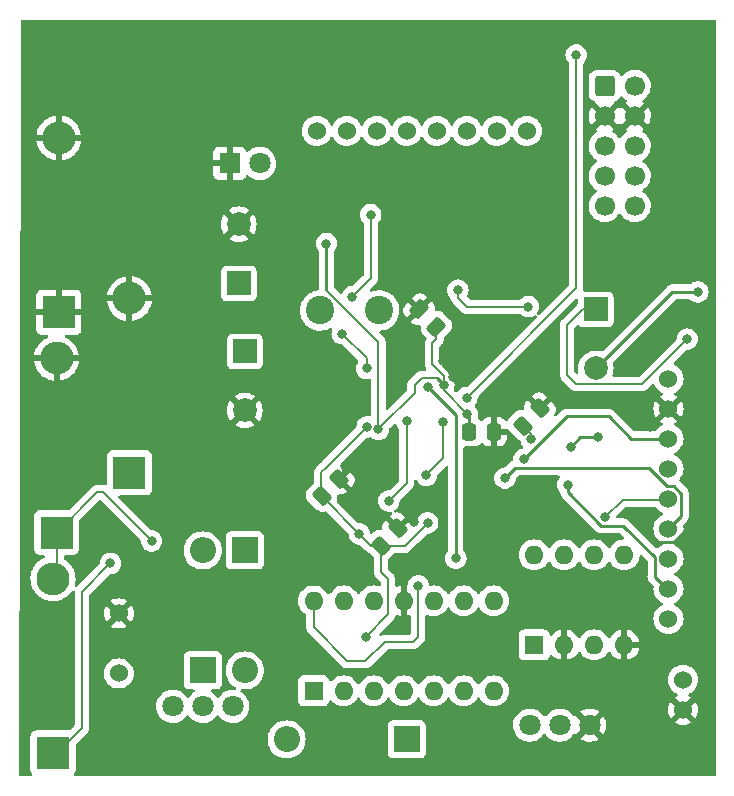
<source format=gbl>
%TF.GenerationSoftware,KiCad,Pcbnew,(6.0.4)*%
%TF.CreationDate,2022-04-19T13:44:17-07:00*%
%TF.ProjectId,stm32f091_project_condensed_v02_afterchange,73746d33-3266-4303-9931-5f70726f6a65,v01*%
%TF.SameCoordinates,Original*%
%TF.FileFunction,Copper,L2,Bot*%
%TF.FilePolarity,Positive*%
%FSLAX46Y46*%
G04 Gerber Fmt 4.6, Leading zero omitted, Abs format (unit mm)*
G04 Created by KiCad (PCBNEW (6.0.4)) date 2022-04-19 13:44:17*
%MOMM*%
%LPD*%
G01*
G04 APERTURE LIST*
G04 Aperture macros list*
%AMRoundRect*
0 Rectangle with rounded corners*
0 $1 Rounding radius*
0 $2 $3 $4 $5 $6 $7 $8 $9 X,Y pos of 4 corners*
0 Add a 4 corners polygon primitive as box body*
4,1,4,$2,$3,$4,$5,$6,$7,$8,$9,$2,$3,0*
0 Add four circle primitives for the rounded corners*
1,1,$1+$1,$2,$3*
1,1,$1+$1,$4,$5*
1,1,$1+$1,$6,$7*
1,1,$1+$1,$8,$9*
0 Add four rect primitives between the rounded corners*
20,1,$1+$1,$2,$3,$4,$5,0*
20,1,$1+$1,$4,$5,$6,$7,0*
20,1,$1+$1,$6,$7,$8,$9,0*
20,1,$1+$1,$8,$9,$2,$3,0*%
G04 Aperture macros list end*
%TA.AperFunction,ComponentPad*%
%ADD10C,1.524000*%
%TD*%
%TA.AperFunction,ComponentPad*%
%ADD11R,2.000000X2.000000*%
%TD*%
%TA.AperFunction,ComponentPad*%
%ADD12C,2.000000*%
%TD*%
%TA.AperFunction,ComponentPad*%
%ADD13R,2.200000X2.200000*%
%TD*%
%TA.AperFunction,ComponentPad*%
%ADD14O,2.200000X2.200000*%
%TD*%
%TA.AperFunction,ComponentPad*%
%ADD15R,1.600000X1.600000*%
%TD*%
%TA.AperFunction,ComponentPad*%
%ADD16O,1.600000X1.600000*%
%TD*%
%TA.AperFunction,ComponentPad*%
%ADD17C,1.800000*%
%TD*%
%TA.AperFunction,ComponentPad*%
%ADD18C,2.400000*%
%TD*%
%TA.AperFunction,ComponentPad*%
%ADD19R,2.800000X2.800000*%
%TD*%
%TA.AperFunction,ComponentPad*%
%ADD20O,2.800000X2.800000*%
%TD*%
%TA.AperFunction,ComponentPad*%
%ADD21R,1.800000X1.800000*%
%TD*%
%TA.AperFunction,ComponentPad*%
%ADD22RoundRect,0.250000X-0.600000X-0.600000X0.600000X-0.600000X0.600000X0.600000X-0.600000X0.600000X0*%
%TD*%
%TA.AperFunction,ComponentPad*%
%ADD23C,1.700000*%
%TD*%
%TA.AperFunction,SMDPad,CuDef*%
%ADD24RoundRect,0.250000X0.097227X-0.574524X0.574524X-0.097227X-0.097227X0.574524X-0.574524X0.097227X0*%
%TD*%
%TA.AperFunction,SMDPad,CuDef*%
%ADD25RoundRect,0.250000X0.574524X0.097227X0.097227X0.574524X-0.574524X-0.097227X-0.097227X-0.574524X0*%
%TD*%
%TA.AperFunction,SMDPad,CuDef*%
%ADD26RoundRect,0.250000X-0.337500X-0.475000X0.337500X-0.475000X0.337500X0.475000X-0.337500X0.475000X0*%
%TD*%
%TA.AperFunction,ViaPad*%
%ADD27C,0.800000*%
%TD*%
%TA.AperFunction,Conductor*%
%ADD28C,0.200000*%
%TD*%
%TA.AperFunction,Conductor*%
%ADD29C,0.250000*%
%TD*%
G04 APERTURE END LIST*
D10*
%TO.P,J3,1,Pin_1*%
%TO.N,Net-(J3-Pad1)*%
X109757620Y-91664760D03*
%TO.P,J3,2,Pin_2*%
%TO.N,Net-(J3-Pad2)*%
X112297620Y-91664760D03*
%TO.P,J3,3,Pin_3*%
%TO.N,Net-(J3-Pad3)*%
X114837620Y-91664760D03*
%TO.P,J3,4,Pin_4*%
%TO.N,Net-(J3-Pad4)*%
X117377620Y-91664760D03*
%TO.P,J3,5,Pin_5*%
%TO.N,Net-(J3-Pad5)*%
X119917620Y-91664760D03*
%TO.P,J3,6,Pin_6*%
%TO.N,Net-(J3-Pad6)*%
X122457620Y-91664760D03*
%TO.P,J3,7,Pin_7*%
%TO.N,Net-(J3-Pad7)*%
X124997620Y-91664760D03*
%TO.P,J3,8,Pin_8*%
%TO.N,Net-(J3-Pad8)*%
X127537620Y-91664760D03*
%TD*%
D11*
%TO.P,C18,1*%
%TO.N,Net-(C18-Pad1)*%
X133367620Y-106777083D03*
D12*
%TO.P,C18,2*%
%TO.N,Net-(C18-Pad2)*%
X133367620Y-111777083D03*
%TD*%
D13*
%TO.P,D3,1,K*%
%TO.N,3.3V*%
X117357620Y-143174760D03*
D14*
%TO.P,D3,2,A*%
%TO.N,Net-(D3-Pad2)*%
X107197620Y-143174760D03*
%TD*%
D15*
%TO.P,U2,1*%
%TO.N,N/C*%
X109477620Y-139064760D03*
D16*
%TO.P,U2,2*%
X112017620Y-139064760D03*
%TO.P,U2,3*%
X114557620Y-139064760D03*
%TO.P,U2,4*%
%TO.N,5.5V*%
X117097620Y-139064760D03*
%TO.P,U2,5*%
%TO.N,N/C*%
X119637620Y-139064760D03*
%TO.P,U2,6*%
X122177620Y-139064760D03*
%TO.P,U2,7*%
X124717620Y-139064760D03*
%TO.P,U2,8*%
X124717620Y-131444760D03*
%TO.P,U2,9*%
X122177620Y-131444760D03*
%TO.P,U2,10*%
X119637620Y-131444760D03*
%TO.P,U2,11*%
%TO.N,GND*%
X117097620Y-131444760D03*
%TO.P,U2,12*%
%TO.N,Net-(R5-Pad2)*%
X114557620Y-131444760D03*
%TO.P,U2,13*%
%TO.N,Net-(C7-Pad1)*%
X112017620Y-131444760D03*
%TO.P,U2,14*%
%TO.N,Net-(R7-Pad2)*%
X109477620Y-131444760D03*
%TD*%
D17*
%TO.P,RV1,1,1*%
%TO.N,VCC*%
X97553620Y-140386760D03*
%TO.P,RV1,2,2*%
%TO.N,Net-(R2-Pad1)*%
X100093620Y-140386760D03*
%TO.P,RV1,3,3*%
%TO.N,Net-(R1-Pad1)*%
X102633620Y-140386760D03*
%TD*%
D10*
%TO.P,J4,1,Pin_1*%
%TO.N,VCC*%
X92981620Y-137592760D03*
%TO.P,J4,2,Pin_2*%
%TO.N,GND*%
X92981620Y-132512760D03*
%TD*%
D18*
%TO.P,100mH1,2,2*%
%TO.N,5.5V*%
X115039620Y-106858760D03*
%TO.P,100mH1,1,1*%
%TO.N,Net-(100mH1-Pad1)*%
X110039620Y-106858760D03*
%TD*%
D19*
%TO.P,D7,1*%
%TO.N,VCC*%
X87717620Y-125674760D03*
D20*
%TO.P,D7,2*%
%TO.N,GND*%
X87717620Y-110914760D03*
%TD*%
D10*
%TO.P,LS1,1,1*%
%TO.N,Net-(C18-Pad2)*%
X140757620Y-138134760D03*
%TO.P,LS1,2,2*%
%TO.N,GND*%
X140757620Y-140674760D03*
%TD*%
D19*
%TO.P,D8,1*%
%TO.N,Net-(100mH1-Pad1)*%
X93887620Y-120604760D03*
D20*
%TO.P,D8,2*%
%TO.N,GND*%
X93887620Y-105844760D03*
%TD*%
D13*
%TO.P,D1,1,K*%
%TO.N,3.3V*%
X100093620Y-137338760D03*
D14*
%TO.P,D1,2,A*%
%TO.N,Net-(C7-Pad1)*%
X100093620Y-127178760D03*
%TD*%
D17*
%TO.P,RV2,1,1*%
%TO.N,Net-(C13-Pad2)*%
X127779620Y-141974260D03*
%TO.P,RV2,2,2*%
%TO.N,Net-(RV2-Pad2)*%
X130319620Y-141974260D03*
%TO.P,RV2,3,3*%
%TO.N,GND*%
X132859620Y-141974260D03*
%TD*%
D21*
%TO.P,LD1,1,K*%
%TO.N,GND*%
X102374620Y-94412760D03*
D17*
%TO.P,LD1,2,A*%
%TO.N,Net-(LD1-Pad2)*%
X104914620Y-94412760D03*
%TD*%
D11*
%TO.P,C22,1*%
%TO.N,5.5V*%
X103649620Y-110333083D03*
D12*
%TO.P,C22,2*%
%TO.N,GND*%
X103649620Y-115333083D03*
%TD*%
D11*
%TO.P,C21,1*%
%TO.N,Net-(100mH1-Pad1)*%
X103141620Y-104572760D03*
D12*
%TO.P,C21,2*%
%TO.N,GND*%
X103141620Y-99572760D03*
%TD*%
D19*
%TO.P,D9,1*%
%TO.N,Net-(100mH1-Pad1)*%
X87417620Y-144334760D03*
D20*
%TO.P,D9,2*%
%TO.N,VCC*%
X87417620Y-129574760D03*
%TD*%
D13*
%TO.P,D4,1,K*%
%TO.N,Net-(C7-Pad1)*%
X103649620Y-127178760D03*
D14*
%TO.P,D4,2,A*%
%TO.N,Net-(D3-Pad2)*%
X103649620Y-137338760D03*
%TD*%
D15*
%TO.P,U4,1,GAIN*%
%TO.N,Net-(R9-Pad1)*%
X128160620Y-135179760D03*
D16*
%TO.P,U4,2,-*%
%TO.N,GND*%
X130700620Y-135179760D03*
%TO.P,U4,3,+*%
%TO.N,Net-(RV2-Pad2)*%
X133240620Y-135179760D03*
%TO.P,U4,4,GND*%
%TO.N,GND*%
X135780620Y-135179760D03*
%TO.P,U4,5*%
%TO.N,Net-(C18-Pad1)*%
X135780620Y-127559760D03*
%TO.P,U4,6,V+*%
%TO.N,5.5V*%
X133240620Y-127559760D03*
%TO.P,U4,7,BYPASS*%
%TO.N,Net-(C16-Pad1)*%
X130700620Y-127559760D03*
%TO.P,U4,8,GAIN*%
%TO.N,Net-(C15-Pad2)*%
X128160620Y-127559760D03*
%TD*%
D19*
%TO.P,D6,1*%
%TO.N,GND*%
X87907620Y-107014760D03*
D20*
%TO.P,D6,2*%
X87907620Y-92254760D03*
%TD*%
D10*
%TO.P,J2,1,Pin_1*%
%TO.N,3.3V*%
X139528245Y-112656011D03*
%TO.P,J2,2,Pin_2*%
%TO.N,GND*%
X139528245Y-115196011D03*
%TO.P,J2,3,Pin_3*%
%TO.N,PB8*%
X139528245Y-117736011D03*
%TO.P,J2,4,Pin_4*%
%TO.N,PB11*%
X139528245Y-120276011D03*
%TO.P,J2,5,Pin_5*%
%TO.N,PB14*%
X139528245Y-122816011D03*
%TO.P,J2,6,Pin_6*%
%TO.N,PB5*%
X139528245Y-125356011D03*
%TO.P,J2,7,Pin_7*%
%TO.N,PB3*%
X139528245Y-127896011D03*
%TO.P,J2,8,Pin_8*%
%TO.N,3.3V*%
X139528245Y-130436011D03*
%TO.P,J2,9,Pin_9*%
%TO.N,/ignore*%
X139528245Y-132976011D03*
%TD*%
D22*
%TO.P,J1,1,Pin_1*%
%TO.N,/NRST*%
X134125120Y-87854760D03*
D23*
%TO.P,J1,2,Pin_2*%
%TO.N,/PA13*%
X136665120Y-87854760D03*
%TO.P,J1,3,Pin_3*%
%TO.N,GND*%
X134125120Y-90394760D03*
%TO.P,J1,4,Pin_4*%
X136665120Y-90394760D03*
%TO.P,J1,5,Pin_5*%
%TO.N,unconnected-(J1-Pad5)*%
X134125120Y-92934760D03*
%TO.P,J1,6,Pin_6*%
%TO.N,/PA14*%
X136665120Y-92934760D03*
%TO.P,J1,7,Pin_7*%
%TO.N,/V3.3_IN*%
X134125120Y-95474760D03*
%TO.P,J1,8,Pin_8*%
X136665120Y-95474760D03*
%TO.P,J1,9,Pin_9*%
%TO.N,/U5V*%
X134125120Y-98014760D03*
%TO.P,J1,10,Pin_10*%
X136665120Y-98014760D03*
%TD*%
D24*
%TO.P,C1,1*%
%TO.N,3.3V*%
X110154997Y-122578383D03*
%TO.P,C1,2*%
%TO.N,GND*%
X111622243Y-121111137D03*
%TD*%
D25*
%TO.P,C6,1*%
%TO.N,3.3V*%
X119877243Y-108227383D03*
%TO.P,C6,2*%
%TO.N,GND*%
X118409997Y-106760137D03*
%TD*%
D24*
%TO.P,C3,1*%
%TO.N,3.3V*%
X127172997Y-116609383D03*
%TO.P,C3,2*%
%TO.N,GND*%
X128640243Y-115142137D03*
%TD*%
D26*
%TO.P,C9,1*%
%TO.N,3.3V*%
X122678120Y-117145760D03*
%TO.P,C9,2*%
%TO.N,GND*%
X124753120Y-117145760D03*
%TD*%
D24*
%TO.P,C5,1*%
%TO.N,3.3V*%
X115171497Y-126769383D03*
%TO.P,C5,2*%
%TO.N,GND*%
X116638743Y-125302137D03*
%TD*%
D27*
%TO.N,VCC*%
X95767620Y-126374760D03*
%TO.N,GND*%
X127927620Y-133024760D03*
X121327620Y-112479412D03*
X126907659Y-121907260D03*
X112968112Y-113704760D03*
X126382620Y-127050513D03*
X111397620Y-111984760D03*
X118000620Y-124765760D03*
X120317620Y-126344760D03*
X123597620Y-118794760D03*
X130065620Y-89967760D03*
X112158620Y-120074316D03*
X108727620Y-111964760D03*
X120410627Y-111180606D03*
X124807620Y-135414760D03*
X110797620Y-130454760D03*
X122807620Y-108664760D03*
X137877120Y-125724760D03*
X125257620Y-125034760D03*
X108221620Y-130035260D03*
X137967620Y-116764760D03*
%TO.N,Net-(C18-Pad1)*%
X141117620Y-109284760D03*
%TO.N,PB8*%
X127277620Y-119472469D03*
%TO.N,PB14*%
X134148673Y-124384760D03*
%TO.N,PB5*%
X125684435Y-121057945D03*
%TO.N,/PC6*%
X111907620Y-108834760D03*
X113977620Y-111764760D03*
X114317620Y-98754760D03*
X112767620Y-105694760D03*
%TO.N,/NRST*%
X121703772Y-105140705D03*
X127657620Y-106544760D03*
%TO.N,/PB2*%
X115857620Y-122984760D03*
X117357620Y-116234760D03*
%TO.N,/PA4*%
X121527620Y-127834760D03*
X119177620Y-113334760D03*
%TO.N,/PA13*%
X119027620Y-120824760D03*
X131717620Y-85224760D03*
X122447620Y-114244760D03*
X120467620Y-116270260D03*
%TO.N,Net-(C18-Pad2)*%
X142017620Y-105284760D03*
%TO.N,3.3V*%
X120502620Y-113159760D03*
X122497620Y-115634760D03*
X127906620Y-117780760D03*
X133552620Y-117609760D03*
X110570120Y-101196179D03*
X119140853Y-124841412D03*
X113352344Y-125781083D03*
X131235998Y-118416382D03*
X114967620Y-116924760D03*
X131007620Y-121624760D03*
X113887620Y-134484760D03*
X114017620Y-116714760D03*
%TO.N,Net-(100mH1-Pad1)*%
X92287620Y-128274760D03*
%TO.N,Net-(R7-Pad2)*%
X118347620Y-130174760D03*
%TD*%
D28*
%TO.N,3.3V*%
X114340644Y-126769383D02*
X113352344Y-125781083D01*
X115171497Y-126769383D02*
X114340644Y-126769383D01*
D29*
%TO.N,PB5*%
X140617620Y-124266636D02*
X139528245Y-125356011D01*
X140617620Y-122368826D02*
X140617620Y-124266636D01*
X139978294Y-121729500D02*
X140617620Y-122368826D01*
X126545411Y-120196969D02*
X137912643Y-120196969D01*
X139445174Y-121729500D02*
X139978294Y-121729500D01*
X125684435Y-121057945D02*
X126545411Y-120196969D01*
X137912643Y-120196969D02*
X139445174Y-121729500D01*
D28*
%TO.N,3.3V*%
X113352344Y-125775730D02*
X110154997Y-122578383D01*
X113352344Y-125781083D02*
X113352344Y-125775730D01*
D29*
%TO.N,GND*%
X110797620Y-130454760D02*
X110378120Y-130035260D01*
X110378120Y-130035260D02*
X108221620Y-130035260D01*
D28*
%TO.N,Net-(R7-Pad2)*%
X109477620Y-133704760D02*
X109477620Y-131444760D01*
X112337620Y-136564760D02*
X109477620Y-133704760D01*
X113877620Y-136564760D02*
X112337620Y-136564760D01*
X117897620Y-134934760D02*
X115507620Y-134934760D01*
X118347620Y-130174760D02*
X118347620Y-134484760D01*
X115507620Y-134934760D02*
X113877620Y-136564760D01*
X118347620Y-134484760D02*
X117897620Y-134934760D01*
%TO.N,GND*%
X127197620Y-133024760D02*
X124807620Y-135414760D01*
X127927620Y-133024760D02*
X127197620Y-133024760D01*
D29*
X139978294Y-126442522D02*
X141495620Y-124925196D01*
X141495620Y-124925196D02*
X141495620Y-117163386D01*
X138594882Y-126442522D02*
X139978294Y-126442522D01*
X141495620Y-117163386D02*
X139528245Y-115196011D01*
X137877120Y-125724760D02*
X138594882Y-126442522D01*
%TO.N,3.3V*%
X138387734Y-129415500D02*
X139474245Y-130502011D01*
X135721844Y-125109271D02*
X138387734Y-127775161D01*
X131007620Y-122268321D02*
X133848570Y-125109271D01*
X133848570Y-125109271D02*
X135721844Y-125109271D01*
X131007620Y-121624760D02*
X131007620Y-122268321D01*
X138387734Y-127775161D02*
X138387734Y-129415500D01*
X131235998Y-118416382D02*
X132042620Y-117609760D01*
X132042620Y-117609760D02*
X133552620Y-117609760D01*
D28*
%TO.N,/PC6*%
X114317620Y-104144760D02*
X112767620Y-105694760D01*
X114317620Y-98754760D02*
X114317620Y-104144760D01*
%TO.N,VCC*%
X91657620Y-122264760D02*
X91127620Y-122264760D01*
X91127620Y-122264760D02*
X87717620Y-125674760D01*
X87717620Y-125674760D02*
X87717620Y-129274760D01*
X87717620Y-129274760D02*
X87417620Y-129574760D01*
X95767620Y-126374760D02*
X91657620Y-122264760D01*
%TO.N,GND*%
X122807620Y-108664760D02*
X121327620Y-110144760D01*
X111397620Y-111984760D02*
X112968112Y-113555252D01*
X117175120Y-124765760D02*
X116638743Y-125302137D01*
D29*
X108727620Y-111964760D02*
X111377620Y-111964760D01*
D28*
X118000620Y-124765760D02*
X117175120Y-124765760D01*
X112003243Y-120229693D02*
X112003243Y-120857137D01*
X121327620Y-110144760D02*
X121327620Y-112479412D01*
D29*
X111377620Y-111964760D02*
X111397620Y-111984760D01*
D28*
X120410627Y-111180606D02*
X120410627Y-111562419D01*
X112968112Y-113555252D02*
X112968112Y-113704760D01*
X126382620Y-127050513D02*
X125257620Y-125925513D01*
X137967620Y-116764760D02*
X137971496Y-116764760D01*
X112158620Y-120074316D02*
X112003243Y-120229693D01*
X120410627Y-111562419D02*
X121327620Y-112479412D01*
X125257620Y-125925513D02*
X125257620Y-125034760D01*
%TO.N,Net-(C18-Pad1)*%
X130927620Y-108104760D02*
X130927620Y-112292760D01*
X133367620Y-106777083D02*
X132255297Y-106777083D01*
X131711454Y-113076594D02*
X137325786Y-113076594D01*
X137325786Y-113076594D02*
X141117620Y-109284760D01*
X132255297Y-106777083D02*
X130927620Y-108104760D01*
X130927620Y-112292760D02*
X131711454Y-113076594D01*
D29*
%TO.N,PB8*%
X130915329Y-115834760D02*
X134467620Y-115834760D01*
X127277620Y-119472469D02*
X130915329Y-115834760D01*
X136368871Y-117736011D02*
X139528245Y-117736011D01*
X134467620Y-115834760D02*
X136368871Y-117736011D01*
D28*
%TO.N,PB14*%
X135651422Y-122882011D02*
X139474245Y-122882011D01*
X134148673Y-124384760D02*
X135651422Y-122882011D01*
%TO.N,/PC6*%
X113977620Y-111764760D02*
X113977620Y-110904760D01*
X113977620Y-110904760D02*
X111907620Y-108834760D01*
%TO.N,/NRST*%
X121703772Y-105790912D02*
X122457620Y-106544760D01*
X122457620Y-106544760D02*
X127657620Y-106544760D01*
X121703772Y-105140705D02*
X121703772Y-105790912D01*
%TO.N,/PB2*%
X115857620Y-122984760D02*
X117357620Y-121484760D01*
X117357620Y-121484760D02*
X117357620Y-116234760D01*
D29*
%TO.N,/PA4*%
X121527620Y-127834760D02*
X121527620Y-115684760D01*
X121527620Y-115684760D02*
X119177620Y-113334760D01*
D28*
%TO.N,/PA13*%
X119027620Y-120824760D02*
X120467620Y-119384760D01*
X120467620Y-119384760D02*
X120467620Y-116270260D01*
X131717620Y-104974760D02*
X131717620Y-85224760D01*
X122447620Y-114244760D02*
X131717620Y-104974760D01*
D29*
%TO.N,Net-(C18-Pad2)*%
X139859943Y-105284760D02*
X133367620Y-111777083D01*
X142017620Y-105284760D02*
X139859943Y-105284760D01*
D28*
%TO.N,3.3V*%
X117212883Y-126769383D02*
X119140853Y-124841412D01*
D29*
X122678120Y-117145760D02*
X122678120Y-115815260D01*
D28*
X114967620Y-116924760D02*
X118028701Y-113863679D01*
X122497620Y-115634760D02*
X120502620Y-113639760D01*
X127906620Y-117780760D02*
X127906620Y-117343006D01*
D29*
X110570120Y-101196179D02*
X110570120Y-105151668D01*
D28*
X119524620Y-109652760D02*
X119877243Y-109300137D01*
X115171497Y-126769383D02*
X115171497Y-128988637D01*
X115797620Y-132604760D02*
X113917620Y-134484760D01*
X115171497Y-126769383D02*
X117212883Y-126769383D01*
X110535997Y-120196383D02*
X110504997Y-120196383D01*
X120540620Y-112446760D02*
X119524620Y-111430760D01*
X110126620Y-120574760D02*
X110126620Y-122550006D01*
X114326028Y-108899168D02*
X114967620Y-109540760D01*
X127906620Y-117343006D02*
X127172997Y-116609383D01*
X110126620Y-122550006D02*
X110154997Y-122578383D01*
X119916620Y-112573760D02*
X119953109Y-112610249D01*
X118028701Y-113180679D02*
X118635620Y-112573760D01*
X119524620Y-111430760D02*
X119524620Y-109652760D01*
X110504997Y-120196383D02*
X110126620Y-120574760D01*
X119877243Y-109300137D02*
X119877243Y-108227383D01*
X113917620Y-134484760D02*
X113887620Y-134484760D01*
D29*
X119953109Y-112610249D02*
X120502620Y-113159760D01*
D28*
X115171497Y-128988637D02*
X115797620Y-129614760D01*
X120502620Y-113159760D02*
X120540620Y-113121760D01*
X110570120Y-105151668D02*
X114317620Y-108899168D01*
X118028701Y-113863679D02*
X118028701Y-113180679D01*
X118635620Y-112573760D02*
X119916620Y-112573760D01*
X114317620Y-108899168D02*
X114326028Y-108899168D01*
X120502620Y-113639760D02*
X120502620Y-113159760D01*
X114967620Y-109540760D02*
X114967620Y-116924760D01*
X115797620Y-129614760D02*
X115797620Y-132604760D01*
X120540620Y-113121760D02*
X120540620Y-112446760D01*
X110535997Y-120196383D02*
X114017620Y-116714760D01*
D29*
X122678120Y-115815260D02*
X122497620Y-115634760D01*
D28*
%TO.N,Net-(100mH1-Pad1)*%
X89867620Y-142224760D02*
X87757620Y-144334760D01*
X92287620Y-128274760D02*
X89867620Y-130694760D01*
X87757620Y-144334760D02*
X87417620Y-144334760D01*
X89867620Y-130694760D02*
X89867620Y-142224760D01*
%TD*%
%TA.AperFunction,Conductor*%
%TO.N,GND*%
G36*
X143481241Y-82254262D02*
G01*
X143527734Y-82307918D01*
X143539120Y-82360260D01*
X143539120Y-146140260D01*
X143519118Y-146208381D01*
X143465462Y-146254874D01*
X143413120Y-146266260D01*
X89306683Y-146266260D01*
X89238562Y-146246258D01*
X89192069Y-146192602D01*
X89181965Y-146122328D01*
X89205857Y-146064695D01*
X89262849Y-145988651D01*
X89268235Y-145981465D01*
X89319365Y-145845076D01*
X89326120Y-145782894D01*
X89326120Y-143678999D01*
X89346122Y-143610878D01*
X89363025Y-143589904D01*
X89778169Y-143174760D01*
X105584146Y-143174760D01*
X105604011Y-143427163D01*
X105663115Y-143673351D01*
X105760004Y-143907262D01*
X105892292Y-144123136D01*
X106056722Y-144315658D01*
X106249244Y-144480088D01*
X106465118Y-144612376D01*
X106469688Y-144614269D01*
X106469692Y-144614271D01*
X106540021Y-144643402D01*
X106699029Y-144709265D01*
X106766133Y-144725375D01*
X106940404Y-144767214D01*
X106940410Y-144767215D01*
X106945217Y-144768369D01*
X107197620Y-144788234D01*
X107450023Y-144768369D01*
X107454830Y-144767215D01*
X107454836Y-144767214D01*
X107629107Y-144725375D01*
X107696211Y-144709265D01*
X107855219Y-144643402D01*
X107925548Y-144614271D01*
X107925552Y-144614269D01*
X107930122Y-144612376D01*
X108145996Y-144480088D01*
X108330046Y-144322894D01*
X115749120Y-144322894D01*
X115755875Y-144385076D01*
X115807005Y-144521465D01*
X115894359Y-144638021D01*
X116010915Y-144725375D01*
X116147304Y-144776505D01*
X116209486Y-144783260D01*
X118505754Y-144783260D01*
X118567936Y-144776505D01*
X118704325Y-144725375D01*
X118820881Y-144638021D01*
X118908235Y-144521465D01*
X118959365Y-144385076D01*
X118966120Y-144322894D01*
X118966120Y-142026626D01*
X118959365Y-141964444D01*
X118950100Y-141939729D01*
X126366715Y-141939729D01*
X126367012Y-141944882D01*
X126367012Y-141944885D01*
X126371529Y-142023229D01*
X126380047Y-142170957D01*
X126381184Y-142176003D01*
X126381185Y-142176009D01*
X126394017Y-142232948D01*
X126430966Y-142396902D01*
X126432908Y-142401684D01*
X126432909Y-142401688D01*
X126499677Y-142566118D01*
X126518104Y-142611497D01*
X126639121Y-142808979D01*
X126790767Y-142984044D01*
X126968969Y-143131990D01*
X127168942Y-143248844D01*
X127385314Y-143331469D01*
X127390380Y-143332500D01*
X127390381Y-143332500D01*
X127443466Y-143343300D01*
X127612276Y-143377645D01*
X127742944Y-143382436D01*
X127838569Y-143385943D01*
X127838573Y-143385943D01*
X127843733Y-143386132D01*
X127848853Y-143385476D01*
X127848855Y-143385476D01*
X127921911Y-143376117D01*
X128073467Y-143356702D01*
X128078415Y-143355217D01*
X128078422Y-143355216D01*
X128290367Y-143291629D01*
X128295310Y-143290146D01*
X128376781Y-143250234D01*
X128498669Y-143190522D01*
X128498672Y-143190520D01*
X128503304Y-143188251D01*
X128691863Y-143053754D01*
X128855923Y-142890265D01*
X128858939Y-142886068D01*
X128858946Y-142886060D01*
X128946580Y-142764104D01*
X129002574Y-142720456D01*
X129073278Y-142714010D01*
X129136242Y-142746813D01*
X129156335Y-142771796D01*
X129176420Y-142804573D01*
X129176424Y-142804578D01*
X129179121Y-142808979D01*
X129330767Y-142984044D01*
X129508969Y-143131990D01*
X129708942Y-143248844D01*
X129925314Y-143331469D01*
X129930380Y-143332500D01*
X129930381Y-143332500D01*
X129983466Y-143343300D01*
X130152276Y-143377645D01*
X130282944Y-143382436D01*
X130378569Y-143385943D01*
X130378573Y-143385943D01*
X130383733Y-143386132D01*
X130388853Y-143385476D01*
X130388855Y-143385476D01*
X130461911Y-143376117D01*
X130613467Y-143356702D01*
X130618415Y-143355217D01*
X130618422Y-143355216D01*
X130830367Y-143291629D01*
X130835310Y-143290146D01*
X130916781Y-143250234D01*
X131038669Y-143190522D01*
X131038672Y-143190520D01*
X131043304Y-143188251D01*
X131117026Y-143135666D01*
X132063043Y-143135666D01*
X132068324Y-143142721D01*
X132244700Y-143245787D01*
X132253983Y-143250234D01*
X132460623Y-143329143D01*
X132470521Y-143332019D01*
X132687273Y-143376117D01*
X132697503Y-143377336D01*
X132918534Y-143385442D01*
X132928843Y-143384974D01*
X133148243Y-143356868D01*
X133158308Y-143354728D01*
X133370177Y-143291165D01*
X133379772Y-143287404D01*
X133578398Y-143190098D01*
X133587256Y-143184819D01*
X133644717Y-143143832D01*
X133653117Y-143133134D01*
X133646130Y-143119981D01*
X132872431Y-142346281D01*
X132858488Y-142338668D01*
X132856654Y-142338799D01*
X132850040Y-142343050D01*
X132069800Y-143123291D01*
X132063043Y-143135666D01*
X131117026Y-143135666D01*
X131231863Y-143053754D01*
X131395923Y-142890265D01*
X131486895Y-142763664D01*
X131542890Y-142720016D01*
X131613593Y-142713570D01*
X131676558Y-142746373D01*
X131681762Y-142752844D01*
X131700173Y-142769502D01*
X131708951Y-142765718D01*
X132487599Y-141987071D01*
X132493976Y-141975392D01*
X133224028Y-141975392D01*
X133224159Y-141977226D01*
X133228410Y-141983840D01*
X134005927Y-142761356D01*
X134017933Y-142767912D01*
X134029672Y-142758944D01*
X134067630Y-142706119D01*
X134072941Y-142697280D01*
X134170938Y-142498997D01*
X134174737Y-142489402D01*
X134239035Y-142277777D01*
X134241214Y-142267696D01*
X134270322Y-142046598D01*
X134270841Y-142039923D01*
X134272364Y-141977624D01*
X134272170Y-141970906D01*
X134253899Y-141748660D01*
X134252216Y-141738498D01*
X134250970Y-141733537D01*
X140063397Y-141733537D01*
X140072694Y-141745553D01*
X140115689Y-141775658D01*
X140125175Y-141781136D01*
X140316613Y-141870405D01*
X140326905Y-141874151D01*
X140530929Y-141928819D01*
X140541724Y-141930722D01*
X140752145Y-141949132D01*
X140763095Y-141949132D01*
X140973516Y-141930722D01*
X140984311Y-141928819D01*
X141188335Y-141874151D01*
X141198627Y-141870405D01*
X141390065Y-141781136D01*
X141399551Y-141775658D01*
X141443384Y-141744967D01*
X141451759Y-141734489D01*
X141444691Y-141721041D01*
X140770432Y-141046782D01*
X140756488Y-141039168D01*
X140754655Y-141039299D01*
X140748040Y-141043550D01*
X140069827Y-141721763D01*
X140063397Y-141733537D01*
X134250970Y-141733537D01*
X134198330Y-141523968D01*
X134195009Y-141514213D01*
X134106813Y-141311378D01*
X134101935Y-141302280D01*
X134028844Y-141189298D01*
X134018158Y-141180095D01*
X134008593Y-141184498D01*
X133231641Y-141961449D01*
X133224028Y-141975392D01*
X132493976Y-141975392D01*
X132495212Y-141973128D01*
X132495081Y-141971294D01*
X132490830Y-141964680D01*
X131713482Y-141187333D01*
X131701950Y-141181036D01*
X131674294Y-141202704D01*
X131673154Y-141201249D01*
X131639315Y-141228984D01*
X131568791Y-141237158D01*
X131505042Y-141205906D01*
X131484342Y-141181419D01*
X131442195Y-141116269D01*
X131442190Y-141116263D01*
X131439384Y-141111925D01*
X131283507Y-140940618D01*
X131279456Y-140937419D01*
X131279452Y-140937415D01*
X131124410Y-140814971D01*
X132065128Y-140814971D01*
X132071871Y-140827300D01*
X132846809Y-141602239D01*
X132860752Y-141609852D01*
X132862586Y-141609721D01*
X132869200Y-141605470D01*
X133648614Y-140826055D01*
X133655631Y-140813204D01*
X133647857Y-140802534D01*
X133645522Y-140800690D01*
X133636940Y-140794989D01*
X133443298Y-140688093D01*
X133433892Y-140683866D01*
X133423638Y-140680235D01*
X139483248Y-140680235D01*
X139501658Y-140890656D01*
X139503561Y-140901451D01*
X139558229Y-141105475D01*
X139561975Y-141115767D01*
X139651243Y-141307201D01*
X139656723Y-141316692D01*
X139687414Y-141360525D01*
X139697891Y-141368900D01*
X139711338Y-141361832D01*
X140385598Y-140687572D01*
X140391976Y-140675892D01*
X141122028Y-140675892D01*
X141122159Y-140677725D01*
X141126410Y-140684340D01*
X141804623Y-141362553D01*
X141816397Y-141368983D01*
X141828413Y-141359686D01*
X141858517Y-141316692D01*
X141863997Y-141307201D01*
X141953265Y-141115767D01*
X141957011Y-141105475D01*
X142011679Y-140901451D01*
X142013582Y-140890656D01*
X142031992Y-140680235D01*
X142031992Y-140669285D01*
X142013582Y-140458864D01*
X142011679Y-140448069D01*
X141957011Y-140244045D01*
X141953265Y-140233753D01*
X141863997Y-140042319D01*
X141858517Y-140032828D01*
X141827826Y-139988995D01*
X141817349Y-139980620D01*
X141803902Y-139987688D01*
X141129642Y-140661948D01*
X141122028Y-140675892D01*
X140391976Y-140675892D01*
X140393212Y-140673628D01*
X140393081Y-140671795D01*
X140388830Y-140665180D01*
X139710617Y-139986967D01*
X139698843Y-139980537D01*
X139686827Y-139989834D01*
X139656723Y-140032828D01*
X139651243Y-140042319D01*
X139561975Y-140233753D01*
X139558229Y-140244045D01*
X139503561Y-140448069D01*
X139501658Y-140458864D01*
X139483248Y-140669285D01*
X139483248Y-140680235D01*
X133423638Y-140680235D01*
X133225392Y-140610032D01*
X133215429Y-140607400D01*
X132997667Y-140568610D01*
X132987416Y-140567641D01*
X132766236Y-140564939D01*
X132755952Y-140565659D01*
X132537313Y-140599115D01*
X132527286Y-140601504D01*
X132317046Y-140670221D01*
X132307536Y-140674218D01*
X132111345Y-140776349D01*
X132102627Y-140781838D01*
X132073581Y-140803646D01*
X132065128Y-140814971D01*
X131124410Y-140814971D01*
X131105797Y-140800271D01*
X131105792Y-140800268D01*
X131101743Y-140797070D01*
X131097227Y-140794577D01*
X131097224Y-140794575D01*
X130903499Y-140687633D01*
X130903495Y-140687631D01*
X130898975Y-140685136D01*
X130894106Y-140683412D01*
X130894102Y-140683410D01*
X130685523Y-140609548D01*
X130685519Y-140609547D01*
X130680648Y-140607822D01*
X130675555Y-140606915D01*
X130675552Y-140606914D01*
X130457715Y-140568111D01*
X130457709Y-140568110D01*
X130452626Y-140567205D01*
X130379716Y-140566314D01*
X130226201Y-140564439D01*
X130226199Y-140564439D01*
X130221031Y-140564376D01*
X129992084Y-140599410D01*
X129771934Y-140671366D01*
X129767346Y-140673754D01*
X129767342Y-140673756D01*
X129571081Y-140775923D01*
X129566492Y-140778312D01*
X129562359Y-140781415D01*
X129562356Y-140781417D01*
X129388860Y-140911682D01*
X129381275Y-140917377D01*
X129221259Y-141084824D01*
X129153926Y-141183531D01*
X129099017Y-141228531D01*
X129028492Y-141236702D01*
X128964745Y-141205448D01*
X128944048Y-141180965D01*
X128902191Y-141116264D01*
X128899384Y-141111925D01*
X128743507Y-140940618D01*
X128739456Y-140937419D01*
X128739452Y-140937415D01*
X128565797Y-140800271D01*
X128565792Y-140800268D01*
X128561743Y-140797070D01*
X128557227Y-140794577D01*
X128557224Y-140794575D01*
X128363499Y-140687633D01*
X128363495Y-140687631D01*
X128358975Y-140685136D01*
X128354106Y-140683412D01*
X128354102Y-140683410D01*
X128145523Y-140609548D01*
X128145519Y-140609547D01*
X128140648Y-140607822D01*
X128135555Y-140606915D01*
X128135552Y-140606914D01*
X127917715Y-140568111D01*
X127917709Y-140568110D01*
X127912626Y-140567205D01*
X127839716Y-140566314D01*
X127686201Y-140564439D01*
X127686199Y-140564439D01*
X127681031Y-140564376D01*
X127452084Y-140599410D01*
X127231934Y-140671366D01*
X127227346Y-140673754D01*
X127227342Y-140673756D01*
X127031081Y-140775923D01*
X127026492Y-140778312D01*
X127022359Y-140781415D01*
X127022356Y-140781417D01*
X126848860Y-140911682D01*
X126841275Y-140917377D01*
X126681259Y-141084824D01*
X126678350Y-141089089D01*
X126678344Y-141089097D01*
X126630446Y-141159313D01*
X126550739Y-141276159D01*
X126453222Y-141486241D01*
X126391327Y-141709429D01*
X126366715Y-141939729D01*
X118950100Y-141939729D01*
X118908235Y-141828055D01*
X118820881Y-141711499D01*
X118704325Y-141624145D01*
X118567936Y-141573015D01*
X118505754Y-141566260D01*
X116209486Y-141566260D01*
X116147304Y-141573015D01*
X116010915Y-141624145D01*
X115894359Y-141711499D01*
X115807005Y-141828055D01*
X115755875Y-141964444D01*
X115749120Y-142026626D01*
X115749120Y-144322894D01*
X108330046Y-144322894D01*
X108338518Y-144315658D01*
X108502948Y-144123136D01*
X108635236Y-143907262D01*
X108732125Y-143673351D01*
X108791229Y-143427163D01*
X108811094Y-143174760D01*
X108791229Y-142922357D01*
X108784401Y-142893913D01*
X108735223Y-142689075D01*
X108732125Y-142676169D01*
X108730231Y-142671596D01*
X108637131Y-142446832D01*
X108637129Y-142446828D01*
X108635236Y-142442258D01*
X108502948Y-142226384D01*
X108338518Y-142033862D01*
X108145996Y-141869432D01*
X107930122Y-141737144D01*
X107925552Y-141735251D01*
X107925548Y-141735249D01*
X107700784Y-141642149D01*
X107700782Y-141642148D01*
X107696211Y-141640255D01*
X107611588Y-141619939D01*
X107454836Y-141582306D01*
X107454830Y-141582305D01*
X107450023Y-141581151D01*
X107197620Y-141561286D01*
X106945217Y-141581151D01*
X106940410Y-141582305D01*
X106940404Y-141582306D01*
X106783652Y-141619939D01*
X106699029Y-141640255D01*
X106694458Y-141642148D01*
X106694456Y-141642149D01*
X106469692Y-141735249D01*
X106469688Y-141735251D01*
X106465118Y-141737144D01*
X106249244Y-141869432D01*
X106056722Y-142033862D01*
X105892292Y-142226384D01*
X105760004Y-142442258D01*
X105758111Y-142446828D01*
X105758109Y-142446832D01*
X105665009Y-142671596D01*
X105663115Y-142676169D01*
X105660017Y-142689075D01*
X105610840Y-142893913D01*
X105604011Y-142922357D01*
X105584146Y-143174760D01*
X89778169Y-143174760D01*
X90263854Y-142689075D01*
X90276245Y-142678208D01*
X90295057Y-142663773D01*
X90301607Y-142658747D01*
X90326094Y-142626835D01*
X90326098Y-142626831D01*
X90399144Y-142531636D01*
X90460458Y-142383611D01*
X90481371Y-142224760D01*
X90477198Y-142193061D01*
X90476120Y-142176616D01*
X90476120Y-140352229D01*
X96140715Y-140352229D01*
X96141012Y-140357382D01*
X96141012Y-140357385D01*
X96146687Y-140455801D01*
X96154047Y-140583457D01*
X96155184Y-140588503D01*
X96155185Y-140588509D01*
X96187361Y-140731283D01*
X96204966Y-140809402D01*
X96206908Y-140814184D01*
X96206909Y-140814188D01*
X96282087Y-140999328D01*
X96292104Y-141023997D01*
X96413121Y-141221479D01*
X96564767Y-141396544D01*
X96742969Y-141544490D01*
X96942942Y-141661344D01*
X97159314Y-141743969D01*
X97164380Y-141745000D01*
X97164381Y-141745000D01*
X97182371Y-141748660D01*
X97386276Y-141790145D01*
X97516944Y-141794936D01*
X97612569Y-141798443D01*
X97612573Y-141798443D01*
X97617733Y-141798632D01*
X97622853Y-141797976D01*
X97622855Y-141797976D01*
X97695890Y-141788620D01*
X97847467Y-141769202D01*
X97852415Y-141767717D01*
X97852422Y-141767716D01*
X98064367Y-141704129D01*
X98069310Y-141702646D01*
X98149856Y-141663187D01*
X98272669Y-141603022D01*
X98272672Y-141603020D01*
X98277304Y-141600751D01*
X98465863Y-141466254D01*
X98629923Y-141302765D01*
X98632939Y-141298568D01*
X98632946Y-141298560D01*
X98720580Y-141176604D01*
X98776574Y-141132956D01*
X98847278Y-141126510D01*
X98910242Y-141159313D01*
X98930335Y-141184296D01*
X98950420Y-141217073D01*
X98950424Y-141217078D01*
X98953121Y-141221479D01*
X99104767Y-141396544D01*
X99282969Y-141544490D01*
X99482942Y-141661344D01*
X99699314Y-141743969D01*
X99704380Y-141745000D01*
X99704381Y-141745000D01*
X99722371Y-141748660D01*
X99926276Y-141790145D01*
X100056944Y-141794936D01*
X100152569Y-141798443D01*
X100152573Y-141798443D01*
X100157733Y-141798632D01*
X100162853Y-141797976D01*
X100162855Y-141797976D01*
X100235890Y-141788620D01*
X100387467Y-141769202D01*
X100392415Y-141767717D01*
X100392422Y-141767716D01*
X100604367Y-141704129D01*
X100609310Y-141702646D01*
X100689856Y-141663187D01*
X100812669Y-141603022D01*
X100812672Y-141603020D01*
X100817304Y-141600751D01*
X101005863Y-141466254D01*
X101169923Y-141302765D01*
X101172939Y-141298568D01*
X101172946Y-141298560D01*
X101260580Y-141176604D01*
X101316574Y-141132956D01*
X101387278Y-141126510D01*
X101450242Y-141159313D01*
X101470335Y-141184296D01*
X101490420Y-141217073D01*
X101490424Y-141217078D01*
X101493121Y-141221479D01*
X101644767Y-141396544D01*
X101822969Y-141544490D01*
X102022942Y-141661344D01*
X102239314Y-141743969D01*
X102244380Y-141745000D01*
X102244381Y-141745000D01*
X102262371Y-141748660D01*
X102466276Y-141790145D01*
X102596944Y-141794936D01*
X102692569Y-141798443D01*
X102692573Y-141798443D01*
X102697733Y-141798632D01*
X102702853Y-141797976D01*
X102702855Y-141797976D01*
X102775890Y-141788620D01*
X102927467Y-141769202D01*
X102932415Y-141767717D01*
X102932422Y-141767716D01*
X103144367Y-141704129D01*
X103149310Y-141702646D01*
X103229856Y-141663187D01*
X103352669Y-141603022D01*
X103352672Y-141603020D01*
X103357304Y-141600751D01*
X103545863Y-141466254D01*
X103709923Y-141302765D01*
X103845078Y-141114677D01*
X103857721Y-141089097D01*
X103945404Y-140911682D01*
X103945405Y-140911680D01*
X103947698Y-140907040D01*
X104015028Y-140685431D01*
X104045260Y-140455801D01*
X104046947Y-140386760D01*
X104035214Y-140244045D01*
X104028393Y-140161078D01*
X104028392Y-140161072D01*
X104027969Y-140155927D01*
X103997049Y-140032828D01*
X103972804Y-139936304D01*
X103972803Y-139936300D01*
X103971545Y-139931293D01*
X103965022Y-139916291D01*
X103963545Y-139912894D01*
X108169120Y-139912894D01*
X108175875Y-139975076D01*
X108227005Y-140111465D01*
X108314359Y-140228021D01*
X108430915Y-140315375D01*
X108567304Y-140366505D01*
X108629486Y-140373260D01*
X110325754Y-140373260D01*
X110387936Y-140366505D01*
X110524325Y-140315375D01*
X110640881Y-140228021D01*
X110728235Y-140111465D01*
X110779365Y-139975076D01*
X110780537Y-139964286D01*
X110781423Y-139962154D01*
X110782045Y-139959538D01*
X110782468Y-139959639D01*
X110807775Y-139898725D01*
X110866137Y-139858297D01*
X110937091Y-139855838D01*
X110998110Y-139892131D01*
X111005109Y-139900791D01*
X111008263Y-139904549D01*
X111011422Y-139909060D01*
X111173320Y-140070958D01*
X111177828Y-140074115D01*
X111177831Y-140074117D01*
X111219162Y-140103057D01*
X111360871Y-140202283D01*
X111365853Y-140204606D01*
X111365858Y-140204609D01*
X111450430Y-140244045D01*
X111568377Y-140299044D01*
X111573685Y-140300466D01*
X111573687Y-140300467D01*
X111784218Y-140356879D01*
X111784220Y-140356879D01*
X111789533Y-140358303D01*
X112017620Y-140378258D01*
X112245707Y-140358303D01*
X112251020Y-140356879D01*
X112251022Y-140356879D01*
X112461553Y-140300467D01*
X112461555Y-140300466D01*
X112466863Y-140299044D01*
X112584810Y-140244045D01*
X112669382Y-140204609D01*
X112669387Y-140204606D01*
X112674369Y-140202283D01*
X112816078Y-140103057D01*
X112857409Y-140074117D01*
X112857412Y-140074115D01*
X112861920Y-140070958D01*
X113023818Y-139909060D01*
X113027562Y-139903714D01*
X113151986Y-139726017D01*
X113155143Y-139721509D01*
X113157466Y-139716527D01*
X113157469Y-139716522D01*
X113173425Y-139682303D01*
X113220342Y-139629018D01*
X113288619Y-139609557D01*
X113356579Y-139630099D01*
X113401815Y-139682303D01*
X113417771Y-139716522D01*
X113417774Y-139716527D01*
X113420097Y-139721509D01*
X113423254Y-139726017D01*
X113547679Y-139903714D01*
X113551422Y-139909060D01*
X113713320Y-140070958D01*
X113717828Y-140074115D01*
X113717831Y-140074117D01*
X113759162Y-140103057D01*
X113900871Y-140202283D01*
X113905853Y-140204606D01*
X113905858Y-140204609D01*
X113990430Y-140244045D01*
X114108377Y-140299044D01*
X114113685Y-140300466D01*
X114113687Y-140300467D01*
X114324218Y-140356879D01*
X114324220Y-140356879D01*
X114329533Y-140358303D01*
X114557620Y-140378258D01*
X114785707Y-140358303D01*
X114791020Y-140356879D01*
X114791022Y-140356879D01*
X115001553Y-140300467D01*
X115001555Y-140300466D01*
X115006863Y-140299044D01*
X115124810Y-140244045D01*
X115209382Y-140204609D01*
X115209387Y-140204606D01*
X115214369Y-140202283D01*
X115356078Y-140103057D01*
X115397409Y-140074117D01*
X115397412Y-140074115D01*
X115401920Y-140070958D01*
X115563818Y-139909060D01*
X115567562Y-139903714D01*
X115691986Y-139726017D01*
X115695143Y-139721509D01*
X115697466Y-139716527D01*
X115697469Y-139716522D01*
X115713425Y-139682303D01*
X115760342Y-139629018D01*
X115828619Y-139609557D01*
X115896579Y-139630099D01*
X115941815Y-139682303D01*
X115957771Y-139716522D01*
X115957774Y-139716527D01*
X115960097Y-139721509D01*
X115963254Y-139726017D01*
X116087679Y-139903714D01*
X116091422Y-139909060D01*
X116253320Y-140070958D01*
X116257828Y-140074115D01*
X116257831Y-140074117D01*
X116299162Y-140103057D01*
X116440871Y-140202283D01*
X116445853Y-140204606D01*
X116445858Y-140204609D01*
X116530430Y-140244045D01*
X116648377Y-140299044D01*
X116653685Y-140300466D01*
X116653687Y-140300467D01*
X116864218Y-140356879D01*
X116864220Y-140356879D01*
X116869533Y-140358303D01*
X117097620Y-140378258D01*
X117325707Y-140358303D01*
X117331020Y-140356879D01*
X117331022Y-140356879D01*
X117541553Y-140300467D01*
X117541555Y-140300466D01*
X117546863Y-140299044D01*
X117664810Y-140244045D01*
X117749382Y-140204609D01*
X117749387Y-140204606D01*
X117754369Y-140202283D01*
X117896078Y-140103057D01*
X117937409Y-140074117D01*
X117937412Y-140074115D01*
X117941920Y-140070958D01*
X118103818Y-139909060D01*
X118107562Y-139903714D01*
X118231986Y-139726017D01*
X118235143Y-139721509D01*
X118237466Y-139716527D01*
X118237469Y-139716522D01*
X118253425Y-139682303D01*
X118300342Y-139629018D01*
X118368619Y-139609557D01*
X118436579Y-139630099D01*
X118481815Y-139682303D01*
X118497771Y-139716522D01*
X118497774Y-139716527D01*
X118500097Y-139721509D01*
X118503254Y-139726017D01*
X118627679Y-139903714D01*
X118631422Y-139909060D01*
X118793320Y-140070958D01*
X118797828Y-140074115D01*
X118797831Y-140074117D01*
X118839162Y-140103057D01*
X118980871Y-140202283D01*
X118985853Y-140204606D01*
X118985858Y-140204609D01*
X119070430Y-140244045D01*
X119188377Y-140299044D01*
X119193685Y-140300466D01*
X119193687Y-140300467D01*
X119404218Y-140356879D01*
X119404220Y-140356879D01*
X119409533Y-140358303D01*
X119637620Y-140378258D01*
X119865707Y-140358303D01*
X119871020Y-140356879D01*
X119871022Y-140356879D01*
X120081553Y-140300467D01*
X120081555Y-140300466D01*
X120086863Y-140299044D01*
X120204810Y-140244045D01*
X120289382Y-140204609D01*
X120289387Y-140204606D01*
X120294369Y-140202283D01*
X120436078Y-140103057D01*
X120477409Y-140074117D01*
X120477412Y-140074115D01*
X120481920Y-140070958D01*
X120643818Y-139909060D01*
X120647562Y-139903714D01*
X120771986Y-139726017D01*
X120775143Y-139721509D01*
X120777466Y-139716527D01*
X120777469Y-139716522D01*
X120793425Y-139682303D01*
X120840342Y-139629018D01*
X120908619Y-139609557D01*
X120976579Y-139630099D01*
X121021815Y-139682303D01*
X121037771Y-139716522D01*
X121037774Y-139716527D01*
X121040097Y-139721509D01*
X121043254Y-139726017D01*
X121167679Y-139903714D01*
X121171422Y-139909060D01*
X121333320Y-140070958D01*
X121337828Y-140074115D01*
X121337831Y-140074117D01*
X121379162Y-140103057D01*
X121520871Y-140202283D01*
X121525853Y-140204606D01*
X121525858Y-140204609D01*
X121610430Y-140244045D01*
X121728377Y-140299044D01*
X121733685Y-140300466D01*
X121733687Y-140300467D01*
X121944218Y-140356879D01*
X121944220Y-140356879D01*
X121949533Y-140358303D01*
X122177620Y-140378258D01*
X122405707Y-140358303D01*
X122411020Y-140356879D01*
X122411022Y-140356879D01*
X122621553Y-140300467D01*
X122621555Y-140300466D01*
X122626863Y-140299044D01*
X122744810Y-140244045D01*
X122829382Y-140204609D01*
X122829387Y-140204606D01*
X122834369Y-140202283D01*
X122976078Y-140103057D01*
X123017409Y-140074117D01*
X123017412Y-140074115D01*
X123021920Y-140070958D01*
X123183818Y-139909060D01*
X123187562Y-139903714D01*
X123311986Y-139726017D01*
X123315143Y-139721509D01*
X123317466Y-139716527D01*
X123317469Y-139716522D01*
X123333425Y-139682303D01*
X123380342Y-139629018D01*
X123448619Y-139609557D01*
X123516579Y-139630099D01*
X123561815Y-139682303D01*
X123577771Y-139716522D01*
X123577774Y-139716527D01*
X123580097Y-139721509D01*
X123583254Y-139726017D01*
X123707679Y-139903714D01*
X123711422Y-139909060D01*
X123873320Y-140070958D01*
X123877828Y-140074115D01*
X123877831Y-140074117D01*
X123919162Y-140103057D01*
X124060871Y-140202283D01*
X124065853Y-140204606D01*
X124065858Y-140204609D01*
X124150430Y-140244045D01*
X124268377Y-140299044D01*
X124273685Y-140300466D01*
X124273687Y-140300467D01*
X124484218Y-140356879D01*
X124484220Y-140356879D01*
X124489533Y-140358303D01*
X124717620Y-140378258D01*
X124945707Y-140358303D01*
X124951020Y-140356879D01*
X124951022Y-140356879D01*
X125161553Y-140300467D01*
X125161555Y-140300466D01*
X125166863Y-140299044D01*
X125284810Y-140244045D01*
X125369382Y-140204609D01*
X125369387Y-140204606D01*
X125374369Y-140202283D01*
X125516078Y-140103057D01*
X125557409Y-140074117D01*
X125557412Y-140074115D01*
X125561920Y-140070958D01*
X125723818Y-139909060D01*
X125727562Y-139903714D01*
X125851986Y-139726017D01*
X125855143Y-139721509D01*
X125857466Y-139716527D01*
X125857469Y-139716522D01*
X125949581Y-139518985D01*
X125949581Y-139518984D01*
X125951904Y-139514003D01*
X125955231Y-139501589D01*
X126009739Y-139298162D01*
X126009739Y-139298160D01*
X126011163Y-139292847D01*
X126031118Y-139064760D01*
X126011163Y-138836673D01*
X125999360Y-138792623D01*
X125953327Y-138620827D01*
X125953326Y-138620825D01*
X125951904Y-138615517D01*
X125930557Y-138569737D01*
X125857469Y-138412998D01*
X125857466Y-138412993D01*
X125855143Y-138408011D01*
X125770505Y-138287136D01*
X125726977Y-138224971D01*
X125726975Y-138224968D01*
X125723818Y-138220460D01*
X125638118Y-138134760D01*
X139482267Y-138134760D01*
X139501642Y-138356223D01*
X139559180Y-138570956D01*
X139561502Y-138575937D01*
X139561503Y-138575938D01*
X139650806Y-138767449D01*
X139650809Y-138767454D01*
X139653132Y-138772436D01*
X139656288Y-138776943D01*
X139656289Y-138776945D01*
X139775545Y-138947260D01*
X139780643Y-138954541D01*
X139937839Y-139111737D01*
X139942347Y-139114894D01*
X139942350Y-139114896D01*
X139968400Y-139133136D01*
X140119943Y-139239248D01*
X140124925Y-139241571D01*
X140124930Y-139241574D01*
X140230585Y-139290841D01*
X140283870Y-139337758D01*
X140303331Y-139406035D01*
X140282789Y-139473995D01*
X140230585Y-139519231D01*
X140125179Y-139568383D01*
X140115688Y-139573863D01*
X140071855Y-139604554D01*
X140063480Y-139615031D01*
X140070548Y-139628478D01*
X140744808Y-140302738D01*
X140758752Y-140310352D01*
X140760585Y-140310221D01*
X140767200Y-140305970D01*
X141445413Y-139627757D01*
X141451843Y-139615983D01*
X141442546Y-139603967D01*
X141399551Y-139573862D01*
X141390065Y-139568384D01*
X141284655Y-139519231D01*
X141231370Y-139472314D01*
X141211909Y-139404037D01*
X141232451Y-139336077D01*
X141284655Y-139290841D01*
X141390310Y-139241574D01*
X141390315Y-139241571D01*
X141395297Y-139239248D01*
X141546840Y-139133136D01*
X141572890Y-139114896D01*
X141572893Y-139114894D01*
X141577401Y-139111737D01*
X141734597Y-138954541D01*
X141739696Y-138947260D01*
X141858951Y-138776945D01*
X141858952Y-138776943D01*
X141862108Y-138772436D01*
X141864431Y-138767454D01*
X141864434Y-138767449D01*
X141953737Y-138575938D01*
X141953738Y-138575937D01*
X141956060Y-138570956D01*
X142013598Y-138356223D01*
X142032973Y-138134760D01*
X142013598Y-137913297D01*
X141956060Y-137698564D01*
X141909276Y-137598235D01*
X141864434Y-137502071D01*
X141864431Y-137502066D01*
X141862108Y-137497084D01*
X141777868Y-137376776D01*
X141737756Y-137319490D01*
X141737754Y-137319487D01*
X141734597Y-137314979D01*
X141577401Y-137157783D01*
X141572893Y-137154626D01*
X141572890Y-137154624D01*
X141468521Y-137081544D01*
X141395297Y-137030272D01*
X141390315Y-137027949D01*
X141390310Y-137027946D01*
X141198798Y-136938643D01*
X141198797Y-136938642D01*
X141193816Y-136936320D01*
X141188508Y-136934898D01*
X141188506Y-136934897D01*
X141122671Y-136917257D01*
X140979083Y-136878782D01*
X140757620Y-136859407D01*
X140536157Y-136878782D01*
X140392569Y-136917257D01*
X140326734Y-136934897D01*
X140326732Y-136934898D01*
X140321424Y-136936320D01*
X140316443Y-136938642D01*
X140316442Y-136938643D01*
X140124931Y-137027946D01*
X140124926Y-137027949D01*
X140119944Y-137030272D01*
X140115437Y-137033428D01*
X140115435Y-137033429D01*
X139942350Y-137154624D01*
X139942347Y-137154626D01*
X139937839Y-137157783D01*
X139780643Y-137314979D01*
X139777486Y-137319487D01*
X139777484Y-137319490D01*
X139737372Y-137376776D01*
X139653132Y-137497084D01*
X139650809Y-137502066D01*
X139650806Y-137502071D01*
X139605964Y-137598235D01*
X139559180Y-137698564D01*
X139501642Y-137913297D01*
X139482267Y-138134760D01*
X125638118Y-138134760D01*
X125561920Y-138058562D01*
X125557412Y-138055405D01*
X125557409Y-138055403D01*
X125479231Y-138000662D01*
X125374369Y-137927237D01*
X125369387Y-137924914D01*
X125369382Y-137924911D01*
X125171845Y-137832799D01*
X125171844Y-137832799D01*
X125166863Y-137830476D01*
X125161555Y-137829054D01*
X125161553Y-137829053D01*
X124951022Y-137772641D01*
X124951020Y-137772641D01*
X124945707Y-137771217D01*
X124717620Y-137751262D01*
X124489533Y-137771217D01*
X124484220Y-137772641D01*
X124484218Y-137772641D01*
X124273687Y-137829053D01*
X124273685Y-137829054D01*
X124268377Y-137830476D01*
X124263396Y-137832799D01*
X124263395Y-137832799D01*
X124065858Y-137924911D01*
X124065853Y-137924914D01*
X124060871Y-137927237D01*
X123956009Y-138000662D01*
X123877831Y-138055403D01*
X123877828Y-138055405D01*
X123873320Y-138058562D01*
X123711422Y-138220460D01*
X123708265Y-138224968D01*
X123708263Y-138224971D01*
X123664735Y-138287136D01*
X123580097Y-138408011D01*
X123577774Y-138412993D01*
X123577771Y-138412998D01*
X123561815Y-138447217D01*
X123514898Y-138500502D01*
X123446621Y-138519963D01*
X123378661Y-138499421D01*
X123333425Y-138447217D01*
X123317469Y-138412998D01*
X123317466Y-138412993D01*
X123315143Y-138408011D01*
X123230505Y-138287136D01*
X123186977Y-138224971D01*
X123186975Y-138224968D01*
X123183818Y-138220460D01*
X123021920Y-138058562D01*
X123017412Y-138055405D01*
X123017409Y-138055403D01*
X122939231Y-138000662D01*
X122834369Y-137927237D01*
X122829387Y-137924914D01*
X122829382Y-137924911D01*
X122631845Y-137832799D01*
X122631844Y-137832799D01*
X122626863Y-137830476D01*
X122621555Y-137829054D01*
X122621553Y-137829053D01*
X122411022Y-137772641D01*
X122411020Y-137772641D01*
X122405707Y-137771217D01*
X122177620Y-137751262D01*
X121949533Y-137771217D01*
X121944220Y-137772641D01*
X121944218Y-137772641D01*
X121733687Y-137829053D01*
X121733685Y-137829054D01*
X121728377Y-137830476D01*
X121723396Y-137832799D01*
X121723395Y-137832799D01*
X121525858Y-137924911D01*
X121525853Y-137924914D01*
X121520871Y-137927237D01*
X121416009Y-138000662D01*
X121337831Y-138055403D01*
X121337828Y-138055405D01*
X121333320Y-138058562D01*
X121171422Y-138220460D01*
X121168265Y-138224968D01*
X121168263Y-138224971D01*
X121124735Y-138287136D01*
X121040097Y-138408011D01*
X121037774Y-138412993D01*
X121037771Y-138412998D01*
X121021815Y-138447217D01*
X120974898Y-138500502D01*
X120906621Y-138519963D01*
X120838661Y-138499421D01*
X120793425Y-138447217D01*
X120777469Y-138412998D01*
X120777466Y-138412993D01*
X120775143Y-138408011D01*
X120690505Y-138287136D01*
X120646977Y-138224971D01*
X120646975Y-138224968D01*
X120643818Y-138220460D01*
X120481920Y-138058562D01*
X120477412Y-138055405D01*
X120477409Y-138055403D01*
X120399231Y-138000662D01*
X120294369Y-137927237D01*
X120289387Y-137924914D01*
X120289382Y-137924911D01*
X120091845Y-137832799D01*
X120091844Y-137832799D01*
X120086863Y-137830476D01*
X120081555Y-137829054D01*
X120081553Y-137829053D01*
X119871022Y-137772641D01*
X119871020Y-137772641D01*
X119865707Y-137771217D01*
X119637620Y-137751262D01*
X119409533Y-137771217D01*
X119404220Y-137772641D01*
X119404218Y-137772641D01*
X119193687Y-137829053D01*
X119193685Y-137829054D01*
X119188377Y-137830476D01*
X119183396Y-137832799D01*
X119183395Y-137832799D01*
X118985858Y-137924911D01*
X118985853Y-137924914D01*
X118980871Y-137927237D01*
X118876009Y-138000662D01*
X118797831Y-138055403D01*
X118797828Y-138055405D01*
X118793320Y-138058562D01*
X118631422Y-138220460D01*
X118628265Y-138224968D01*
X118628263Y-138224971D01*
X118584735Y-138287136D01*
X118500097Y-138408011D01*
X118497774Y-138412993D01*
X118497771Y-138412998D01*
X118481815Y-138447217D01*
X118434898Y-138500502D01*
X118366621Y-138519963D01*
X118298661Y-138499421D01*
X118253425Y-138447217D01*
X118237469Y-138412998D01*
X118237466Y-138412993D01*
X118235143Y-138408011D01*
X118150505Y-138287136D01*
X118106977Y-138224971D01*
X118106975Y-138224968D01*
X118103818Y-138220460D01*
X117941920Y-138058562D01*
X117937412Y-138055405D01*
X117937409Y-138055403D01*
X117859231Y-138000662D01*
X117754369Y-137927237D01*
X117749387Y-137924914D01*
X117749382Y-137924911D01*
X117551845Y-137832799D01*
X117551844Y-137832799D01*
X117546863Y-137830476D01*
X117541555Y-137829054D01*
X117541553Y-137829053D01*
X117331022Y-137772641D01*
X117331020Y-137772641D01*
X117325707Y-137771217D01*
X117097620Y-137751262D01*
X116869533Y-137771217D01*
X116864220Y-137772641D01*
X116864218Y-137772641D01*
X116653687Y-137829053D01*
X116653685Y-137829054D01*
X116648377Y-137830476D01*
X116643396Y-137832799D01*
X116643395Y-137832799D01*
X116445858Y-137924911D01*
X116445853Y-137924914D01*
X116440871Y-137927237D01*
X116336009Y-138000662D01*
X116257831Y-138055403D01*
X116257828Y-138055405D01*
X116253320Y-138058562D01*
X116091422Y-138220460D01*
X116088265Y-138224968D01*
X116088263Y-138224971D01*
X116044735Y-138287136D01*
X115960097Y-138408011D01*
X115957774Y-138412993D01*
X115957771Y-138412998D01*
X115941815Y-138447217D01*
X115894898Y-138500502D01*
X115826621Y-138519963D01*
X115758661Y-138499421D01*
X115713425Y-138447217D01*
X115697469Y-138412998D01*
X115697466Y-138412993D01*
X115695143Y-138408011D01*
X115610505Y-138287136D01*
X115566977Y-138224971D01*
X115566975Y-138224968D01*
X115563818Y-138220460D01*
X115401920Y-138058562D01*
X115397412Y-138055405D01*
X115397409Y-138055403D01*
X115319231Y-138000662D01*
X115214369Y-137927237D01*
X115209387Y-137924914D01*
X115209382Y-137924911D01*
X115011845Y-137832799D01*
X115011844Y-137832799D01*
X115006863Y-137830476D01*
X115001555Y-137829054D01*
X115001553Y-137829053D01*
X114791022Y-137772641D01*
X114791020Y-137772641D01*
X114785707Y-137771217D01*
X114557620Y-137751262D01*
X114329533Y-137771217D01*
X114324220Y-137772641D01*
X114324218Y-137772641D01*
X114113687Y-137829053D01*
X114113685Y-137829054D01*
X114108377Y-137830476D01*
X114103396Y-137832799D01*
X114103395Y-137832799D01*
X113905858Y-137924911D01*
X113905853Y-137924914D01*
X113900871Y-137927237D01*
X113796009Y-138000662D01*
X113717831Y-138055403D01*
X113717828Y-138055405D01*
X113713320Y-138058562D01*
X113551422Y-138220460D01*
X113548265Y-138224968D01*
X113548263Y-138224971D01*
X113504735Y-138287136D01*
X113420097Y-138408011D01*
X113417774Y-138412993D01*
X113417771Y-138412998D01*
X113401815Y-138447217D01*
X113354898Y-138500502D01*
X113286621Y-138519963D01*
X113218661Y-138499421D01*
X113173425Y-138447217D01*
X113157469Y-138412998D01*
X113157466Y-138412993D01*
X113155143Y-138408011D01*
X113070505Y-138287136D01*
X113026977Y-138224971D01*
X113026975Y-138224968D01*
X113023818Y-138220460D01*
X112861920Y-138058562D01*
X112857412Y-138055405D01*
X112857409Y-138055403D01*
X112779231Y-138000662D01*
X112674369Y-137927237D01*
X112669387Y-137924914D01*
X112669382Y-137924911D01*
X112471845Y-137832799D01*
X112471844Y-137832799D01*
X112466863Y-137830476D01*
X112461555Y-137829054D01*
X112461553Y-137829053D01*
X112251022Y-137772641D01*
X112251020Y-137772641D01*
X112245707Y-137771217D01*
X112017620Y-137751262D01*
X111789533Y-137771217D01*
X111784220Y-137772641D01*
X111784218Y-137772641D01*
X111573687Y-137829053D01*
X111573685Y-137829054D01*
X111568377Y-137830476D01*
X111563396Y-137832799D01*
X111563395Y-137832799D01*
X111365858Y-137924911D01*
X111365853Y-137924914D01*
X111360871Y-137927237D01*
X111256009Y-138000662D01*
X111177831Y-138055403D01*
X111177828Y-138055405D01*
X111173320Y-138058562D01*
X111011422Y-138220460D01*
X111008263Y-138224971D01*
X111004728Y-138229184D01*
X111003594Y-138228233D01*
X110953549Y-138268231D01*
X110882930Y-138275536D01*
X110819571Y-138243502D01*
X110783590Y-138182298D01*
X110780538Y-138165243D01*
X110779365Y-138154444D01*
X110728235Y-138018055D01*
X110640881Y-137901499D01*
X110524325Y-137814145D01*
X110387936Y-137763015D01*
X110325754Y-137756260D01*
X108629486Y-137756260D01*
X108567304Y-137763015D01*
X108430915Y-137814145D01*
X108314359Y-137901499D01*
X108227005Y-138018055D01*
X108175875Y-138154444D01*
X108169120Y-138216626D01*
X108169120Y-139912894D01*
X103963545Y-139912894D01*
X103881250Y-139723628D01*
X103881248Y-139723625D01*
X103879190Y-139718891D01*
X103753384Y-139524425D01*
X103597507Y-139353118D01*
X103593456Y-139349919D01*
X103593452Y-139349915D01*
X103419797Y-139212771D01*
X103419792Y-139212768D01*
X103415743Y-139209570D01*
X103411228Y-139207077D01*
X103411215Y-139207069D01*
X103343380Y-139169622D01*
X103293409Y-139119189D01*
X103278638Y-139049746D01*
X103303755Y-138983341D01*
X103360786Y-138941057D01*
X103414158Y-138933702D01*
X103649620Y-138952234D01*
X103902023Y-138932369D01*
X103906830Y-138931215D01*
X103906836Y-138931214D01*
X104081107Y-138889375D01*
X104148211Y-138873265D01*
X104152784Y-138871371D01*
X104377548Y-138778271D01*
X104377552Y-138778269D01*
X104382122Y-138776376D01*
X104388552Y-138772436D01*
X104421249Y-138752399D01*
X104597996Y-138644088D01*
X104790518Y-138479658D01*
X104954948Y-138287136D01*
X105087236Y-138071262D01*
X105090883Y-138062459D01*
X105182231Y-137841924D01*
X105182232Y-137841922D01*
X105184125Y-137837351D01*
X105218641Y-137693582D01*
X105242074Y-137595976D01*
X105242075Y-137595970D01*
X105243229Y-137591163D01*
X105263094Y-137338760D01*
X105243229Y-137086357D01*
X105230523Y-137033429D01*
X105193280Y-136878303D01*
X105184125Y-136840169D01*
X105092796Y-136619680D01*
X105089131Y-136610832D01*
X105089129Y-136610828D01*
X105087236Y-136606258D01*
X104954948Y-136390384D01*
X104790518Y-136197862D01*
X104772018Y-136182061D01*
X104650803Y-136078534D01*
X104597996Y-136033432D01*
X104382122Y-135901144D01*
X104377552Y-135899251D01*
X104377548Y-135899249D01*
X104152784Y-135806149D01*
X104152782Y-135806148D01*
X104148211Y-135804255D01*
X104063588Y-135783939D01*
X103906836Y-135746306D01*
X103906830Y-135746305D01*
X103902023Y-135745151D01*
X103649620Y-135725286D01*
X103397217Y-135745151D01*
X103392410Y-135746305D01*
X103392404Y-135746306D01*
X103235652Y-135783939D01*
X103151029Y-135804255D01*
X103146458Y-135806148D01*
X103146456Y-135806149D01*
X102921692Y-135899249D01*
X102921688Y-135899251D01*
X102917118Y-135901144D01*
X102701244Y-136033432D01*
X102648437Y-136078534D01*
X102527223Y-136182061D01*
X102508722Y-136197862D01*
X102344292Y-136390384D01*
X102212004Y-136606258D01*
X102210111Y-136610828D01*
X102210109Y-136610832D01*
X102206444Y-136619680D01*
X102115115Y-136840169D01*
X102105960Y-136878303D01*
X102068718Y-137033429D01*
X102056011Y-137086357D01*
X102036146Y-137338760D01*
X102056011Y-137591163D01*
X102057165Y-137595970D01*
X102057166Y-137595976D01*
X102080599Y-137693582D01*
X102115115Y-137837351D01*
X102117008Y-137841922D01*
X102117009Y-137841924D01*
X102208358Y-138062459D01*
X102212004Y-138071262D01*
X102344292Y-138287136D01*
X102508722Y-138479658D01*
X102701244Y-138644088D01*
X102877993Y-138752400D01*
X102925623Y-138805047D01*
X102937230Y-138875088D01*
X102909127Y-138940286D01*
X102850237Y-138979940D01*
X102790064Y-138983880D01*
X102766626Y-138979705D01*
X102693716Y-138978814D01*
X102540201Y-138976939D01*
X102540199Y-138976939D01*
X102535031Y-138976876D01*
X102306084Y-139011910D01*
X102085934Y-139083866D01*
X102081346Y-139086254D01*
X102081342Y-139086256D01*
X101885081Y-139188423D01*
X101880492Y-139190812D01*
X101876359Y-139193915D01*
X101876356Y-139193917D01*
X101747266Y-139290841D01*
X101695275Y-139329877D01*
X101535259Y-139497324D01*
X101467926Y-139596031D01*
X101413017Y-139641031D01*
X101342492Y-139649202D01*
X101278745Y-139617948D01*
X101258048Y-139593465D01*
X101216191Y-139528764D01*
X101213384Y-139524425D01*
X101057507Y-139353118D01*
X101053456Y-139349919D01*
X101053452Y-139349915D01*
X100879797Y-139212771D01*
X100879792Y-139212768D01*
X100875743Y-139209570D01*
X100871224Y-139207076D01*
X100871219Y-139207072D01*
X100828643Y-139183569D01*
X100778672Y-139133136D01*
X100763900Y-139063693D01*
X100789016Y-138997288D01*
X100846047Y-138955003D01*
X100889536Y-138947260D01*
X101241754Y-138947260D01*
X101303936Y-138940505D01*
X101440325Y-138889375D01*
X101556881Y-138802021D01*
X101644235Y-138685465D01*
X101695365Y-138549076D01*
X101702120Y-138486894D01*
X101702120Y-136190626D01*
X101695365Y-136128444D01*
X101644235Y-135992055D01*
X101556881Y-135875499D01*
X101440325Y-135788145D01*
X101303936Y-135737015D01*
X101241754Y-135730260D01*
X98945486Y-135730260D01*
X98883304Y-135737015D01*
X98746915Y-135788145D01*
X98630359Y-135875499D01*
X98543005Y-135992055D01*
X98491875Y-136128444D01*
X98485120Y-136190626D01*
X98485120Y-138486894D01*
X98491875Y-138549076D01*
X98543005Y-138685465D01*
X98630359Y-138802021D01*
X98746915Y-138889375D01*
X98883304Y-138940505D01*
X98945486Y-138947260D01*
X99293433Y-138947260D01*
X99361554Y-138967262D01*
X99408047Y-139020918D01*
X99418151Y-139091192D01*
X99388657Y-139155772D01*
X99351615Y-139185022D01*
X99340492Y-139190812D01*
X99336359Y-139193915D01*
X99336356Y-139193917D01*
X99207266Y-139290841D01*
X99155275Y-139329877D01*
X98995259Y-139497324D01*
X98927926Y-139596031D01*
X98873017Y-139641031D01*
X98802492Y-139649202D01*
X98738745Y-139617948D01*
X98718048Y-139593465D01*
X98676191Y-139528764D01*
X98673384Y-139524425D01*
X98517507Y-139353118D01*
X98513456Y-139349919D01*
X98513452Y-139349915D01*
X98339797Y-139212771D01*
X98339792Y-139212768D01*
X98335743Y-139209570D01*
X98331227Y-139207077D01*
X98331224Y-139207075D01*
X98137499Y-139100133D01*
X98137495Y-139100131D01*
X98132975Y-139097636D01*
X98128106Y-139095912D01*
X98128102Y-139095910D01*
X97919523Y-139022048D01*
X97919519Y-139022047D01*
X97914648Y-139020322D01*
X97909555Y-139019415D01*
X97909552Y-139019414D01*
X97691715Y-138980611D01*
X97691709Y-138980610D01*
X97686626Y-138979705D01*
X97613716Y-138978814D01*
X97460201Y-138976939D01*
X97460199Y-138976939D01*
X97455031Y-138976876D01*
X97226084Y-139011910D01*
X97005934Y-139083866D01*
X97001346Y-139086254D01*
X97001342Y-139086256D01*
X96805081Y-139188423D01*
X96800492Y-139190812D01*
X96796359Y-139193915D01*
X96796356Y-139193917D01*
X96667266Y-139290841D01*
X96615275Y-139329877D01*
X96455259Y-139497324D01*
X96452350Y-139501589D01*
X96452344Y-139501597D01*
X96436772Y-139524425D01*
X96324739Y-139688659D01*
X96227222Y-139898741D01*
X96165327Y-140121929D01*
X96140715Y-140352229D01*
X90476120Y-140352229D01*
X90476120Y-137592760D01*
X91706267Y-137592760D01*
X91725642Y-137814223D01*
X91750952Y-137908679D01*
X91778334Y-138010869D01*
X91783180Y-138028956D01*
X91785502Y-138033937D01*
X91785503Y-138033938D01*
X91874806Y-138225449D01*
X91874809Y-138225454D01*
X91877132Y-138230436D01*
X91880288Y-138234943D01*
X91880289Y-138234945D01*
X91998315Y-138403503D01*
X92004643Y-138412541D01*
X92161839Y-138569737D01*
X92166347Y-138572894D01*
X92166350Y-138572896D01*
X92218693Y-138609547D01*
X92343943Y-138697248D01*
X92348925Y-138699571D01*
X92348930Y-138699574D01*
X92540442Y-138788877D01*
X92545424Y-138791200D01*
X92550732Y-138792622D01*
X92550734Y-138792623D01*
X92559012Y-138794841D01*
X92760157Y-138848738D01*
X92981620Y-138868113D01*
X93203083Y-138848738D01*
X93404228Y-138794841D01*
X93412506Y-138792623D01*
X93412508Y-138792622D01*
X93417816Y-138791200D01*
X93422798Y-138788877D01*
X93614310Y-138699574D01*
X93614315Y-138699571D01*
X93619297Y-138697248D01*
X93744547Y-138609547D01*
X93796890Y-138572896D01*
X93796893Y-138572894D01*
X93801401Y-138569737D01*
X93958597Y-138412541D01*
X93964926Y-138403503D01*
X94082951Y-138234945D01*
X94082952Y-138234943D01*
X94086108Y-138230436D01*
X94088431Y-138225454D01*
X94088434Y-138225449D01*
X94177737Y-138033938D01*
X94177738Y-138033937D01*
X94180060Y-138028956D01*
X94184907Y-138010869D01*
X94212288Y-137908679D01*
X94237598Y-137814223D01*
X94256973Y-137592760D01*
X94237598Y-137371297D01*
X94199123Y-137227709D01*
X94181483Y-137161874D01*
X94181482Y-137161872D01*
X94180060Y-137156564D01*
X94177737Y-137151582D01*
X94088434Y-136960071D01*
X94088431Y-136960066D01*
X94086108Y-136955084D01*
X94074596Y-136938643D01*
X93961756Y-136777490D01*
X93961754Y-136777487D01*
X93958597Y-136772979D01*
X93801401Y-136615783D01*
X93796893Y-136612626D01*
X93796890Y-136612624D01*
X93721125Y-136559573D01*
X93619297Y-136488272D01*
X93614315Y-136485949D01*
X93614310Y-136485946D01*
X93422798Y-136396643D01*
X93422797Y-136396642D01*
X93417816Y-136394320D01*
X93412508Y-136392898D01*
X93412506Y-136392897D01*
X93346671Y-136375257D01*
X93203083Y-136336782D01*
X92981620Y-136317407D01*
X92760157Y-136336782D01*
X92616569Y-136375257D01*
X92550734Y-136392897D01*
X92550732Y-136392898D01*
X92545424Y-136394320D01*
X92540443Y-136396642D01*
X92540442Y-136396643D01*
X92348931Y-136485946D01*
X92348926Y-136485949D01*
X92343944Y-136488272D01*
X92339437Y-136491428D01*
X92339435Y-136491429D01*
X92166350Y-136612624D01*
X92166347Y-136612626D01*
X92161839Y-136615783D01*
X92004643Y-136772979D01*
X92001486Y-136777487D01*
X92001484Y-136777490D01*
X91888644Y-136938643D01*
X91877132Y-136955084D01*
X91874809Y-136960066D01*
X91874806Y-136960071D01*
X91785503Y-137151582D01*
X91783180Y-137156564D01*
X91781758Y-137161872D01*
X91781757Y-137161874D01*
X91764117Y-137227709D01*
X91725642Y-137371297D01*
X91706267Y-137592760D01*
X90476120Y-137592760D01*
X90476120Y-133571537D01*
X92287397Y-133571537D01*
X92296694Y-133583553D01*
X92339689Y-133613658D01*
X92349175Y-133619136D01*
X92540613Y-133708405D01*
X92550905Y-133712151D01*
X92754929Y-133766819D01*
X92765724Y-133768722D01*
X92976145Y-133787132D01*
X92987095Y-133787132D01*
X93197516Y-133768722D01*
X93208311Y-133766819D01*
X93412335Y-133712151D01*
X93422627Y-133708405D01*
X93614065Y-133619136D01*
X93623551Y-133613658D01*
X93667384Y-133582967D01*
X93675759Y-133572489D01*
X93668691Y-133559041D01*
X92994432Y-132884782D01*
X92980488Y-132877168D01*
X92978655Y-132877299D01*
X92972040Y-132881550D01*
X92293827Y-133559763D01*
X92287397Y-133571537D01*
X90476120Y-133571537D01*
X90476120Y-132518235D01*
X91707248Y-132518235D01*
X91725658Y-132728656D01*
X91727561Y-132739451D01*
X91782229Y-132943475D01*
X91785975Y-132953767D01*
X91875243Y-133145201D01*
X91880723Y-133154692D01*
X91911414Y-133198525D01*
X91921891Y-133206900D01*
X91935338Y-133199832D01*
X92609598Y-132525572D01*
X92615976Y-132513892D01*
X93346028Y-132513892D01*
X93346159Y-132515725D01*
X93350410Y-132522340D01*
X94028623Y-133200553D01*
X94040397Y-133206983D01*
X94052413Y-133197686D01*
X94082517Y-133154692D01*
X94087997Y-133145201D01*
X94177265Y-132953767D01*
X94181011Y-132943475D01*
X94235679Y-132739451D01*
X94237582Y-132728656D01*
X94255992Y-132518235D01*
X94255992Y-132507285D01*
X94237582Y-132296864D01*
X94235679Y-132286069D01*
X94181011Y-132082045D01*
X94177265Y-132071753D01*
X94087997Y-131880319D01*
X94082517Y-131870828D01*
X94051826Y-131826995D01*
X94041349Y-131818620D01*
X94027902Y-131825688D01*
X93353642Y-132499948D01*
X93346028Y-132513892D01*
X92615976Y-132513892D01*
X92617212Y-132511628D01*
X92617081Y-132509795D01*
X92612830Y-132503180D01*
X91934617Y-131824967D01*
X91922843Y-131818537D01*
X91910827Y-131827834D01*
X91880723Y-131870828D01*
X91875243Y-131880319D01*
X91785975Y-132071753D01*
X91782229Y-132082045D01*
X91727561Y-132286069D01*
X91725658Y-132296864D01*
X91707248Y-132507285D01*
X91707248Y-132518235D01*
X90476120Y-132518235D01*
X90476120Y-131453031D01*
X92287480Y-131453031D01*
X92294548Y-131466478D01*
X92968808Y-132140738D01*
X92982752Y-132148352D01*
X92984585Y-132148221D01*
X92991200Y-132143970D01*
X93669413Y-131465757D01*
X93675843Y-131453983D01*
X93668707Y-131444760D01*
X108164122Y-131444760D01*
X108184077Y-131672847D01*
X108185501Y-131678160D01*
X108185501Y-131678162D01*
X108210991Y-131773289D01*
X108243336Y-131894003D01*
X108245659Y-131898984D01*
X108245659Y-131898985D01*
X108337771Y-132096522D01*
X108337774Y-132096527D01*
X108340097Y-132101509D01*
X108471422Y-132289060D01*
X108633320Y-132450958D01*
X108637828Y-132454115D01*
X108637831Y-132454117D01*
X108815391Y-132578446D01*
X108859719Y-132633903D01*
X108869120Y-132681659D01*
X108869120Y-133656624D01*
X108868042Y-133673067D01*
X108863870Y-133704760D01*
X108869120Y-133744640D01*
X108869120Y-133744645D01*
X108875854Y-133795792D01*
X108884782Y-133863611D01*
X108946096Y-134011636D01*
X108951123Y-134018187D01*
X108951124Y-134018189D01*
X109019140Y-134106829D01*
X109019146Y-134106835D01*
X109043633Y-134138747D01*
X109050188Y-134143777D01*
X109068999Y-134158212D01*
X109081390Y-134169079D01*
X111873305Y-136960994D01*
X111884172Y-136973385D01*
X111903633Y-136998747D01*
X111910183Y-137003773D01*
X111935541Y-137023231D01*
X111935557Y-137023245D01*
X111984925Y-137061126D01*
X112030744Y-137096284D01*
X112178769Y-137157598D01*
X112186956Y-137158676D01*
X112186957Y-137158676D01*
X112198162Y-137160151D01*
X112211250Y-137161874D01*
X112297735Y-137173260D01*
X112297738Y-137173260D01*
X112297746Y-137173261D01*
X112329431Y-137177432D01*
X112337620Y-137178510D01*
X112369313Y-137174338D01*
X112385756Y-137173260D01*
X113829484Y-137173260D01*
X113845927Y-137174338D01*
X113877620Y-137178510D01*
X113885809Y-137177432D01*
X113917494Y-137173261D01*
X113917504Y-137173260D01*
X113917505Y-137173260D01*
X113917521Y-137173258D01*
X114017077Y-137160151D01*
X114028284Y-137158676D01*
X114028286Y-137158675D01*
X114036471Y-137157598D01*
X114184496Y-137096284D01*
X114197433Y-137086357D01*
X114279689Y-137023240D01*
X114279695Y-137023234D01*
X114305054Y-137003775D01*
X114311607Y-136998747D01*
X114316637Y-136992192D01*
X114331072Y-136973381D01*
X114341939Y-136960990D01*
X115275035Y-136027894D01*
X126852120Y-136027894D01*
X126858875Y-136090076D01*
X126910005Y-136226465D01*
X126997359Y-136343021D01*
X127113915Y-136430375D01*
X127250304Y-136481505D01*
X127312486Y-136488260D01*
X129008754Y-136488260D01*
X129070936Y-136481505D01*
X129207325Y-136430375D01*
X129323881Y-136343021D01*
X129411235Y-136226465D01*
X129462365Y-136090076D01*
X129463619Y-136078531D01*
X129464733Y-136075850D01*
X129465045Y-136074538D01*
X129465257Y-136074588D01*
X129490858Y-136012970D01*
X129549219Y-135972542D01*
X129620173Y-135970083D01*
X129681192Y-136006376D01*
X129689767Y-136016985D01*
X129698704Y-136027635D01*
X129852745Y-136181676D01*
X129861153Y-136188732D01*
X130039613Y-136313691D01*
X130049109Y-136319174D01*
X130246567Y-136411250D01*
X130256859Y-136414996D01*
X130429123Y-136461154D01*
X130443219Y-136460818D01*
X130446620Y-136452876D01*
X130446620Y-136447727D01*
X130954620Y-136447727D01*
X130958593Y-136461258D01*
X130967142Y-136462487D01*
X131144381Y-136414996D01*
X131154673Y-136411250D01*
X131352131Y-136319174D01*
X131361627Y-136313691D01*
X131540087Y-136188732D01*
X131548495Y-136181676D01*
X131702536Y-136027635D01*
X131709592Y-136019227D01*
X131834551Y-135840767D01*
X131840034Y-135831271D01*
X131856149Y-135796711D01*
X131903066Y-135743426D01*
X131971343Y-135723965D01*
X132039303Y-135744507D01*
X132084539Y-135796711D01*
X132100771Y-135831522D01*
X132100774Y-135831527D01*
X132103097Y-135836509D01*
X132130398Y-135875499D01*
X132226657Y-136012970D01*
X132234422Y-136024060D01*
X132396320Y-136185958D01*
X132400828Y-136189115D01*
X132400831Y-136189117D01*
X132442162Y-136218057D01*
X132583871Y-136317283D01*
X132588853Y-136319606D01*
X132588858Y-136319609D01*
X132754060Y-136396643D01*
X132791377Y-136414044D01*
X132796685Y-136415466D01*
X132796687Y-136415467D01*
X133007218Y-136471879D01*
X133007220Y-136471879D01*
X133012533Y-136473303D01*
X133240620Y-136493258D01*
X133468707Y-136473303D01*
X133474020Y-136471879D01*
X133474022Y-136471879D01*
X133684553Y-136415467D01*
X133684555Y-136415466D01*
X133689863Y-136414044D01*
X133727180Y-136396643D01*
X133892382Y-136319609D01*
X133892387Y-136319606D01*
X133897369Y-136317283D01*
X134039078Y-136218057D01*
X134080409Y-136189117D01*
X134080412Y-136189115D01*
X134084920Y-136185958D01*
X134246818Y-136024060D01*
X134254584Y-136012970D01*
X134350842Y-135875499D01*
X134378143Y-135836509D01*
X134380466Y-135831527D01*
X134380469Y-135831522D01*
X134396701Y-135796711D01*
X134443618Y-135743426D01*
X134511895Y-135723965D01*
X134579855Y-135744507D01*
X134625091Y-135796711D01*
X134641206Y-135831271D01*
X134646689Y-135840767D01*
X134771648Y-136019227D01*
X134778704Y-136027635D01*
X134932745Y-136181676D01*
X134941153Y-136188732D01*
X135119613Y-136313691D01*
X135129109Y-136319174D01*
X135326567Y-136411250D01*
X135336859Y-136414996D01*
X135509123Y-136461154D01*
X135523219Y-136460818D01*
X135526620Y-136452876D01*
X135526620Y-136447727D01*
X136034620Y-136447727D01*
X136038593Y-136461258D01*
X136047142Y-136462487D01*
X136224381Y-136414996D01*
X136234673Y-136411250D01*
X136432131Y-136319174D01*
X136441627Y-136313691D01*
X136620087Y-136188732D01*
X136628495Y-136181676D01*
X136782536Y-136027635D01*
X136789592Y-136019227D01*
X136914551Y-135840767D01*
X136920034Y-135831271D01*
X137012110Y-135633813D01*
X137015856Y-135623521D01*
X137062014Y-135451257D01*
X137061678Y-135437161D01*
X137053736Y-135433760D01*
X136052735Y-135433760D01*
X136037496Y-135438235D01*
X136036291Y-135439625D01*
X136034620Y-135447308D01*
X136034620Y-136447727D01*
X135526620Y-136447727D01*
X135526620Y-134907645D01*
X136034620Y-134907645D01*
X136039095Y-134922884D01*
X136040485Y-134924089D01*
X136048168Y-134925760D01*
X137048587Y-134925760D01*
X137062118Y-134921787D01*
X137063347Y-134913238D01*
X137015856Y-134735999D01*
X137012110Y-134725707D01*
X136920034Y-134528249D01*
X136914551Y-134518753D01*
X136789592Y-134340293D01*
X136782536Y-134331885D01*
X136628495Y-134177844D01*
X136620087Y-134170788D01*
X136441627Y-134045829D01*
X136432131Y-134040346D01*
X136234673Y-133948270D01*
X136224381Y-133944524D01*
X136052117Y-133898366D01*
X136038021Y-133898702D01*
X136034620Y-133906644D01*
X136034620Y-134907645D01*
X135526620Y-134907645D01*
X135526620Y-133911793D01*
X135522647Y-133898262D01*
X135514098Y-133897033D01*
X135336859Y-133944524D01*
X135326567Y-133948270D01*
X135129109Y-134040346D01*
X135119613Y-134045829D01*
X134941153Y-134170788D01*
X134932745Y-134177844D01*
X134778704Y-134331885D01*
X134771648Y-134340293D01*
X134646689Y-134518753D01*
X134641206Y-134528249D01*
X134625091Y-134562809D01*
X134578174Y-134616094D01*
X134509897Y-134635555D01*
X134441937Y-134615013D01*
X134396701Y-134562809D01*
X134380469Y-134527998D01*
X134380466Y-134527993D01*
X134378143Y-134523011D01*
X134263483Y-134359260D01*
X134249977Y-134339971D01*
X134249975Y-134339968D01*
X134246818Y-134335460D01*
X134084920Y-134173562D01*
X134080412Y-134170405D01*
X134080409Y-134170403D01*
X133989616Y-134106829D01*
X133897369Y-134042237D01*
X133892387Y-134039914D01*
X133892382Y-134039911D01*
X133694845Y-133947799D01*
X133694844Y-133947799D01*
X133689863Y-133945476D01*
X133684555Y-133944054D01*
X133684553Y-133944053D01*
X133474022Y-133887641D01*
X133474020Y-133887641D01*
X133468707Y-133886217D01*
X133240620Y-133866262D01*
X133012533Y-133886217D01*
X133007220Y-133887641D01*
X133007218Y-133887641D01*
X132796687Y-133944053D01*
X132796685Y-133944054D01*
X132791377Y-133945476D01*
X132786396Y-133947799D01*
X132786395Y-133947799D01*
X132588858Y-134039911D01*
X132588853Y-134039914D01*
X132583871Y-134042237D01*
X132491624Y-134106829D01*
X132400831Y-134170403D01*
X132400828Y-134170405D01*
X132396320Y-134173562D01*
X132234422Y-134335460D01*
X132231265Y-134339968D01*
X132231263Y-134339971D01*
X132217757Y-134359260D01*
X132103097Y-134523011D01*
X132100774Y-134527993D01*
X132100771Y-134527998D01*
X132084539Y-134562809D01*
X132037622Y-134616094D01*
X131969345Y-134635555D01*
X131901385Y-134615013D01*
X131856149Y-134562809D01*
X131840034Y-134528249D01*
X131834551Y-134518753D01*
X131709592Y-134340293D01*
X131702536Y-134331885D01*
X131548495Y-134177844D01*
X131540087Y-134170788D01*
X131361627Y-134045829D01*
X131352131Y-134040346D01*
X131154673Y-133948270D01*
X131144381Y-133944524D01*
X130972117Y-133898366D01*
X130958021Y-133898702D01*
X130954620Y-133906644D01*
X130954620Y-136447727D01*
X130446620Y-136447727D01*
X130446620Y-133911793D01*
X130442647Y-133898262D01*
X130434098Y-133897033D01*
X130256859Y-133944524D01*
X130246567Y-133948270D01*
X130049109Y-134040346D01*
X130039613Y-134045829D01*
X129861153Y-134170788D01*
X129852745Y-134177844D01*
X129698704Y-134331885D01*
X129688113Y-134344506D01*
X129687095Y-134343652D01*
X129636636Y-134383984D01*
X129566017Y-134391292D01*
X129502657Y-134359260D01*
X129466673Y-134298058D01*
X129463620Y-134280998D01*
X129462365Y-134269444D01*
X129411235Y-134133055D01*
X129323881Y-134016499D01*
X129207325Y-133929145D01*
X129070936Y-133878015D01*
X129008754Y-133871260D01*
X127312486Y-133871260D01*
X127250304Y-133878015D01*
X127113915Y-133929145D01*
X126997359Y-134016499D01*
X126910005Y-134133055D01*
X126858875Y-134269444D01*
X126852120Y-134331626D01*
X126852120Y-136027894D01*
X115275035Y-136027894D01*
X115722764Y-135580165D01*
X115785076Y-135546139D01*
X115811859Y-135543260D01*
X117849484Y-135543260D01*
X117865927Y-135544338D01*
X117897620Y-135548510D01*
X117905809Y-135547432D01*
X117937494Y-135543261D01*
X117937504Y-135543260D01*
X117937505Y-135543260D01*
X118037077Y-135530151D01*
X118048284Y-135528676D01*
X118048286Y-135528675D01*
X118056471Y-135527598D01*
X118204496Y-135466284D01*
X118224080Y-135451257D01*
X118299692Y-135393237D01*
X118299695Y-135393234D01*
X118325057Y-135373773D01*
X118331607Y-135368747D01*
X118351078Y-135343373D01*
X118361936Y-135330993D01*
X118743854Y-134949075D01*
X118756245Y-134938208D01*
X118765651Y-134930991D01*
X118781607Y-134918747D01*
X118806094Y-134886835D01*
X118806100Y-134886829D01*
X118874116Y-134798189D01*
X118874117Y-134798187D01*
X118879144Y-134791636D01*
X118940458Y-134643611D01*
X118955996Y-134525582D01*
X118956008Y-134525556D01*
X118956000Y-134525555D01*
X118956120Y-134524645D01*
X118956395Y-134524681D01*
X118956397Y-134524676D01*
X118956120Y-134524640D01*
X118960292Y-134492949D01*
X118961370Y-134484760D01*
X118957198Y-134453067D01*
X118956120Y-134436624D01*
X118956120Y-132768522D01*
X118976122Y-132700401D01*
X119029778Y-132653908D01*
X119100052Y-132643804D01*
X119135369Y-132654327D01*
X119183390Y-132676719D01*
X119183395Y-132676721D01*
X119188377Y-132679044D01*
X119193685Y-132680466D01*
X119193687Y-132680467D01*
X119404218Y-132736879D01*
X119404220Y-132736879D01*
X119409533Y-132738303D01*
X119637620Y-132758258D01*
X119865707Y-132738303D01*
X119871020Y-132736879D01*
X119871022Y-132736879D01*
X120081553Y-132680467D01*
X120081555Y-132680466D01*
X120086863Y-132679044D01*
X120092859Y-132676248D01*
X120289382Y-132584609D01*
X120289387Y-132584606D01*
X120294369Y-132582283D01*
X120401477Y-132507285D01*
X120477409Y-132454117D01*
X120477412Y-132454115D01*
X120481920Y-132450958D01*
X120643818Y-132289060D01*
X120775143Y-132101509D01*
X120777466Y-132096527D01*
X120777469Y-132096522D01*
X120793425Y-132062303D01*
X120840342Y-132009018D01*
X120908619Y-131989557D01*
X120976579Y-132010099D01*
X121021815Y-132062303D01*
X121037771Y-132096522D01*
X121037774Y-132096527D01*
X121040097Y-132101509D01*
X121171422Y-132289060D01*
X121333320Y-132450958D01*
X121337828Y-132454115D01*
X121337831Y-132454117D01*
X121413763Y-132507285D01*
X121520871Y-132582283D01*
X121525853Y-132584606D01*
X121525858Y-132584609D01*
X121722381Y-132676248D01*
X121728377Y-132679044D01*
X121733685Y-132680466D01*
X121733687Y-132680467D01*
X121944218Y-132736879D01*
X121944220Y-132736879D01*
X121949533Y-132738303D01*
X122177620Y-132758258D01*
X122405707Y-132738303D01*
X122411020Y-132736879D01*
X122411022Y-132736879D01*
X122621553Y-132680467D01*
X122621555Y-132680466D01*
X122626863Y-132679044D01*
X122632859Y-132676248D01*
X122829382Y-132584609D01*
X122829387Y-132584606D01*
X122834369Y-132582283D01*
X122941477Y-132507285D01*
X123017409Y-132454117D01*
X123017412Y-132454115D01*
X123021920Y-132450958D01*
X123183818Y-132289060D01*
X123315143Y-132101509D01*
X123317466Y-132096527D01*
X123317469Y-132096522D01*
X123333425Y-132062303D01*
X123380342Y-132009018D01*
X123448619Y-131989557D01*
X123516579Y-132010099D01*
X123561815Y-132062303D01*
X123577771Y-132096522D01*
X123577774Y-132096527D01*
X123580097Y-132101509D01*
X123711422Y-132289060D01*
X123873320Y-132450958D01*
X123877828Y-132454115D01*
X123877831Y-132454117D01*
X123953763Y-132507285D01*
X124060871Y-132582283D01*
X124065853Y-132584606D01*
X124065858Y-132584609D01*
X124262381Y-132676248D01*
X124268377Y-132679044D01*
X124273685Y-132680466D01*
X124273687Y-132680467D01*
X124484218Y-132736879D01*
X124484220Y-132736879D01*
X124489533Y-132738303D01*
X124717620Y-132758258D01*
X124945707Y-132738303D01*
X124951020Y-132736879D01*
X124951022Y-132736879D01*
X125161553Y-132680467D01*
X125161555Y-132680466D01*
X125166863Y-132679044D01*
X125172859Y-132676248D01*
X125369382Y-132584609D01*
X125369387Y-132584606D01*
X125374369Y-132582283D01*
X125481477Y-132507285D01*
X125557409Y-132454117D01*
X125557412Y-132454115D01*
X125561920Y-132450958D01*
X125723818Y-132289060D01*
X125855143Y-132101509D01*
X125857466Y-132096527D01*
X125857469Y-132096522D01*
X125949581Y-131898985D01*
X125949581Y-131898984D01*
X125951904Y-131894003D01*
X125984250Y-131773289D01*
X126009739Y-131678162D01*
X126009739Y-131678160D01*
X126011163Y-131672847D01*
X126031118Y-131444760D01*
X126011163Y-131216673D01*
X125991285Y-131142487D01*
X125953327Y-131000827D01*
X125953326Y-131000825D01*
X125951904Y-130995517D01*
X125941107Y-130972363D01*
X125857469Y-130792998D01*
X125857466Y-130792993D01*
X125855143Y-130788011D01*
X125763740Y-130657474D01*
X125726977Y-130604971D01*
X125726975Y-130604968D01*
X125723818Y-130600460D01*
X125561920Y-130438562D01*
X125557412Y-130435405D01*
X125557409Y-130435403D01*
X125456417Y-130364688D01*
X125374369Y-130307237D01*
X125369387Y-130304914D01*
X125369382Y-130304911D01*
X125171845Y-130212799D01*
X125171844Y-130212799D01*
X125166863Y-130210476D01*
X125161555Y-130209054D01*
X125161553Y-130209053D01*
X124951022Y-130152641D01*
X124951020Y-130152641D01*
X124945707Y-130151217D01*
X124717620Y-130131262D01*
X124489533Y-130151217D01*
X124484220Y-130152641D01*
X124484218Y-130152641D01*
X124273687Y-130209053D01*
X124273685Y-130209054D01*
X124268377Y-130210476D01*
X124263396Y-130212799D01*
X124263395Y-130212799D01*
X124065858Y-130304911D01*
X124065853Y-130304914D01*
X124060871Y-130307237D01*
X123978823Y-130364688D01*
X123877831Y-130435403D01*
X123877828Y-130435405D01*
X123873320Y-130438562D01*
X123711422Y-130600460D01*
X123708265Y-130604968D01*
X123708263Y-130604971D01*
X123671500Y-130657474D01*
X123580097Y-130788011D01*
X123577774Y-130792993D01*
X123577771Y-130792998D01*
X123561815Y-130827217D01*
X123514898Y-130880502D01*
X123446621Y-130899963D01*
X123378661Y-130879421D01*
X123333425Y-130827217D01*
X123317469Y-130792998D01*
X123317466Y-130792993D01*
X123315143Y-130788011D01*
X123223740Y-130657474D01*
X123186977Y-130604971D01*
X123186975Y-130604968D01*
X123183818Y-130600460D01*
X123021920Y-130438562D01*
X123017412Y-130435405D01*
X123017409Y-130435403D01*
X122916417Y-130364688D01*
X122834369Y-130307237D01*
X122829387Y-130304914D01*
X122829382Y-130304911D01*
X122631845Y-130212799D01*
X122631844Y-130212799D01*
X122626863Y-130210476D01*
X122621555Y-130209054D01*
X122621553Y-130209053D01*
X122411022Y-130152641D01*
X122411020Y-130152641D01*
X122405707Y-130151217D01*
X122177620Y-130131262D01*
X121949533Y-130151217D01*
X121944220Y-130152641D01*
X121944218Y-130152641D01*
X121733687Y-130209053D01*
X121733685Y-130209054D01*
X121728377Y-130210476D01*
X121723396Y-130212799D01*
X121723395Y-130212799D01*
X121525858Y-130304911D01*
X121525853Y-130304914D01*
X121520871Y-130307237D01*
X121438823Y-130364688D01*
X121337831Y-130435403D01*
X121337828Y-130435405D01*
X121333320Y-130438562D01*
X121171422Y-130600460D01*
X121168265Y-130604968D01*
X121168263Y-130604971D01*
X121131500Y-130657474D01*
X121040097Y-130788011D01*
X121037774Y-130792993D01*
X121037771Y-130792998D01*
X121021815Y-130827217D01*
X120974898Y-130880502D01*
X120906621Y-130899963D01*
X120838661Y-130879421D01*
X120793425Y-130827217D01*
X120777469Y-130792998D01*
X120777466Y-130792993D01*
X120775143Y-130788011D01*
X120683740Y-130657474D01*
X120646977Y-130604971D01*
X120646975Y-130604968D01*
X120643818Y-130600460D01*
X120481920Y-130438562D01*
X120477412Y-130435405D01*
X120477409Y-130435403D01*
X120376417Y-130364688D01*
X120294369Y-130307237D01*
X120289387Y-130304914D01*
X120289382Y-130304911D01*
X120091845Y-130212799D01*
X120091844Y-130212799D01*
X120086863Y-130210476D01*
X120081555Y-130209054D01*
X120081553Y-130209053D01*
X119871022Y-130152641D01*
X119871020Y-130152641D01*
X119865707Y-130151217D01*
X119637620Y-130131262D01*
X119409533Y-130151217D01*
X119404216Y-130152642D01*
X119398803Y-130153596D01*
X119398556Y-130152194D01*
X119334312Y-130150668D01*
X119275515Y-130110877D01*
X119247362Y-130043820D01*
X119241852Y-129991395D01*
X119241852Y-129991393D01*
X119241162Y-129984832D01*
X119182147Y-129803204D01*
X119086660Y-129637816D01*
X119066488Y-129615412D01*
X118963295Y-129500805D01*
X118963294Y-129500804D01*
X118958873Y-129495894D01*
X118804372Y-129383642D01*
X118798344Y-129380958D01*
X118798342Y-129380957D01*
X118635939Y-129308651D01*
X118635938Y-129308651D01*
X118629908Y-129305966D01*
X118536507Y-129286113D01*
X118449564Y-129267632D01*
X118449559Y-129267632D01*
X118443107Y-129266260D01*
X118252133Y-129266260D01*
X118245681Y-129267632D01*
X118245676Y-129267632D01*
X118158733Y-129286113D01*
X118065332Y-129305966D01*
X118059302Y-129308651D01*
X118059301Y-129308651D01*
X117896898Y-129380957D01*
X117896896Y-129380958D01*
X117890868Y-129383642D01*
X117736367Y-129495894D01*
X117731946Y-129500804D01*
X117731945Y-129500805D01*
X117628753Y-129615412D01*
X117608580Y-129637816D01*
X117513093Y-129803204D01*
X117454078Y-129984832D01*
X117453388Y-129991393D01*
X117453388Y-129991395D01*
X117447057Y-130051630D01*
X117420043Y-130117287D01*
X117383656Y-130142679D01*
X117383878Y-130143007D01*
X117355723Y-130162063D01*
X117351620Y-130171644D01*
X117351620Y-132712727D01*
X117355593Y-132726258D01*
X117364142Y-132727487D01*
X117541381Y-132679996D01*
X117551679Y-132676248D01*
X117559873Y-132672427D01*
X117630065Y-132661768D01*
X117694877Y-132690749D01*
X117733732Y-132750170D01*
X117739120Y-132786623D01*
X117739120Y-134180521D01*
X117719118Y-134248642D01*
X117702215Y-134269616D01*
X117682476Y-134289355D01*
X117620164Y-134323381D01*
X117593381Y-134326260D01*
X115555756Y-134326260D01*
X115539313Y-134325182D01*
X115507620Y-134321010D01*
X115499431Y-134322088D01*
X115467746Y-134326259D01*
X115467737Y-134326260D01*
X115467735Y-134326260D01*
X115467729Y-134326261D01*
X115467727Y-134326261D01*
X115368163Y-134339369D01*
X115356956Y-134340844D01*
X115356954Y-134340845D01*
X115348769Y-134341922D01*
X115262159Y-134377797D01*
X115203759Y-134401987D01*
X115133169Y-134409576D01*
X115069682Y-134377797D01*
X115033455Y-134316739D01*
X115035989Y-134245787D01*
X115066446Y-134196483D01*
X116193854Y-133069075D01*
X116206245Y-133058208D01*
X116225057Y-133043773D01*
X116231607Y-133038747D01*
X116256094Y-133006835D01*
X116256097Y-133006832D01*
X116329143Y-132911636D01*
X116329144Y-132911635D01*
X116343367Y-132877299D01*
X116387298Y-132771239D01*
X116390458Y-132763610D01*
X116392227Y-132750170D01*
X116393504Y-132740474D01*
X116422227Y-132675547D01*
X116481493Y-132636456D01*
X116552484Y-132635611D01*
X116571677Y-132642727D01*
X116643562Y-132676248D01*
X116653859Y-132679996D01*
X116826123Y-132726154D01*
X116840219Y-132725818D01*
X116843620Y-132717876D01*
X116843620Y-130176793D01*
X116839647Y-130163262D01*
X116831098Y-130162033D01*
X116653859Y-130209524D01*
X116643567Y-130213270D01*
X116585370Y-130240408D01*
X116515179Y-130251069D01*
X116450366Y-130222089D01*
X116411509Y-130162670D01*
X116406120Y-130126213D01*
X116406120Y-129662904D01*
X116407198Y-129646458D01*
X116410293Y-129622948D01*
X116411371Y-129614760D01*
X116390458Y-129455909D01*
X116329144Y-129307884D01*
X116256098Y-129212689D01*
X116256094Y-129212685D01*
X116256091Y-129212681D01*
X116236636Y-129187326D01*
X116236633Y-129187323D01*
X116231607Y-129180773D01*
X116225052Y-129175743D01*
X116206241Y-129161308D01*
X116193850Y-129150441D01*
X115816902Y-128773493D01*
X115782876Y-128711181D01*
X115779997Y-128684398D01*
X115779997Y-127957505D01*
X115799999Y-127889384D01*
X115816902Y-127868410D01*
X116270524Y-127414788D01*
X116332836Y-127380762D01*
X116359619Y-127377883D01*
X117164747Y-127377883D01*
X117181190Y-127378961D01*
X117212883Y-127383133D01*
X117221072Y-127382055D01*
X117252757Y-127377884D01*
X117252767Y-127377883D01*
X117252768Y-127377883D01*
X117352546Y-127364747D01*
X117359155Y-127363877D01*
X117363546Y-127363299D01*
X117363547Y-127363299D01*
X117371734Y-127362221D01*
X117519759Y-127300907D01*
X117568741Y-127263322D01*
X117614955Y-127227860D01*
X117614958Y-127227857D01*
X117640317Y-127208398D01*
X117646870Y-127203370D01*
X117660908Y-127185076D01*
X117666335Y-127178004D01*
X117677202Y-127165613D01*
X118330999Y-126511816D01*
X119055997Y-125786817D01*
X119118309Y-125752792D01*
X119145092Y-125749912D01*
X119236340Y-125749912D01*
X119242792Y-125748540D01*
X119242797Y-125748540D01*
X119364460Y-125722679D01*
X119423141Y-125710206D01*
X119429172Y-125707521D01*
X119591575Y-125635215D01*
X119591577Y-125635214D01*
X119597605Y-125632530D01*
X119603641Y-125628145D01*
X119673383Y-125577474D01*
X119752106Y-125520278D01*
X119787894Y-125480531D01*
X119875474Y-125383264D01*
X119875475Y-125383263D01*
X119879893Y-125378356D01*
X119975380Y-125212968D01*
X120034395Y-125031340D01*
X120035838Y-125017616D01*
X120053667Y-124847977D01*
X120054357Y-124841412D01*
X120045050Y-124752859D01*
X120035085Y-124658047D01*
X120035085Y-124658045D01*
X120034395Y-124651484D01*
X119975380Y-124469856D01*
X119879893Y-124304468D01*
X119863889Y-124286693D01*
X119756528Y-124167457D01*
X119756527Y-124167456D01*
X119752106Y-124162546D01*
X119646678Y-124085948D01*
X119602947Y-124054175D01*
X119602946Y-124054174D01*
X119597605Y-124050294D01*
X119591577Y-124047610D01*
X119591575Y-124047609D01*
X119429172Y-123975303D01*
X119429171Y-123975303D01*
X119423141Y-123972618D01*
X119329741Y-123952765D01*
X119242797Y-123934284D01*
X119242792Y-123934284D01*
X119236340Y-123932912D01*
X119045366Y-123932912D01*
X119038914Y-123934284D01*
X119038909Y-123934284D01*
X118951965Y-123952765D01*
X118858565Y-123972618D01*
X118852535Y-123975303D01*
X118852534Y-123975303D01*
X118690131Y-124047609D01*
X118690129Y-124047610D01*
X118684101Y-124050294D01*
X118678760Y-124054174D01*
X118678759Y-124054175D01*
X118635028Y-124085948D01*
X118529600Y-124162546D01*
X118525179Y-124167456D01*
X118525178Y-124167457D01*
X118417818Y-124286693D01*
X118401813Y-124304468D01*
X118306326Y-124469856D01*
X118247311Y-124651484D01*
X118246621Y-124658045D01*
X118246621Y-124658047D01*
X118236656Y-124752859D01*
X118227349Y-124841412D01*
X118227537Y-124843197D01*
X118208037Y-124909607D01*
X118191135Y-124930581D01*
X118071521Y-125050195D01*
X118009211Y-125084219D01*
X117938395Y-125079155D01*
X117881559Y-125036608D01*
X117869813Y-125017616D01*
X117854207Y-124986519D01*
X117846778Y-124975037D01*
X117786889Y-124901474D01*
X117782600Y-124896723D01*
X117605791Y-124719915D01*
X117591853Y-124712304D01*
X117590017Y-124712436D01*
X117583405Y-124716685D01*
X116727838Y-125572252D01*
X116665526Y-125606278D01*
X116594711Y-125601213D01*
X116549648Y-125572252D01*
X115600088Y-124622692D01*
X115586144Y-124615078D01*
X115584311Y-124615209D01*
X115577696Y-124619460D01*
X115494924Y-124702232D01*
X115490575Y-124707055D01*
X115429976Y-124781685D01*
X115422554Y-124793196D01*
X115349900Y-124938597D01*
X115344950Y-124952271D01*
X115307795Y-125110070D01*
X115306123Y-125124515D01*
X115306264Y-125286630D01*
X115307591Y-125297928D01*
X115295674Y-125367918D01*
X115247810Y-125420353D01*
X115179195Y-125438588D01*
X115168839Y-125437856D01*
X115162043Y-125436256D01*
X115154727Y-125436262D01*
X115154724Y-125436262D01*
X115073417Y-125436333D01*
X114985173Y-125436410D01*
X114899127Y-125456829D01*
X114820202Y-125475559D01*
X114820201Y-125475559D01*
X114813081Y-125477249D01*
X114806542Y-125480531D01*
X114806541Y-125480531D01*
X114661150Y-125553497D01*
X114655001Y-125556583D01*
X114649668Y-125560925D01*
X114649666Y-125560926D01*
X114576062Y-125620849D01*
X114576056Y-125620855D01*
X114573568Y-125622880D01*
X114466861Y-125729587D01*
X114404549Y-125763613D01*
X114333734Y-125758548D01*
X114276898Y-125716001D01*
X114252456Y-125653663D01*
X114246576Y-125597718D01*
X114246576Y-125597716D01*
X114245886Y-125591155D01*
X114186871Y-125409527D01*
X114159135Y-125361486D01*
X114094685Y-125249857D01*
X114091384Y-125244139D01*
X113997640Y-125140025D01*
X113968019Y-125107128D01*
X113968018Y-125107127D01*
X113963597Y-125102217D01*
X113809096Y-124989965D01*
X113803068Y-124987281D01*
X113803066Y-124987280D01*
X113640663Y-124914974D01*
X113640662Y-124914974D01*
X113634632Y-124912289D01*
X113526624Y-124889331D01*
X113454288Y-124873955D01*
X113454283Y-124873955D01*
X113447831Y-124872583D01*
X113361936Y-124872583D01*
X113293815Y-124852581D01*
X113272841Y-124835678D01*
X111482955Y-123045792D01*
X111448929Y-122983480D01*
X111449404Y-122927820D01*
X111488124Y-122763383D01*
X111488112Y-122748885D01*
X111488028Y-122652856D01*
X111487970Y-122586513D01*
X111486739Y-122581327D01*
X111498521Y-122512145D01*
X111546386Y-122459710D01*
X111615002Y-122441477D01*
X111626223Y-122442270D01*
X111639073Y-122443757D01*
X111801191Y-122443616D01*
X111815627Y-122441920D01*
X111973365Y-122404487D01*
X111987029Y-122399514D01*
X112132315Y-122326602D01*
X112143798Y-122319173D01*
X112217348Y-122259293D01*
X112222122Y-122254983D01*
X112301692Y-122175412D01*
X112309302Y-122161476D01*
X112309171Y-122159639D01*
X112304919Y-122153023D01*
X111352128Y-121200232D01*
X111318102Y-121137920D01*
X111319937Y-121112269D01*
X111986651Y-121112269D01*
X111986782Y-121114102D01*
X111991033Y-121120717D01*
X112660898Y-121790582D01*
X112674842Y-121798196D01*
X112676675Y-121798065D01*
X112683290Y-121793814D01*
X112766062Y-121711042D01*
X112770411Y-121706219D01*
X112831010Y-121631589D01*
X112838432Y-121620078D01*
X112911086Y-121474677D01*
X112916036Y-121461003D01*
X112953191Y-121303204D01*
X112954863Y-121288759D01*
X112954722Y-121126643D01*
X112953026Y-121112207D01*
X112915593Y-120954470D01*
X112910620Y-120940806D01*
X112837709Y-120795522D01*
X112830278Y-120784037D01*
X112770389Y-120710474D01*
X112766100Y-120705723D01*
X112589291Y-120528915D01*
X112575353Y-120521304D01*
X112573517Y-120521436D01*
X112566905Y-120525685D01*
X111994265Y-121098325D01*
X111986651Y-121112269D01*
X111319937Y-121112269D01*
X111323167Y-121067105D01*
X111352128Y-121022042D01*
X112204461Y-120169709D01*
X112212075Y-120155765D01*
X112211944Y-120153932D01*
X112207693Y-120147317D01*
X112027694Y-119967318D01*
X112022871Y-119962969D01*
X111948241Y-119902370D01*
X111936733Y-119894950D01*
X111933957Y-119893563D01*
X111932543Y-119892248D01*
X111930937Y-119891213D01*
X111931121Y-119890927D01*
X111881958Y-119845225D01*
X111864348Y-119776447D01*
X111886717Y-119709066D01*
X111901176Y-119691753D01*
X113932764Y-117660165D01*
X113995076Y-117626139D01*
X114021859Y-117623260D01*
X114113107Y-117623260D01*
X114119559Y-117621888D01*
X114119564Y-117621888D01*
X114241928Y-117595878D01*
X114267343Y-117590476D01*
X114338133Y-117595878D01*
X114367598Y-117611786D01*
X114510868Y-117715878D01*
X114516896Y-117718562D01*
X114516898Y-117718563D01*
X114659493Y-117782050D01*
X114685332Y-117793554D01*
X114743726Y-117805966D01*
X114865676Y-117831888D01*
X114865681Y-117831888D01*
X114872133Y-117833260D01*
X115063107Y-117833260D01*
X115069559Y-117831888D01*
X115069564Y-117831888D01*
X115191514Y-117805966D01*
X115249908Y-117793554D01*
X115275747Y-117782050D01*
X115418342Y-117718563D01*
X115418344Y-117718562D01*
X115424372Y-117715878D01*
X115578873Y-117603626D01*
X115665081Y-117507882D01*
X115702241Y-117466612D01*
X115702242Y-117466611D01*
X115706660Y-117461704D01*
X115802147Y-117296316D01*
X115861162Y-117114688D01*
X115861992Y-117106797D01*
X115880434Y-116931325D01*
X115881124Y-116924760D01*
X115880936Y-116922974D01*
X115900436Y-116856564D01*
X115917339Y-116835590D01*
X116285376Y-116467553D01*
X116347688Y-116433527D01*
X116418503Y-116438592D01*
X116475339Y-116481139D01*
X116494303Y-116517710D01*
X116523093Y-116606316D01*
X116526396Y-116612038D01*
X116526397Y-116612039D01*
X116531201Y-116620360D01*
X116618580Y-116771704D01*
X116622998Y-116776611D01*
X116622999Y-116776612D01*
X116716756Y-116880740D01*
X116747474Y-116944747D01*
X116749120Y-116965050D01*
X116749120Y-121180521D01*
X116729118Y-121248642D01*
X116712215Y-121269616D01*
X115942476Y-122039355D01*
X115880164Y-122073381D01*
X115853381Y-122076260D01*
X115762133Y-122076260D01*
X115755681Y-122077632D01*
X115755676Y-122077632D01*
X115668733Y-122096113D01*
X115575332Y-122115966D01*
X115569302Y-122118651D01*
X115569301Y-122118651D01*
X115406898Y-122190957D01*
X115406896Y-122190958D01*
X115400868Y-122193642D01*
X115395527Y-122197522D01*
X115395526Y-122197523D01*
X115367488Y-122217894D01*
X115246367Y-122305894D01*
X115241946Y-122310804D01*
X115241945Y-122310805D01*
X115123574Y-122442270D01*
X115118580Y-122447816D01*
X115080193Y-122514304D01*
X115043780Y-122577374D01*
X115023093Y-122613204D01*
X114964078Y-122794832D01*
X114944116Y-122984760D01*
X114964078Y-123174688D01*
X115023093Y-123356316D01*
X115118580Y-123521704D01*
X115122998Y-123526611D01*
X115122999Y-123526612D01*
X115183353Y-123593642D01*
X115246367Y-123663626D01*
X115400868Y-123775878D01*
X115406896Y-123778562D01*
X115406898Y-123778563D01*
X115569301Y-123850869D01*
X115575332Y-123853554D01*
X115657272Y-123870971D01*
X115755676Y-123891888D01*
X115755681Y-123891888D01*
X115762133Y-123893260D01*
X115953107Y-123893260D01*
X115959559Y-123891888D01*
X115959564Y-123891888D01*
X115998610Y-123883588D01*
X116069401Y-123888990D01*
X116126033Y-123931807D01*
X116150527Y-123998444D01*
X116135106Y-124067746D01*
X116104358Y-124104547D01*
X116043638Y-124153981D01*
X116038864Y-124158291D01*
X115959294Y-124237862D01*
X115951684Y-124251798D01*
X115951815Y-124253635D01*
X115956067Y-124260251D01*
X116625931Y-124930115D01*
X116639875Y-124937729D01*
X116641708Y-124937598D01*
X116648323Y-124933347D01*
X117220961Y-124360709D01*
X117228575Y-124346765D01*
X117228444Y-124344932D01*
X117224193Y-124338317D01*
X117044194Y-124158318D01*
X117039371Y-124153969D01*
X116964741Y-124093370D01*
X116953230Y-124085948D01*
X116807829Y-124013294D01*
X116794155Y-124008344D01*
X116636356Y-123971189D01*
X116621911Y-123969517D01*
X116459796Y-123969658D01*
X116446872Y-123971176D01*
X116376882Y-123959259D01*
X116324446Y-123911395D01*
X116306212Y-123842780D01*
X116327969Y-123775199D01*
X116358109Y-123744101D01*
X116463529Y-123667509D01*
X116463531Y-123667507D01*
X116468873Y-123663626D01*
X116531887Y-123593642D01*
X116592241Y-123526612D01*
X116592242Y-123526611D01*
X116596660Y-123521704D01*
X116692147Y-123356316D01*
X116751162Y-123174688D01*
X116771124Y-122984760D01*
X116770936Y-122982974D01*
X116790436Y-122916564D01*
X116807339Y-122895590D01*
X117753854Y-121949075D01*
X117766245Y-121938208D01*
X117785057Y-121923773D01*
X117791607Y-121918747D01*
X117816094Y-121886835D01*
X117816097Y-121886832D01*
X117889143Y-121791636D01*
X117889144Y-121791635D01*
X117910245Y-121740694D01*
X117947298Y-121651239D01*
X117950458Y-121643610D01*
X117953756Y-121618563D01*
X117966120Y-121524645D01*
X117966120Y-121524638D01*
X117970292Y-121492948D01*
X117971370Y-121484760D01*
X117967198Y-121453067D01*
X117966120Y-121436624D01*
X117966120Y-121273425D01*
X117986122Y-121205304D01*
X118039778Y-121158811D01*
X118110052Y-121148707D01*
X118174632Y-121178201D01*
X118201239Y-121210424D01*
X118288580Y-121361704D01*
X118292998Y-121366611D01*
X118292999Y-121366612D01*
X118390301Y-121474677D01*
X118416367Y-121503626D01*
X118445297Y-121524645D01*
X118560752Y-121608528D01*
X118570868Y-121615878D01*
X118576896Y-121618562D01*
X118576898Y-121618563D01*
X118703843Y-121675082D01*
X118745332Y-121693554D01*
X118827606Y-121711042D01*
X118925676Y-121731888D01*
X118925681Y-121731888D01*
X118932133Y-121733260D01*
X119123107Y-121733260D01*
X119129559Y-121731888D01*
X119129564Y-121731888D01*
X119227634Y-121711042D01*
X119309908Y-121693554D01*
X119351397Y-121675082D01*
X119478342Y-121618563D01*
X119478344Y-121618562D01*
X119484372Y-121615878D01*
X119494489Y-121608528D01*
X119609943Y-121524645D01*
X119638873Y-121503626D01*
X119664939Y-121474677D01*
X119762241Y-121366612D01*
X119762242Y-121366611D01*
X119766660Y-121361704D01*
X119831937Y-121248642D01*
X119858843Y-121202039D01*
X119858844Y-121202038D01*
X119862147Y-121196316D01*
X119921162Y-121014688D01*
X119928393Y-120945894D01*
X119940434Y-120831325D01*
X119941124Y-120824760D01*
X119940936Y-120822974D01*
X119960436Y-120756564D01*
X119977339Y-120735590D01*
X120679025Y-120033904D01*
X120741337Y-119999878D01*
X120812152Y-120004943D01*
X120868988Y-120047490D01*
X120893799Y-120114010D01*
X120894120Y-120122999D01*
X120894120Y-127132236D01*
X120874118Y-127200357D01*
X120861762Y-127216539D01*
X120788580Y-127297816D01*
X120739322Y-127383133D01*
X120714441Y-127426229D01*
X120693093Y-127463204D01*
X120634078Y-127644832D01*
X120633388Y-127651393D01*
X120633388Y-127651395D01*
X120629316Y-127690136D01*
X120614116Y-127834760D01*
X120614806Y-127841325D01*
X120621532Y-127905315D01*
X120634078Y-128024688D01*
X120693093Y-128206316D01*
X120696396Y-128212038D01*
X120696397Y-128212039D01*
X120728819Y-128268195D01*
X120788580Y-128371704D01*
X120792998Y-128376611D01*
X120792999Y-128376612D01*
X120903453Y-128499284D01*
X120916367Y-128513626D01*
X120983032Y-128562061D01*
X121057790Y-128616376D01*
X121070868Y-128625878D01*
X121076896Y-128628562D01*
X121076898Y-128628563D01*
X121224156Y-128694126D01*
X121245332Y-128703554D01*
X121321241Y-128719689D01*
X121425676Y-128741888D01*
X121425681Y-128741888D01*
X121432133Y-128743260D01*
X121623107Y-128743260D01*
X121629559Y-128741888D01*
X121629564Y-128741888D01*
X121733999Y-128719689D01*
X121809908Y-128703554D01*
X121831084Y-128694126D01*
X121978342Y-128628563D01*
X121978344Y-128628562D01*
X121984372Y-128625878D01*
X121997451Y-128616376D01*
X122072208Y-128562061D01*
X122138873Y-128513626D01*
X122151787Y-128499284D01*
X122262241Y-128376612D01*
X122262242Y-128376611D01*
X122266660Y-128371704D01*
X122326421Y-128268195D01*
X122358843Y-128212039D01*
X122358844Y-128212038D01*
X122362147Y-128206316D01*
X122421162Y-128024688D01*
X122433709Y-127905315D01*
X122440434Y-127841325D01*
X122441124Y-127834760D01*
X122425924Y-127690136D01*
X122421852Y-127651395D01*
X122421852Y-127651393D01*
X122421162Y-127644832D01*
X122362147Y-127463204D01*
X122340800Y-127426229D01*
X122315918Y-127383133D01*
X122266660Y-127297816D01*
X122193483Y-127216545D01*
X122162767Y-127152539D01*
X122161120Y-127132236D01*
X122161120Y-121057945D01*
X124770931Y-121057945D01*
X124771621Y-121064510D01*
X124784814Y-121190031D01*
X124790893Y-121247873D01*
X124849908Y-121429501D01*
X124853211Y-121435223D01*
X124853212Y-121435224D01*
X124881812Y-121484760D01*
X124945395Y-121594889D01*
X124949813Y-121599796D01*
X124949814Y-121599797D01*
X125067118Y-121730076D01*
X125073182Y-121736811D01*
X125227683Y-121849063D01*
X125233711Y-121851747D01*
X125233713Y-121851748D01*
X125395485Y-121923773D01*
X125402147Y-121926739D01*
X125495548Y-121946592D01*
X125582491Y-121965073D01*
X125582496Y-121965073D01*
X125588948Y-121966445D01*
X125779922Y-121966445D01*
X125786374Y-121965073D01*
X125786379Y-121965073D01*
X125873322Y-121946592D01*
X125966723Y-121926739D01*
X125973385Y-121923773D01*
X126135157Y-121851748D01*
X126135159Y-121851747D01*
X126141187Y-121849063D01*
X126295688Y-121736811D01*
X126301752Y-121730076D01*
X126419056Y-121599797D01*
X126419057Y-121599796D01*
X126423475Y-121594889D01*
X126487058Y-121484760D01*
X126515658Y-121435224D01*
X126515659Y-121435223D01*
X126518962Y-121429501D01*
X126577977Y-121247873D01*
X126595342Y-121082653D01*
X126622355Y-121016996D01*
X126631557Y-121006727D01*
X126770912Y-120867373D01*
X126833224Y-120833348D01*
X126860007Y-120830469D01*
X130217296Y-120830469D01*
X130285417Y-120850471D01*
X130331910Y-120904127D01*
X130342014Y-120974401D01*
X130310934Y-121040777D01*
X130268580Y-121087816D01*
X130227591Y-121158811D01*
X130197792Y-121210425D01*
X130173093Y-121253204D01*
X130114078Y-121434832D01*
X130113388Y-121441393D01*
X130113388Y-121441395D01*
X130097256Y-121594889D01*
X130094116Y-121624760D01*
X130094806Y-121631325D01*
X130113195Y-121806283D01*
X130114078Y-121814688D01*
X130173093Y-121996316D01*
X130268580Y-122161704D01*
X130272998Y-122166611D01*
X130272999Y-122166612D01*
X130343287Y-122244675D01*
X130374005Y-122308682D01*
X130375589Y-122325025D01*
X130376290Y-122347327D01*
X130376947Y-122368210D01*
X130382191Y-122386260D01*
X130382598Y-122387660D01*
X130386607Y-122407021D01*
X130389146Y-122427118D01*
X130392065Y-122434489D01*
X130392065Y-122434491D01*
X130405424Y-122468233D01*
X130409269Y-122479463D01*
X130419088Y-122513260D01*
X130421602Y-122521914D01*
X130425635Y-122528733D01*
X130425637Y-122528738D01*
X130431913Y-122539349D01*
X130440608Y-122557097D01*
X130448068Y-122575938D01*
X130452730Y-122582354D01*
X130452730Y-122582355D01*
X130474056Y-122611708D01*
X130480572Y-122621628D01*
X130503078Y-122659683D01*
X130517399Y-122674004D01*
X130530239Y-122689037D01*
X130542148Y-122705428D01*
X130548254Y-122710479D01*
X130576225Y-122733619D01*
X130585004Y-122741609D01*
X133344918Y-125501524D01*
X133352458Y-125509810D01*
X133356570Y-125516289D01*
X133362347Y-125521714D01*
X133406221Y-125562914D01*
X133409063Y-125565669D01*
X133428800Y-125585406D01*
X133431997Y-125587886D01*
X133441017Y-125595589D01*
X133473249Y-125625857D01*
X133480195Y-125629676D01*
X133480198Y-125629678D01*
X133491004Y-125635619D01*
X133507523Y-125646470D01*
X133523529Y-125658885D01*
X133530798Y-125662030D01*
X133530802Y-125662033D01*
X133564107Y-125676445D01*
X133574757Y-125681662D01*
X133613510Y-125702966D01*
X133631251Y-125707521D01*
X133633132Y-125708004D01*
X133651837Y-125714408D01*
X133670425Y-125722452D01*
X133678248Y-125723691D01*
X133678258Y-125723694D01*
X133714094Y-125729370D01*
X133725714Y-125731776D01*
X133754822Y-125739249D01*
X133768540Y-125742771D01*
X133788794Y-125742771D01*
X133808504Y-125744322D01*
X133828513Y-125747491D01*
X133836405Y-125746745D01*
X133872531Y-125743330D01*
X133884389Y-125742771D01*
X135407250Y-125742771D01*
X135475371Y-125762773D01*
X135496345Y-125779676D01*
X135757198Y-126040529D01*
X135791224Y-126102841D01*
X135786159Y-126173656D01*
X135743612Y-126230492D01*
X135679085Y-126255145D01*
X135648232Y-126257844D01*
X135552533Y-126266217D01*
X135547220Y-126267641D01*
X135547218Y-126267641D01*
X135336687Y-126324053D01*
X135336685Y-126324054D01*
X135331377Y-126325476D01*
X135326396Y-126327799D01*
X135326395Y-126327799D01*
X135128858Y-126419911D01*
X135128853Y-126419914D01*
X135123871Y-126422237D01*
X135019009Y-126495662D01*
X134940831Y-126550403D01*
X134940828Y-126550405D01*
X134936320Y-126553562D01*
X134774422Y-126715460D01*
X134771265Y-126719968D01*
X134771263Y-126719971D01*
X134752816Y-126746316D01*
X134643097Y-126903011D01*
X134640774Y-126907993D01*
X134640771Y-126907998D01*
X134624815Y-126942217D01*
X134577898Y-126995502D01*
X134509621Y-127014963D01*
X134441661Y-126994421D01*
X134396425Y-126942217D01*
X134380469Y-126907998D01*
X134380466Y-126907993D01*
X134378143Y-126903011D01*
X134268424Y-126746316D01*
X134249977Y-126719971D01*
X134249975Y-126719968D01*
X134246818Y-126715460D01*
X134084920Y-126553562D01*
X134080412Y-126550405D01*
X134080409Y-126550403D01*
X134002231Y-126495662D01*
X133897369Y-126422237D01*
X133892387Y-126419914D01*
X133892382Y-126419911D01*
X133694845Y-126327799D01*
X133694844Y-126327799D01*
X133689863Y-126325476D01*
X133684555Y-126324054D01*
X133684553Y-126324053D01*
X133474022Y-126267641D01*
X133474020Y-126267641D01*
X133468707Y-126266217D01*
X133240620Y-126246262D01*
X133012533Y-126266217D01*
X133007220Y-126267641D01*
X133007218Y-126267641D01*
X132796687Y-126324053D01*
X132796685Y-126324054D01*
X132791377Y-126325476D01*
X132786396Y-126327799D01*
X132786395Y-126327799D01*
X132588858Y-126419911D01*
X132588853Y-126419914D01*
X132583871Y-126422237D01*
X132479009Y-126495662D01*
X132400831Y-126550403D01*
X132400828Y-126550405D01*
X132396320Y-126553562D01*
X132234422Y-126715460D01*
X132231265Y-126719968D01*
X132231263Y-126719971D01*
X132212816Y-126746316D01*
X132103097Y-126903011D01*
X132100774Y-126907993D01*
X132100771Y-126907998D01*
X132084815Y-126942217D01*
X132037898Y-126995502D01*
X131969621Y-127014963D01*
X131901661Y-126994421D01*
X131856425Y-126942217D01*
X131840469Y-126907998D01*
X131840466Y-126907993D01*
X131838143Y-126903011D01*
X131728424Y-126746316D01*
X131709977Y-126719971D01*
X131709975Y-126719968D01*
X131706818Y-126715460D01*
X131544920Y-126553562D01*
X131540412Y-126550405D01*
X131540409Y-126550403D01*
X131462231Y-126495662D01*
X131357369Y-126422237D01*
X131352387Y-126419914D01*
X131352382Y-126419911D01*
X131154845Y-126327799D01*
X131154844Y-126327799D01*
X131149863Y-126325476D01*
X131144555Y-126324054D01*
X131144553Y-126324053D01*
X130934022Y-126267641D01*
X130934020Y-126267641D01*
X130928707Y-126266217D01*
X130700620Y-126246262D01*
X130472533Y-126266217D01*
X130467220Y-126267641D01*
X130467218Y-126267641D01*
X130256687Y-126324053D01*
X130256685Y-126324054D01*
X130251377Y-126325476D01*
X130246396Y-126327799D01*
X130246395Y-126327799D01*
X130048858Y-126419911D01*
X130048853Y-126419914D01*
X130043871Y-126422237D01*
X129939009Y-126495662D01*
X129860831Y-126550403D01*
X129860828Y-126550405D01*
X129856320Y-126553562D01*
X129694422Y-126715460D01*
X129691265Y-126719968D01*
X129691263Y-126719971D01*
X129672816Y-126746316D01*
X129563097Y-126903011D01*
X129560774Y-126907993D01*
X129560771Y-126907998D01*
X129544815Y-126942217D01*
X129497898Y-126995502D01*
X129429621Y-127014963D01*
X129361661Y-126994421D01*
X129316425Y-126942217D01*
X129300469Y-126907998D01*
X129300466Y-126907993D01*
X129298143Y-126903011D01*
X129188424Y-126746316D01*
X129169977Y-126719971D01*
X129169975Y-126719968D01*
X129166818Y-126715460D01*
X129004920Y-126553562D01*
X129000412Y-126550405D01*
X129000409Y-126550403D01*
X128922231Y-126495662D01*
X128817369Y-126422237D01*
X128812387Y-126419914D01*
X128812382Y-126419911D01*
X128614845Y-126327799D01*
X128614844Y-126327799D01*
X128609863Y-126325476D01*
X128604555Y-126324054D01*
X128604553Y-126324053D01*
X128394022Y-126267641D01*
X128394020Y-126267641D01*
X128388707Y-126266217D01*
X128160620Y-126246262D01*
X127932533Y-126266217D01*
X127927220Y-126267641D01*
X127927218Y-126267641D01*
X127716687Y-126324053D01*
X127716685Y-126324054D01*
X127711377Y-126325476D01*
X127706396Y-126327799D01*
X127706395Y-126327799D01*
X127508858Y-126419911D01*
X127508853Y-126419914D01*
X127503871Y-126422237D01*
X127399009Y-126495662D01*
X127320831Y-126550403D01*
X127320828Y-126550405D01*
X127316320Y-126553562D01*
X127154422Y-126715460D01*
X127151265Y-126719968D01*
X127151263Y-126719971D01*
X127132816Y-126746316D01*
X127023097Y-126903011D01*
X127020774Y-126907993D01*
X127020771Y-126907998D01*
X126951054Y-127057509D01*
X126926336Y-127110517D01*
X126924914Y-127115825D01*
X126924913Y-127115827D01*
X126887069Y-127257061D01*
X126867077Y-127331673D01*
X126847122Y-127559760D01*
X126867077Y-127787847D01*
X126868501Y-127793160D01*
X126868501Y-127793162D01*
X126916788Y-127973368D01*
X126926336Y-128009003D01*
X126928659Y-128013984D01*
X126928659Y-128013985D01*
X127020771Y-128211522D01*
X127020774Y-128211527D01*
X127023097Y-128216509D01*
X127068482Y-128281325D01*
X127135203Y-128376612D01*
X127154422Y-128404060D01*
X127316320Y-128565958D01*
X127320828Y-128569115D01*
X127320831Y-128569117D01*
X127384631Y-128613790D01*
X127503871Y-128697283D01*
X127508853Y-128699606D01*
X127508858Y-128699609D01*
X127706041Y-128791556D01*
X127711377Y-128794044D01*
X127716685Y-128795466D01*
X127716687Y-128795467D01*
X127927218Y-128851879D01*
X127927220Y-128851879D01*
X127932533Y-128853303D01*
X128160620Y-128873258D01*
X128388707Y-128853303D01*
X128394020Y-128851879D01*
X128394022Y-128851879D01*
X128604553Y-128795467D01*
X128604555Y-128795466D01*
X128609863Y-128794044D01*
X128615199Y-128791556D01*
X128812382Y-128699609D01*
X128812387Y-128699606D01*
X128817369Y-128697283D01*
X128936609Y-128613790D01*
X129000409Y-128569117D01*
X129000412Y-128569115D01*
X129004920Y-128565958D01*
X129166818Y-128404060D01*
X129186038Y-128376612D01*
X129252758Y-128281325D01*
X129298143Y-128216509D01*
X129300466Y-128211527D01*
X129300469Y-128211522D01*
X129316425Y-128177303D01*
X129363342Y-128124018D01*
X129431619Y-128104557D01*
X129499579Y-128125099D01*
X129544815Y-128177303D01*
X129560771Y-128211522D01*
X129560774Y-128211527D01*
X129563097Y-128216509D01*
X129608482Y-128281325D01*
X129675203Y-128376612D01*
X129694422Y-128404060D01*
X129856320Y-128565958D01*
X129860828Y-128569115D01*
X129860831Y-128569117D01*
X129924631Y-128613790D01*
X130043871Y-128697283D01*
X130048853Y-128699606D01*
X130048858Y-128699609D01*
X130246041Y-128791556D01*
X130251377Y-128794044D01*
X130256685Y-128795466D01*
X130256687Y-128795467D01*
X130467218Y-128851879D01*
X130467220Y-128851879D01*
X130472533Y-128853303D01*
X130700620Y-128873258D01*
X130928707Y-128853303D01*
X130934020Y-128851879D01*
X130934022Y-128851879D01*
X131144553Y-128795467D01*
X131144555Y-128795466D01*
X131149863Y-128794044D01*
X131155199Y-128791556D01*
X131352382Y-128699609D01*
X131352387Y-128699606D01*
X131357369Y-128697283D01*
X131476609Y-128613790D01*
X131540409Y-128569117D01*
X131540412Y-128569115D01*
X131544920Y-128565958D01*
X131706818Y-128404060D01*
X131726038Y-128376612D01*
X131792758Y-128281325D01*
X131838143Y-128216509D01*
X131840466Y-128211527D01*
X131840469Y-128211522D01*
X131856425Y-128177303D01*
X131903342Y-128124018D01*
X131971619Y-128104557D01*
X132039579Y-128125099D01*
X132084815Y-128177303D01*
X132100771Y-128211522D01*
X132100774Y-128211527D01*
X132103097Y-128216509D01*
X132148482Y-128281325D01*
X132215203Y-128376612D01*
X132234422Y-128404060D01*
X132396320Y-128565958D01*
X132400828Y-128569115D01*
X132400831Y-128569117D01*
X132464631Y-128613790D01*
X132583871Y-128697283D01*
X132588853Y-128699606D01*
X132588858Y-128699609D01*
X132786041Y-128791556D01*
X132791377Y-128794044D01*
X132796685Y-128795466D01*
X132796687Y-128795467D01*
X133007218Y-128851879D01*
X133007220Y-128851879D01*
X133012533Y-128853303D01*
X133240620Y-128873258D01*
X133468707Y-128853303D01*
X133474020Y-128851879D01*
X133474022Y-128851879D01*
X133684553Y-128795467D01*
X133684555Y-128795466D01*
X133689863Y-128794044D01*
X133695199Y-128791556D01*
X133892382Y-128699609D01*
X133892387Y-128699606D01*
X133897369Y-128697283D01*
X134016609Y-128613790D01*
X134080409Y-128569117D01*
X134080412Y-128569115D01*
X134084920Y-128565958D01*
X134246818Y-128404060D01*
X134266038Y-128376612D01*
X134332758Y-128281325D01*
X134378143Y-128216509D01*
X134380466Y-128211527D01*
X134380469Y-128211522D01*
X134396425Y-128177303D01*
X134443342Y-128124018D01*
X134511619Y-128104557D01*
X134579579Y-128125099D01*
X134624815Y-128177303D01*
X134640771Y-128211522D01*
X134640774Y-128211527D01*
X134643097Y-128216509D01*
X134688482Y-128281325D01*
X134755203Y-128376612D01*
X134774422Y-128404060D01*
X134936320Y-128565958D01*
X134940828Y-128569115D01*
X134940831Y-128569117D01*
X135004631Y-128613790D01*
X135123871Y-128697283D01*
X135128853Y-128699606D01*
X135128858Y-128699609D01*
X135326041Y-128791556D01*
X135331377Y-128794044D01*
X135336685Y-128795466D01*
X135336687Y-128795467D01*
X135547218Y-128851879D01*
X135547220Y-128851879D01*
X135552533Y-128853303D01*
X135780620Y-128873258D01*
X136008707Y-128853303D01*
X136014020Y-128851879D01*
X136014022Y-128851879D01*
X136224553Y-128795467D01*
X136224555Y-128795466D01*
X136229863Y-128794044D01*
X136235199Y-128791556D01*
X136432382Y-128699609D01*
X136432387Y-128699606D01*
X136437369Y-128697283D01*
X136556609Y-128613790D01*
X136620409Y-128569117D01*
X136620412Y-128569115D01*
X136624920Y-128565958D01*
X136786818Y-128404060D01*
X136806038Y-128376612D01*
X136872758Y-128281325D01*
X136918143Y-128216509D01*
X136920466Y-128211527D01*
X136920469Y-128211522D01*
X137012581Y-128013985D01*
X137012581Y-128013984D01*
X137014904Y-128009003D01*
X137024453Y-127973368D01*
X137072739Y-127793162D01*
X137072739Y-127793160D01*
X137074163Y-127787847D01*
X137083830Y-127677351D01*
X137085235Y-127661296D01*
X137111099Y-127595178D01*
X137168602Y-127553539D01*
X137239489Y-127549598D01*
X137299851Y-127583183D01*
X137717330Y-128000662D01*
X137751355Y-128062974D01*
X137754234Y-128089757D01*
X137754234Y-129336733D01*
X137753707Y-129347916D01*
X137752032Y-129355409D01*
X137752281Y-129363335D01*
X137752281Y-129363336D01*
X137754172Y-129423486D01*
X137754234Y-129427445D01*
X137754234Y-129455356D01*
X137754731Y-129459290D01*
X137754731Y-129459291D01*
X137754739Y-129459356D01*
X137755672Y-129471193D01*
X137757061Y-129515389D01*
X137762712Y-129534839D01*
X137766721Y-129554200D01*
X137769260Y-129574297D01*
X137772179Y-129581668D01*
X137772179Y-129581670D01*
X137785538Y-129615412D01*
X137789383Y-129626642D01*
X137795140Y-129646458D01*
X137801716Y-129669093D01*
X137805749Y-129675912D01*
X137805751Y-129675917D01*
X137812027Y-129686528D01*
X137820722Y-129704276D01*
X137828182Y-129723117D01*
X137832844Y-129729533D01*
X137832844Y-129729534D01*
X137854170Y-129758887D01*
X137860686Y-129768807D01*
X137867468Y-129780274D01*
X137883192Y-129806862D01*
X137897513Y-129821183D01*
X137910353Y-129836216D01*
X137922262Y-129852607D01*
X137928368Y-129857658D01*
X137956339Y-129880798D01*
X137965118Y-129888788D01*
X138232218Y-130155888D01*
X138266244Y-130218200D01*
X138268644Y-130255962D01*
X138252892Y-130436011D01*
X138272267Y-130657474D01*
X138329805Y-130872207D01*
X138332127Y-130877188D01*
X138332128Y-130877189D01*
X138421431Y-131068700D01*
X138421434Y-131068705D01*
X138423757Y-131073687D01*
X138426913Y-131078194D01*
X138426914Y-131078196D01*
X138539306Y-131238708D01*
X138551268Y-131255792D01*
X138708464Y-131412988D01*
X138712972Y-131416145D01*
X138712975Y-131416147D01*
X138740283Y-131435268D01*
X138890568Y-131540499D01*
X138895550Y-131542822D01*
X138895555Y-131542825D01*
X139000618Y-131591816D01*
X139053903Y-131638733D01*
X139073364Y-131707010D01*
X139052822Y-131774970D01*
X139000618Y-131820206D01*
X138895556Y-131869197D01*
X138895551Y-131869200D01*
X138890569Y-131871523D01*
X138886062Y-131874679D01*
X138886060Y-131874680D01*
X138712975Y-131995875D01*
X138712972Y-131995877D01*
X138708464Y-131999034D01*
X138551268Y-132156230D01*
X138548111Y-132160738D01*
X138548109Y-132160741D01*
X138455531Y-132292957D01*
X138423757Y-132338335D01*
X138421434Y-132343317D01*
X138421431Y-132343322D01*
X138332128Y-132534833D01*
X138329805Y-132539815D01*
X138328383Y-132545123D01*
X138328382Y-132545125D01*
X138318426Y-132582283D01*
X138272267Y-132754548D01*
X138252892Y-132976011D01*
X138272267Y-133197474D01*
X138329805Y-133412207D01*
X138332127Y-133417188D01*
X138332128Y-133417189D01*
X138421431Y-133608700D01*
X138421434Y-133608705D01*
X138423757Y-133613687D01*
X138426913Y-133618194D01*
X138426914Y-133618196D01*
X138515455Y-133744645D01*
X138551268Y-133795792D01*
X138708464Y-133952988D01*
X138712972Y-133956145D01*
X138712975Y-133956147D01*
X138781325Y-134004006D01*
X138890568Y-134080499D01*
X138895550Y-134082822D01*
X138895555Y-134082825D01*
X139087067Y-134172128D01*
X139092049Y-134174451D01*
X139097357Y-134175873D01*
X139097359Y-134175874D01*
X139114702Y-134180521D01*
X139306782Y-134231989D01*
X139528245Y-134251364D01*
X139749708Y-134231989D01*
X139941788Y-134180521D01*
X139959131Y-134175874D01*
X139959133Y-134175873D01*
X139964441Y-134174451D01*
X139969423Y-134172128D01*
X140160935Y-134082825D01*
X140160940Y-134082822D01*
X140165922Y-134080499D01*
X140275165Y-134004006D01*
X140343515Y-133956147D01*
X140343518Y-133956145D01*
X140348026Y-133952988D01*
X140505222Y-133795792D01*
X140541036Y-133744645D01*
X140629576Y-133618196D01*
X140629577Y-133618194D01*
X140632733Y-133613687D01*
X140635056Y-133608705D01*
X140635059Y-133608700D01*
X140724362Y-133417189D01*
X140724363Y-133417188D01*
X140726685Y-133412207D01*
X140784223Y-133197474D01*
X140803598Y-132976011D01*
X140784223Y-132754548D01*
X140738064Y-132582283D01*
X140728108Y-132545125D01*
X140728107Y-132545123D01*
X140726685Y-132539815D01*
X140724362Y-132534833D01*
X140635059Y-132343322D01*
X140635056Y-132343317D01*
X140632733Y-132338335D01*
X140600959Y-132292957D01*
X140508381Y-132160741D01*
X140508379Y-132160738D01*
X140505222Y-132156230D01*
X140348026Y-131999034D01*
X140343518Y-131995877D01*
X140343515Y-131995875D01*
X140267750Y-131942824D01*
X140165922Y-131871523D01*
X140160940Y-131869200D01*
X140160935Y-131869197D01*
X140055872Y-131820206D01*
X140002587Y-131773289D01*
X139983126Y-131705012D01*
X140003668Y-131637052D01*
X140055872Y-131591816D01*
X140160935Y-131542825D01*
X140160940Y-131542822D01*
X140165922Y-131540499D01*
X140316207Y-131435268D01*
X140343515Y-131416147D01*
X140343518Y-131416145D01*
X140348026Y-131412988D01*
X140505222Y-131255792D01*
X140517185Y-131238708D01*
X140629576Y-131078196D01*
X140629577Y-131078194D01*
X140632733Y-131073687D01*
X140635056Y-131068705D01*
X140635059Y-131068700D01*
X140724362Y-130877189D01*
X140724363Y-130877188D01*
X140726685Y-130872207D01*
X140784223Y-130657474D01*
X140803598Y-130436011D01*
X140784223Y-130214548D01*
X140740292Y-130050597D01*
X140728108Y-130005125D01*
X140728107Y-130005123D01*
X140726685Y-129999815D01*
X140716771Y-129978554D01*
X140635059Y-129803322D01*
X140635056Y-129803317D01*
X140632733Y-129798335D01*
X140620087Y-129780274D01*
X140508381Y-129620741D01*
X140508379Y-129620738D01*
X140505222Y-129616230D01*
X140348026Y-129459034D01*
X140343518Y-129455877D01*
X140343515Y-129455875D01*
X140236521Y-129380957D01*
X140165922Y-129331523D01*
X140160940Y-129329200D01*
X140160935Y-129329197D01*
X140055872Y-129280206D01*
X140002587Y-129233289D01*
X139983126Y-129165012D01*
X140003668Y-129097052D01*
X140055872Y-129051816D01*
X140160935Y-129002825D01*
X140160940Y-129002822D01*
X140165922Y-129000499D01*
X140267750Y-128929198D01*
X140343515Y-128876147D01*
X140343518Y-128876145D01*
X140348026Y-128872988D01*
X140505222Y-128715792D01*
X140512831Y-128704926D01*
X140629576Y-128538196D01*
X140629577Y-128538194D01*
X140632733Y-128533687D01*
X140635056Y-128528705D01*
X140635059Y-128528700D01*
X140724362Y-128337189D01*
X140724363Y-128337188D01*
X140726685Y-128332207D01*
X140729025Y-128323477D01*
X140755454Y-128224841D01*
X140784223Y-128117474D01*
X140803598Y-127896011D01*
X140784223Y-127674548D01*
X140742809Y-127519989D01*
X140728108Y-127465125D01*
X140728107Y-127465123D01*
X140726685Y-127459815D01*
X140724362Y-127454833D01*
X140635059Y-127263322D01*
X140635056Y-127263317D01*
X140632733Y-127258335D01*
X140597767Y-127208398D01*
X140508381Y-127080741D01*
X140508379Y-127080738D01*
X140505222Y-127076230D01*
X140348026Y-126919034D01*
X140343518Y-126915877D01*
X140343515Y-126915875D01*
X140267750Y-126862824D01*
X140165922Y-126791523D01*
X140160940Y-126789200D01*
X140160935Y-126789197D01*
X140055872Y-126740206D01*
X140002587Y-126693289D01*
X139983126Y-126625012D01*
X140003668Y-126557052D01*
X140055872Y-126511816D01*
X140160935Y-126462825D01*
X140160940Y-126462822D01*
X140165922Y-126460499D01*
X140288477Y-126374685D01*
X140343515Y-126336147D01*
X140343518Y-126336145D01*
X140348026Y-126332988D01*
X140505222Y-126175792D01*
X140515662Y-126160883D01*
X140629576Y-125998196D01*
X140629577Y-125998194D01*
X140632733Y-125993687D01*
X140635056Y-125988705D01*
X140635059Y-125988700D01*
X140724362Y-125797189D01*
X140724363Y-125797188D01*
X140726685Y-125792207D01*
X140739675Y-125743730D01*
X140746219Y-125719304D01*
X140784223Y-125577474D01*
X140803598Y-125356011D01*
X140784223Y-125134548D01*
X140782799Y-125129234D01*
X140782798Y-125129228D01*
X140773760Y-125095497D01*
X140775449Y-125024521D01*
X140806371Y-124973790D01*
X141009873Y-124770288D01*
X141018159Y-124762748D01*
X141024638Y-124758636D01*
X141071264Y-124708984D01*
X141074018Y-124706143D01*
X141093755Y-124686406D01*
X141096235Y-124683209D01*
X141103940Y-124674187D01*
X141134206Y-124641957D01*
X141138025Y-124635011D01*
X141138027Y-124635008D01*
X141143968Y-124624202D01*
X141154819Y-124607683D01*
X141155179Y-124607219D01*
X141167234Y-124591677D01*
X141170379Y-124584408D01*
X141170382Y-124584404D01*
X141184794Y-124551099D01*
X141190011Y-124540449D01*
X141211315Y-124501696D01*
X141216353Y-124482073D01*
X141222757Y-124463370D01*
X141227653Y-124452056D01*
X141227653Y-124452055D01*
X141230801Y-124444781D01*
X141232040Y-124436958D01*
X141232043Y-124436948D01*
X141237719Y-124401112D01*
X141240125Y-124389492D01*
X141249148Y-124354347D01*
X141249148Y-124354346D01*
X141251120Y-124346666D01*
X141251120Y-124326412D01*
X141252671Y-124306701D01*
X141254600Y-124294522D01*
X141255840Y-124286693D01*
X141251679Y-124242674D01*
X141251120Y-124230817D01*
X141251120Y-122447589D01*
X141251647Y-122436405D01*
X141253321Y-122428917D01*
X141251182Y-122360858D01*
X141251120Y-122356901D01*
X141251120Y-122328970D01*
X141250622Y-122325025D01*
X141250614Y-122324967D01*
X141249681Y-122313118D01*
X141249609Y-122310805D01*
X141248293Y-122268936D01*
X141242642Y-122249484D01*
X141238634Y-122230132D01*
X141237088Y-122217894D01*
X141237087Y-122217892D01*
X141236094Y-122210029D01*
X141219814Y-122168912D01*
X141215979Y-122157711D01*
X141203638Y-122115232D01*
X141199605Y-122108413D01*
X141199603Y-122108408D01*
X141193327Y-122097797D01*
X141184630Y-122080047D01*
X141177172Y-122061209D01*
X141151191Y-122025449D01*
X141144673Y-122015527D01*
X141126198Y-121984286D01*
X141126194Y-121984281D01*
X141122162Y-121977463D01*
X141107838Y-121963139D01*
X141094996Y-121948104D01*
X141091458Y-121943234D01*
X141083092Y-121931719D01*
X141049026Y-121903537D01*
X141040247Y-121895548D01*
X140481946Y-121337247D01*
X140474406Y-121328961D01*
X140470294Y-121322482D01*
X140464517Y-121317057D01*
X140459463Y-121310948D01*
X140460951Y-121309717D01*
X140430217Y-121257413D01*
X140433052Y-121186473D01*
X140463339Y-121137675D01*
X140505222Y-121095792D01*
X140514240Y-121082914D01*
X140629576Y-120918196D01*
X140629577Y-120918194D01*
X140632733Y-120913687D01*
X140635056Y-120908705D01*
X140635059Y-120908700D01*
X140724362Y-120717189D01*
X140724363Y-120717188D01*
X140726685Y-120712207D01*
X140728423Y-120705723D01*
X140775798Y-120528915D01*
X140784223Y-120497474D01*
X140803598Y-120276011D01*
X140784223Y-120054548D01*
X140743447Y-119902370D01*
X140728108Y-119845125D01*
X140728107Y-119845123D01*
X140726685Y-119839815D01*
X140696156Y-119774345D01*
X140635059Y-119643322D01*
X140635056Y-119643317D01*
X140632733Y-119638335D01*
X140626426Y-119629327D01*
X140508381Y-119460741D01*
X140508379Y-119460738D01*
X140505222Y-119456230D01*
X140348026Y-119299034D01*
X140343518Y-119295877D01*
X140343515Y-119295875D01*
X140217302Y-119207500D01*
X140165922Y-119171523D01*
X140160940Y-119169200D01*
X140160935Y-119169197D01*
X140055872Y-119120206D01*
X140002587Y-119073289D01*
X139983126Y-119005012D01*
X140003668Y-118937052D01*
X140055872Y-118891816D01*
X140160935Y-118842825D01*
X140160940Y-118842822D01*
X140165922Y-118840499D01*
X140289248Y-118754145D01*
X140343515Y-118716147D01*
X140343518Y-118716145D01*
X140348026Y-118712988D01*
X140505222Y-118555792D01*
X140540716Y-118505102D01*
X140629576Y-118378196D01*
X140629577Y-118378194D01*
X140632733Y-118373687D01*
X140635056Y-118368705D01*
X140635059Y-118368700D01*
X140724362Y-118177189D01*
X140724363Y-118177188D01*
X140726685Y-118172207D01*
X140732204Y-118151612D01*
X140759133Y-118051111D01*
X140784223Y-117957474D01*
X140803598Y-117736011D01*
X140784223Y-117514548D01*
X140726685Y-117299815D01*
X140695287Y-117232481D01*
X140635059Y-117103322D01*
X140635056Y-117103317D01*
X140632733Y-117098335D01*
X140629414Y-117093595D01*
X140508381Y-116920741D01*
X140508379Y-116920738D01*
X140505222Y-116916230D01*
X140348026Y-116759034D01*
X140343518Y-116755877D01*
X140343515Y-116755875D01*
X140265516Y-116701260D01*
X140165922Y-116631523D01*
X140160940Y-116629200D01*
X140160935Y-116629197D01*
X140055280Y-116579930D01*
X140001995Y-116533013D01*
X139982534Y-116464736D01*
X140003076Y-116396776D01*
X140055280Y-116351540D01*
X140160690Y-116302387D01*
X140170176Y-116296909D01*
X140214009Y-116266218D01*
X140222384Y-116255740D01*
X140215316Y-116242292D01*
X139541057Y-115568033D01*
X139527113Y-115560419D01*
X139525280Y-115560550D01*
X139518665Y-115564801D01*
X138840452Y-116243014D01*
X138834022Y-116254788D01*
X138843319Y-116266804D01*
X138886314Y-116296909D01*
X138895800Y-116302387D01*
X139001210Y-116351540D01*
X139054495Y-116398457D01*
X139073956Y-116466734D01*
X139053414Y-116534694D01*
X139001210Y-116579930D01*
X138895556Y-116629197D01*
X138895551Y-116629200D01*
X138890569Y-116631523D01*
X138886062Y-116634679D01*
X138886060Y-116634680D01*
X138712975Y-116755875D01*
X138712972Y-116755877D01*
X138708464Y-116759034D01*
X138551268Y-116916230D01*
X138548111Y-116920738D01*
X138548109Y-116920741D01*
X138458454Y-117048782D01*
X138402997Y-117093110D01*
X138355241Y-117102511D01*
X136683465Y-117102511D01*
X136615344Y-117082509D01*
X136594370Y-117065606D01*
X135795569Y-116266804D01*
X134971272Y-115442507D01*
X134963732Y-115434221D01*
X134959620Y-115427742D01*
X134909968Y-115381116D01*
X134907127Y-115378362D01*
X134887390Y-115358625D01*
X134884193Y-115356145D01*
X134875171Y-115348440D01*
X134869019Y-115342663D01*
X134842941Y-115318174D01*
X134835995Y-115314355D01*
X134835992Y-115314353D01*
X134825186Y-115308412D01*
X134808667Y-115297561D01*
X134808203Y-115297201D01*
X134792661Y-115285146D01*
X134785392Y-115282001D01*
X134785388Y-115281998D01*
X134752083Y-115267586D01*
X134741433Y-115262369D01*
X134702680Y-115241065D01*
X134683057Y-115236027D01*
X134664354Y-115229623D01*
X134653040Y-115224727D01*
X134653039Y-115224727D01*
X134645765Y-115221579D01*
X134637942Y-115220340D01*
X134637932Y-115220337D01*
X134602096Y-115214661D01*
X134590476Y-115212255D01*
X134555331Y-115203232D01*
X134555330Y-115203232D01*
X134548530Y-115201486D01*
X138253873Y-115201486D01*
X138272283Y-115411907D01*
X138274186Y-115422702D01*
X138328854Y-115626726D01*
X138332600Y-115637018D01*
X138421868Y-115828452D01*
X138427348Y-115837943D01*
X138458039Y-115881776D01*
X138468516Y-115890151D01*
X138481963Y-115883083D01*
X139156223Y-115208823D01*
X139162601Y-115197143D01*
X139892653Y-115197143D01*
X139892784Y-115198976D01*
X139897035Y-115205591D01*
X140575248Y-115883804D01*
X140587022Y-115890234D01*
X140599038Y-115880937D01*
X140629142Y-115837943D01*
X140634622Y-115828452D01*
X140723890Y-115637018D01*
X140727636Y-115626726D01*
X140782304Y-115422702D01*
X140784207Y-115411907D01*
X140802617Y-115201486D01*
X140802617Y-115190536D01*
X140784207Y-114980115D01*
X140782304Y-114969320D01*
X140727636Y-114765296D01*
X140723890Y-114755004D01*
X140634622Y-114563570D01*
X140629142Y-114554079D01*
X140598451Y-114510246D01*
X140587974Y-114501871D01*
X140574527Y-114508939D01*
X139900267Y-115183199D01*
X139892653Y-115197143D01*
X139162601Y-115197143D01*
X139163837Y-115194879D01*
X139163706Y-115193046D01*
X139159455Y-115186431D01*
X138481242Y-114508218D01*
X138469468Y-114501788D01*
X138457452Y-114511085D01*
X138427348Y-114554079D01*
X138421868Y-114563570D01*
X138332600Y-114755004D01*
X138328854Y-114765296D01*
X138274186Y-114969320D01*
X138272283Y-114980115D01*
X138253873Y-115190536D01*
X138253873Y-115201486D01*
X134548530Y-115201486D01*
X134547650Y-115201260D01*
X134527396Y-115201260D01*
X134507685Y-115199709D01*
X134505154Y-115199308D01*
X134487677Y-115196540D01*
X134479785Y-115197286D01*
X134443659Y-115200701D01*
X134431801Y-115201260D01*
X130994092Y-115201260D01*
X130982908Y-115200733D01*
X130975420Y-115199059D01*
X130967497Y-115199308D01*
X130907362Y-115201198D01*
X130903404Y-115201260D01*
X130875473Y-115201260D01*
X130871558Y-115201755D01*
X130871554Y-115201755D01*
X130871496Y-115201763D01*
X130871467Y-115201766D01*
X130859625Y-115202699D01*
X130815439Y-115204087D01*
X130802252Y-115207918D01*
X130795987Y-115209738D01*
X130776635Y-115213746D01*
X130764397Y-115215292D01*
X130764395Y-115215293D01*
X130756532Y-115216286D01*
X130715415Y-115232566D01*
X130704214Y-115236401D01*
X130661735Y-115248742D01*
X130654916Y-115252775D01*
X130654911Y-115252777D01*
X130644300Y-115259053D01*
X130626550Y-115267750D01*
X130607712Y-115275208D01*
X130601296Y-115279869D01*
X130601295Y-115279870D01*
X130571954Y-115301188D01*
X130562030Y-115307707D01*
X130530789Y-115326182D01*
X130530784Y-115326186D01*
X130523966Y-115330218D01*
X130509642Y-115344542D01*
X130494610Y-115357381D01*
X130478222Y-115369288D01*
X130455642Y-115396583D01*
X130450041Y-115403353D01*
X130442051Y-115412133D01*
X130058786Y-115795398D01*
X129996474Y-115829424D01*
X129925659Y-115824359D01*
X129868823Y-115781812D01*
X129844012Y-115715292D01*
X129856979Y-115649983D01*
X129929086Y-115505677D01*
X129934036Y-115492003D01*
X129971191Y-115334204D01*
X129972863Y-115319759D01*
X129972722Y-115157643D01*
X129971026Y-115143207D01*
X129933593Y-114985470D01*
X129928620Y-114971806D01*
X129855709Y-114826522D01*
X129848278Y-114815037D01*
X129788389Y-114741474D01*
X129784100Y-114736723D01*
X129607291Y-114559915D01*
X129593353Y-114552304D01*
X129591517Y-114552436D01*
X129584905Y-114556685D01*
X128729338Y-115412252D01*
X128667026Y-115446278D01*
X128596211Y-115441213D01*
X128551148Y-115412252D01*
X127601588Y-114462692D01*
X127587644Y-114455078D01*
X127585811Y-114455209D01*
X127579196Y-114459460D01*
X127496424Y-114542232D01*
X127492075Y-114547055D01*
X127431476Y-114621685D01*
X127424054Y-114633196D01*
X127351400Y-114778597D01*
X127346450Y-114792271D01*
X127309295Y-114950070D01*
X127307623Y-114964515D01*
X127307764Y-115126630D01*
X127309091Y-115137928D01*
X127297174Y-115207918D01*
X127249310Y-115260353D01*
X127180695Y-115278588D01*
X127170339Y-115277856D01*
X127163543Y-115276256D01*
X127156227Y-115276262D01*
X127156224Y-115276262D01*
X127074917Y-115276333D01*
X126986673Y-115276410D01*
X126900627Y-115296830D01*
X126821702Y-115315559D01*
X126821701Y-115315559D01*
X126814581Y-115317249D01*
X126808042Y-115320531D01*
X126808041Y-115320531D01*
X126726548Y-115361429D01*
X126656501Y-115396583D01*
X126651168Y-115400925D01*
X126651166Y-115400926D01*
X126577562Y-115460849D01*
X126577556Y-115460855D01*
X126575068Y-115462880D01*
X126026494Y-116011454D01*
X126024440Y-116013984D01*
X126024436Y-116013988D01*
X125963812Y-116088648D01*
X125963810Y-116088652D01*
X125959466Y-116094001D01*
X125956388Y-116100162D01*
X125956385Y-116100166D01*
X125920039Y-116172908D01*
X125914730Y-116183534D01*
X125911087Y-116190824D01*
X125862746Y-116242820D01*
X125793967Y-116260428D01*
X125726588Y-116238056D01*
X125698016Y-116207959D01*
X125697100Y-116208685D01*
X125683521Y-116191552D01*
X125568791Y-116077021D01*
X125557380Y-116068009D01*
X125419377Y-115982944D01*
X125406196Y-115976797D01*
X125251910Y-115925622D01*
X125238534Y-115922755D01*
X125144182Y-115913088D01*
X125137765Y-115912760D01*
X125025235Y-115912760D01*
X125009996Y-115917235D01*
X125008791Y-115918625D01*
X125007120Y-115926308D01*
X125007120Y-116873645D01*
X125011595Y-116888884D01*
X125012985Y-116890089D01*
X125020668Y-116891760D01*
X125848619Y-116891760D01*
X125848619Y-116892269D01*
X125899763Y-116892268D01*
X125961979Y-116933614D01*
X126024463Y-117010364D01*
X126024469Y-117010370D01*
X126026494Y-117012858D01*
X126769522Y-117755886D01*
X126772042Y-117757932D01*
X126817602Y-117794926D01*
X126852070Y-117822914D01*
X126858234Y-117825994D01*
X126943837Y-117868767D01*
X126995834Y-117917108D01*
X127009407Y-117958002D01*
X127011014Y-117957660D01*
X127012388Y-117964124D01*
X127013078Y-117970688D01*
X127072093Y-118152316D01*
X127167580Y-118317704D01*
X127171998Y-118322611D01*
X127171999Y-118322612D01*
X127210005Y-118364822D01*
X127240723Y-118428829D01*
X127231958Y-118499283D01*
X127186495Y-118553814D01*
X127142566Y-118572379D01*
X127091956Y-118583137D01*
X126995332Y-118603675D01*
X126989302Y-118606360D01*
X126989301Y-118606360D01*
X126826898Y-118678666D01*
X126826896Y-118678667D01*
X126820868Y-118681351D01*
X126815527Y-118685231D01*
X126815526Y-118685232D01*
X126799840Y-118696629D01*
X126666367Y-118793603D01*
X126538580Y-118935525D01*
X126498462Y-119005012D01*
X126456570Y-119077571D01*
X126443093Y-119100913D01*
X126384078Y-119282541D01*
X126383388Y-119289102D01*
X126383388Y-119289104D01*
X126381935Y-119302931D01*
X126364116Y-119472469D01*
X126365327Y-119483988D01*
X126352556Y-119553825D01*
X126304055Y-119605672D01*
X126296162Y-119609689D01*
X126291818Y-119610951D01*
X126278690Y-119618715D01*
X126274383Y-119621262D01*
X126256635Y-119629957D01*
X126237794Y-119637417D01*
X126231378Y-119642079D01*
X126231377Y-119642079D01*
X126202024Y-119663405D01*
X126192104Y-119669921D01*
X126160876Y-119688389D01*
X126160873Y-119688391D01*
X126154049Y-119692427D01*
X126139728Y-119706748D01*
X126124695Y-119719588D01*
X126108304Y-119731497D01*
X126103253Y-119737602D01*
X126103248Y-119737607D01*
X126080117Y-119765567D01*
X126072130Y-119774345D01*
X125887825Y-119958651D01*
X125733936Y-120112540D01*
X125671623Y-120146565D01*
X125644840Y-120149445D01*
X125588948Y-120149445D01*
X125582496Y-120150817D01*
X125582491Y-120150817D01*
X125495548Y-120169298D01*
X125402147Y-120189151D01*
X125396117Y-120191836D01*
X125396116Y-120191836D01*
X125233713Y-120264142D01*
X125233711Y-120264143D01*
X125227683Y-120266827D01*
X125222342Y-120270707D01*
X125222341Y-120270708D01*
X125205549Y-120282908D01*
X125073182Y-120379079D01*
X125068761Y-120383989D01*
X125068760Y-120383990D01*
X125006440Y-120453204D01*
X124945395Y-120521001D01*
X124942094Y-120526719D01*
X124879675Y-120634832D01*
X124849908Y-120686389D01*
X124790893Y-120868017D01*
X124790203Y-120874578D01*
X124790203Y-120874580D01*
X124772735Y-121040779D01*
X124770931Y-121057945D01*
X122161120Y-121057945D01*
X122161120Y-118505102D01*
X122181122Y-118436981D01*
X122234778Y-118390488D01*
X122290220Y-118379898D01*
X122290220Y-118379260D01*
X123066020Y-118379260D01*
X123069266Y-118378923D01*
X123069270Y-118378923D01*
X123164928Y-118368998D01*
X123164932Y-118368997D01*
X123171786Y-118368286D01*
X123178322Y-118366105D01*
X123178324Y-118366105D01*
X123332618Y-118314628D01*
X123339566Y-118312310D01*
X123489968Y-118219238D01*
X123614925Y-118094063D01*
X123617722Y-118089525D01*
X123674973Y-118048936D01*
X123745896Y-118045706D01*
X123807307Y-118081332D01*
X123814682Y-118089828D01*
X123822718Y-118099967D01*
X123937449Y-118214499D01*
X123948860Y-118223511D01*
X124086863Y-118308576D01*
X124100044Y-118314723D01*
X124254330Y-118365898D01*
X124267706Y-118368765D01*
X124362058Y-118378432D01*
X124368474Y-118378760D01*
X124481005Y-118378760D01*
X124496244Y-118374285D01*
X124497449Y-118372895D01*
X124499120Y-118365212D01*
X124499120Y-118360644D01*
X125007120Y-118360644D01*
X125011595Y-118375883D01*
X125012985Y-118377088D01*
X125020668Y-118378759D01*
X125137715Y-118378759D01*
X125144234Y-118378422D01*
X125239826Y-118368503D01*
X125253220Y-118365611D01*
X125407404Y-118314172D01*
X125420582Y-118307999D01*
X125558427Y-118222697D01*
X125569828Y-118213661D01*
X125684359Y-118098931D01*
X125693371Y-118087520D01*
X125778436Y-117949517D01*
X125784583Y-117936336D01*
X125835758Y-117782050D01*
X125838625Y-117768674D01*
X125848292Y-117674322D01*
X125848620Y-117667906D01*
X125848620Y-117417875D01*
X125844145Y-117402636D01*
X125842755Y-117401431D01*
X125835072Y-117399760D01*
X125025235Y-117399760D01*
X125009996Y-117404235D01*
X125008791Y-117405625D01*
X125007120Y-117413308D01*
X125007120Y-118360644D01*
X124499120Y-118360644D01*
X124499120Y-115930876D01*
X124494645Y-115915637D01*
X124493255Y-115914432D01*
X124485572Y-115912761D01*
X124368525Y-115912761D01*
X124362006Y-115913098D01*
X124266414Y-115923017D01*
X124253020Y-115925909D01*
X124098836Y-115977348D01*
X124085658Y-115983521D01*
X123947813Y-116068823D01*
X123936412Y-116077859D01*
X123821882Y-116192588D01*
X123814826Y-116201522D01*
X123756908Y-116242583D01*
X123685985Y-116245813D01*
X123624574Y-116210186D01*
X123617774Y-116202353D01*
X123614098Y-116196412D01*
X123488923Y-116071455D01*
X123431233Y-116035894D01*
X123425003Y-116032054D01*
X123377510Y-115979282D01*
X123366086Y-115909210D01*
X123371284Y-115885865D01*
X123391162Y-115824688D01*
X123391911Y-115817568D01*
X123410434Y-115641325D01*
X123411124Y-115634760D01*
X123394486Y-115476455D01*
X123391852Y-115451395D01*
X123391852Y-115451393D01*
X123391162Y-115444832D01*
X123332147Y-115263204D01*
X123315719Y-115234749D01*
X123267667Y-115151521D01*
X123236660Y-115097816D01*
X123231097Y-115091637D01*
X123145259Y-114996305D01*
X123114542Y-114932298D01*
X123123306Y-114861844D01*
X123145256Y-114827688D01*
X123186660Y-114781704D01*
X123282147Y-114616316D01*
X123341162Y-114434688D01*
X123361124Y-114244760D01*
X123360936Y-114242974D01*
X123380436Y-114176564D01*
X123397339Y-114155590D01*
X123461131Y-114091798D01*
X127953184Y-114091798D01*
X127953315Y-114093635D01*
X127957567Y-114100251D01*
X128627431Y-114770115D01*
X128641375Y-114777729D01*
X128643208Y-114777598D01*
X128649823Y-114773347D01*
X129222461Y-114200709D01*
X129230075Y-114186765D01*
X129229944Y-114184932D01*
X129225693Y-114178317D01*
X129045694Y-113998318D01*
X129040871Y-113993969D01*
X128966241Y-113933370D01*
X128954730Y-113925948D01*
X128809329Y-113853294D01*
X128795655Y-113848344D01*
X128637856Y-113811189D01*
X128623411Y-113809517D01*
X128461295Y-113809658D01*
X128446859Y-113811354D01*
X128289121Y-113848787D01*
X128275457Y-113853760D01*
X128130171Y-113926672D01*
X128118688Y-113934101D01*
X128045138Y-113993981D01*
X128040364Y-113998291D01*
X127960794Y-114077862D01*
X127953184Y-114091798D01*
X123461131Y-114091798D01*
X131644025Y-105908904D01*
X131706337Y-105874878D01*
X131777152Y-105879943D01*
X131833988Y-105922490D01*
X131858799Y-105989010D01*
X131859120Y-105997999D01*
X131859120Y-106254620D01*
X131839118Y-106322741D01*
X131824989Y-106340273D01*
X131821310Y-106343096D01*
X131816280Y-106349651D01*
X131816279Y-106349652D01*
X131801845Y-106368462D01*
X131790978Y-106380853D01*
X130531386Y-107640445D01*
X130518995Y-107651312D01*
X130493633Y-107670773D01*
X130469146Y-107702685D01*
X130469143Y-107702688D01*
X130469137Y-107702696D01*
X130410348Y-107779311D01*
X130396096Y-107797884D01*
X130342921Y-107926260D01*
X130334782Y-107945910D01*
X130319120Y-108064875D01*
X130319120Y-108064880D01*
X130313870Y-108104760D01*
X130317610Y-108133165D01*
X130318042Y-108136450D01*
X130319120Y-108152896D01*
X130319120Y-112244624D01*
X130318042Y-112261067D01*
X130313870Y-112292760D01*
X130319120Y-112332640D01*
X130319120Y-112332645D01*
X130327256Y-112394436D01*
X130328893Y-112406873D01*
X130328893Y-112406875D01*
X130332094Y-112431189D01*
X130334782Y-112451611D01*
X130396096Y-112599636D01*
X130401123Y-112606187D01*
X130401124Y-112606189D01*
X130469140Y-112694829D01*
X130469146Y-112694835D01*
X130493633Y-112726747D01*
X130500188Y-112731777D01*
X130518999Y-112746212D01*
X130531390Y-112757079D01*
X131247139Y-113472828D01*
X131258006Y-113485219D01*
X131277467Y-113510581D01*
X131284017Y-113515607D01*
X131309375Y-113535065D01*
X131309391Y-113535079D01*
X131344490Y-113562011D01*
X131404578Y-113608118D01*
X131552603Y-113669432D01*
X131711454Y-113690345D01*
X131743153Y-113686172D01*
X131759598Y-113685094D01*
X137277650Y-113685094D01*
X137294093Y-113686172D01*
X137325786Y-113690344D01*
X137333975Y-113689266D01*
X137365660Y-113685095D01*
X137365670Y-113685094D01*
X137365671Y-113685094D01*
X137465243Y-113671985D01*
X137476450Y-113670510D01*
X137476452Y-113670509D01*
X137484637Y-113669432D01*
X137632662Y-113608118D01*
X137664655Y-113583569D01*
X137727855Y-113535074D01*
X137727861Y-113535068D01*
X137753220Y-113515609D01*
X137759773Y-113510581D01*
X137764803Y-113504026D01*
X137779238Y-113485215D01*
X137790105Y-113472824D01*
X138151973Y-113110956D01*
X138214285Y-113076930D01*
X138285100Y-113081995D01*
X138341936Y-113124542D01*
X138355262Y-113146799D01*
X138380086Y-113200034D01*
X138421431Y-113288700D01*
X138421434Y-113288705D01*
X138423757Y-113293687D01*
X138426913Y-113298194D01*
X138426914Y-113298196D01*
X138480409Y-113374594D01*
X138551268Y-113475792D01*
X138708464Y-113632988D01*
X138712972Y-113636145D01*
X138712975Y-113636147D01*
X138730079Y-113648123D01*
X138890568Y-113760499D01*
X138895550Y-113762822D01*
X138895555Y-113762825D01*
X139001210Y-113812092D01*
X139054495Y-113859009D01*
X139073956Y-113927286D01*
X139053414Y-113995246D01*
X139001210Y-114040482D01*
X138895804Y-114089634D01*
X138886313Y-114095114D01*
X138842480Y-114125805D01*
X138834105Y-114136282D01*
X138841173Y-114149729D01*
X139515433Y-114823989D01*
X139529377Y-114831603D01*
X139531210Y-114831472D01*
X139537825Y-114827221D01*
X140216038Y-114149008D01*
X140222468Y-114137234D01*
X140213171Y-114125218D01*
X140170176Y-114095113D01*
X140160690Y-114089635D01*
X140055280Y-114040482D01*
X140001995Y-113993565D01*
X139982534Y-113925288D01*
X140003076Y-113857328D01*
X140055280Y-113812092D01*
X140160935Y-113762825D01*
X140160940Y-113762822D01*
X140165922Y-113760499D01*
X140326411Y-113648123D01*
X140343515Y-113636147D01*
X140343518Y-113636145D01*
X140348026Y-113632988D01*
X140505222Y-113475792D01*
X140576082Y-113374594D01*
X140629576Y-113298196D01*
X140629577Y-113298194D01*
X140632733Y-113293687D01*
X140635056Y-113288705D01*
X140635059Y-113288700D01*
X140724362Y-113097189D01*
X140724363Y-113097188D01*
X140726685Y-113092207D01*
X140730779Y-113076930D01*
X140757717Y-112976395D01*
X140784223Y-112877474D01*
X140803598Y-112656011D01*
X140784223Y-112434548D01*
X140732776Y-112242546D01*
X140728108Y-112225125D01*
X140728107Y-112225123D01*
X140726685Y-112219815D01*
X140701189Y-112165139D01*
X140635059Y-112023322D01*
X140635056Y-112023317D01*
X140632733Y-112018335D01*
X140629576Y-112013826D01*
X140508381Y-111840741D01*
X140508379Y-111840738D01*
X140505222Y-111836230D01*
X140348026Y-111679034D01*
X140343518Y-111675877D01*
X140343515Y-111675875D01*
X140208625Y-111581424D01*
X140165922Y-111551523D01*
X140160940Y-111549200D01*
X140160935Y-111549197D01*
X140083266Y-111512980D01*
X140019034Y-111483028D01*
X139965750Y-111436112D01*
X139946289Y-111367835D01*
X139966831Y-111299875D01*
X139983190Y-111279739D01*
X141032764Y-110230165D01*
X141095076Y-110196139D01*
X141121859Y-110193260D01*
X141213107Y-110193260D01*
X141219559Y-110191888D01*
X141219564Y-110191888D01*
X141306508Y-110173407D01*
X141399908Y-110153554D01*
X141471856Y-110121521D01*
X141568342Y-110078563D01*
X141568344Y-110078562D01*
X141574372Y-110075878D01*
X141583337Y-110069365D01*
X141629777Y-110035624D01*
X141728873Y-109963626D01*
X141798580Y-109886209D01*
X141852241Y-109826612D01*
X141852242Y-109826611D01*
X141856660Y-109821704D01*
X141952147Y-109656316D01*
X142011162Y-109474688D01*
X142031124Y-109284760D01*
X142018943Y-109168861D01*
X142011852Y-109101395D01*
X142011852Y-109101393D01*
X142011162Y-109094832D01*
X141952147Y-108913204D01*
X141921168Y-108859546D01*
X141906483Y-108834112D01*
X141856660Y-108747816D01*
X141728873Y-108605894D01*
X141601941Y-108513672D01*
X141579714Y-108497523D01*
X141579713Y-108497522D01*
X141574372Y-108493642D01*
X141568344Y-108490958D01*
X141568342Y-108490957D01*
X141405939Y-108418651D01*
X141405938Y-108418651D01*
X141399908Y-108415966D01*
X141297136Y-108394121D01*
X141219564Y-108377632D01*
X141219559Y-108377632D01*
X141213107Y-108376260D01*
X141022133Y-108376260D01*
X141015681Y-108377632D01*
X141015676Y-108377632D01*
X140938104Y-108394121D01*
X140835332Y-108415966D01*
X140829302Y-108418651D01*
X140829301Y-108418651D01*
X140666898Y-108490957D01*
X140666896Y-108490958D01*
X140660868Y-108493642D01*
X140655527Y-108497522D01*
X140655526Y-108497523D01*
X140633299Y-108513672D01*
X140506367Y-108605894D01*
X140378580Y-108747816D01*
X140328757Y-108834112D01*
X140314073Y-108859546D01*
X140283093Y-108913204D01*
X140224078Y-109094832D01*
X140223388Y-109101393D01*
X140223388Y-109101395D01*
X140216297Y-109168861D01*
X140204116Y-109284760D01*
X140204304Y-109286546D01*
X140184804Y-109352956D01*
X140167901Y-109373930D01*
X137110642Y-112431189D01*
X137048330Y-112465215D01*
X137021547Y-112468094D01*
X134902755Y-112468094D01*
X134834634Y-112448092D01*
X134788141Y-112394436D01*
X134778037Y-112324162D01*
X134786346Y-112293876D01*
X134786809Y-112292760D01*
X134806725Y-112244677D01*
X134830052Y-112147514D01*
X134861000Y-112018607D01*
X134861001Y-112018601D01*
X134862155Y-112013794D01*
X134880785Y-111777083D01*
X134862155Y-111540372D01*
X134856907Y-111518510D01*
X134808560Y-111317132D01*
X134812107Y-111246224D01*
X134841984Y-111198623D01*
X140085442Y-105955165D01*
X140147754Y-105921139D01*
X140174537Y-105918260D01*
X141309420Y-105918260D01*
X141377541Y-105938262D01*
X141396767Y-105954603D01*
X141397040Y-105954300D01*
X141401952Y-105958723D01*
X141406367Y-105963626D01*
X141560868Y-106075878D01*
X141566896Y-106078562D01*
X141566898Y-106078563D01*
X141729301Y-106150869D01*
X141735332Y-106153554D01*
X141814139Y-106170305D01*
X141915676Y-106191888D01*
X141915681Y-106191888D01*
X141922133Y-106193260D01*
X142113107Y-106193260D01*
X142119559Y-106191888D01*
X142119564Y-106191888D01*
X142221101Y-106170305D01*
X142299908Y-106153554D01*
X142305939Y-106150869D01*
X142468342Y-106078563D01*
X142468344Y-106078562D01*
X142474372Y-106075878D01*
X142628873Y-105963626D01*
X142651711Y-105938262D01*
X142752241Y-105826612D01*
X142752242Y-105826611D01*
X142756660Y-105821704D01*
X142839252Y-105678651D01*
X142848843Y-105662039D01*
X142848844Y-105662038D01*
X142852147Y-105656316D01*
X142911162Y-105474688D01*
X142911993Y-105466787D01*
X142930434Y-105291325D01*
X142931124Y-105284760D01*
X142927750Y-105252657D01*
X142911852Y-105101395D01*
X142911852Y-105101393D01*
X142911162Y-105094832D01*
X142852147Y-104913204D01*
X142846627Y-104903642D01*
X142801780Y-104825966D01*
X142756660Y-104747816D01*
X142740501Y-104729869D01*
X142633295Y-104610805D01*
X142633294Y-104610804D01*
X142628873Y-104605894D01*
X142474372Y-104493642D01*
X142468344Y-104490958D01*
X142468342Y-104490957D01*
X142305939Y-104418651D01*
X142305938Y-104418651D01*
X142299908Y-104415966D01*
X142206508Y-104396113D01*
X142119564Y-104377632D01*
X142119559Y-104377632D01*
X142113107Y-104376260D01*
X141922133Y-104376260D01*
X141915681Y-104377632D01*
X141915676Y-104377632D01*
X141828732Y-104396113D01*
X141735332Y-104415966D01*
X141729302Y-104418651D01*
X141729301Y-104418651D01*
X141566898Y-104490957D01*
X141566896Y-104490958D01*
X141560868Y-104493642D01*
X141555527Y-104497522D01*
X141555526Y-104497523D01*
X141487654Y-104546835D01*
X141406367Y-104605894D01*
X141401952Y-104610797D01*
X141397040Y-104615220D01*
X141395915Y-104613971D01*
X141342606Y-104646811D01*
X141309420Y-104651260D01*
X139938710Y-104651260D01*
X139927527Y-104650733D01*
X139920034Y-104649058D01*
X139912108Y-104649307D01*
X139912107Y-104649307D01*
X139851957Y-104651198D01*
X139847998Y-104651260D01*
X139820087Y-104651260D01*
X139816153Y-104651757D01*
X139816152Y-104651757D01*
X139816087Y-104651765D01*
X139804250Y-104652698D01*
X139772433Y-104653698D01*
X139767972Y-104653838D01*
X139760053Y-104654087D01*
X139742397Y-104659216D01*
X139740601Y-104659738D01*
X139721249Y-104663746D01*
X139714178Y-104664640D01*
X139701146Y-104666286D01*
X139693777Y-104669203D01*
X139693775Y-104669204D01*
X139660040Y-104682560D01*
X139648812Y-104686405D01*
X139606350Y-104698742D01*
X139599528Y-104702776D01*
X139599522Y-104702779D01*
X139588911Y-104709054D01*
X139571161Y-104717750D01*
X139559699Y-104722288D01*
X139559694Y-104722291D01*
X139552326Y-104725208D01*
X139545911Y-104729869D01*
X139516568Y-104751187D01*
X139506650Y-104757703D01*
X139487962Y-104768755D01*
X139468580Y-104780218D01*
X139454256Y-104794542D01*
X139439224Y-104807381D01*
X139422836Y-104819288D01*
X139394655Y-104853353D01*
X139386665Y-104862133D01*
X133946079Y-110302719D01*
X133883767Y-110336745D01*
X133827571Y-110336143D01*
X133758343Y-110319523D01*
X133609144Y-110283703D01*
X133609138Y-110283702D01*
X133604331Y-110282548D01*
X133367620Y-110263918D01*
X133130909Y-110282548D01*
X133126102Y-110283702D01*
X133126096Y-110283703D01*
X132980229Y-110318723D01*
X132900026Y-110337978D01*
X132895455Y-110339871D01*
X132895453Y-110339872D01*
X132685231Y-110426948D01*
X132685227Y-110426950D01*
X132680657Y-110428843D01*
X132676437Y-110431429D01*
X132482418Y-110550324D01*
X132482412Y-110550328D01*
X132478204Y-110552907D01*
X132297651Y-110707114D01*
X132143444Y-110887667D01*
X132140865Y-110891875D01*
X132140861Y-110891881D01*
X132021966Y-111085900D01*
X132019380Y-111090120D01*
X132017487Y-111094690D01*
X132017485Y-111094694D01*
X131940838Y-111279739D01*
X131928515Y-111309489D01*
X131927360Y-111314301D01*
X131878334Y-111518510D01*
X131873085Y-111540372D01*
X131854455Y-111777083D01*
X131873085Y-112013794D01*
X131874241Y-112018607D01*
X131874241Y-112018610D01*
X131883750Y-112058219D01*
X131880202Y-112129126D01*
X131838883Y-112186860D01*
X131772909Y-112213090D01*
X131703227Y-112199487D01*
X131672136Y-112176727D01*
X131573025Y-112077616D01*
X131538999Y-112015304D01*
X131536120Y-111988521D01*
X131536120Y-108408999D01*
X131556122Y-108340878D01*
X131573025Y-108319904D01*
X131793737Y-108099192D01*
X131856049Y-108065166D01*
X131926864Y-108070231D01*
X131983657Y-108112722D01*
X132004359Y-108140344D01*
X132120915Y-108227698D01*
X132257304Y-108278828D01*
X132319486Y-108285583D01*
X134415754Y-108285583D01*
X134477936Y-108278828D01*
X134614325Y-108227698D01*
X134730881Y-108140344D01*
X134818235Y-108023788D01*
X134869365Y-107887399D01*
X134876120Y-107825217D01*
X134876120Y-105728949D01*
X134869365Y-105666767D01*
X134818235Y-105530378D01*
X134730881Y-105413822D01*
X134614325Y-105326468D01*
X134477936Y-105275338D01*
X134415754Y-105268583D01*
X132436364Y-105268583D01*
X132368243Y-105248581D01*
X132321750Y-105194925D01*
X132311442Y-105126138D01*
X132316536Y-105087443D01*
X132316536Y-105087442D01*
X132326120Y-105014645D01*
X132326120Y-105014640D01*
X132330292Y-104982949D01*
X132331370Y-104974760D01*
X132328213Y-104950777D01*
X132327198Y-104943067D01*
X132326120Y-104926622D01*
X132326120Y-97981455D01*
X132762371Y-97981455D01*
X132762668Y-97986608D01*
X132762668Y-97986611D01*
X132771283Y-98136026D01*
X132775230Y-98204475D01*
X132776367Y-98209521D01*
X132776368Y-98209527D01*
X132779421Y-98223073D01*
X132824342Y-98422399D01*
X132908386Y-98629376D01*
X132954638Y-98704853D01*
X133022411Y-98815448D01*
X133025107Y-98819848D01*
X133171370Y-98988698D01*
X133343246Y-99131392D01*
X133536120Y-99244098D01*
X133744812Y-99323790D01*
X133749880Y-99324821D01*
X133749883Y-99324822D01*
X133829701Y-99341061D01*
X133963717Y-99368327D01*
X133968892Y-99368517D01*
X133968894Y-99368517D01*
X134181793Y-99376324D01*
X134181797Y-99376324D01*
X134186957Y-99376513D01*
X134192077Y-99375857D01*
X134192079Y-99375857D01*
X134403408Y-99348785D01*
X134403409Y-99348785D01*
X134408536Y-99348128D01*
X134413486Y-99346643D01*
X134617549Y-99285421D01*
X134617554Y-99285419D01*
X134622504Y-99283934D01*
X134823114Y-99185656D01*
X135004980Y-99055933D01*
X135163216Y-98898249D01*
X135168715Y-98890597D01*
X135293573Y-98716837D01*
X135294896Y-98717788D01*
X135341765Y-98674617D01*
X135411700Y-98662385D01*
X135477146Y-98689904D01*
X135504995Y-98721754D01*
X135565107Y-98819848D01*
X135711370Y-98988698D01*
X135883246Y-99131392D01*
X136076120Y-99244098D01*
X136284812Y-99323790D01*
X136289880Y-99324821D01*
X136289883Y-99324822D01*
X136369701Y-99341061D01*
X136503717Y-99368327D01*
X136508892Y-99368517D01*
X136508894Y-99368517D01*
X136721793Y-99376324D01*
X136721797Y-99376324D01*
X136726957Y-99376513D01*
X136732077Y-99375857D01*
X136732079Y-99375857D01*
X136943408Y-99348785D01*
X136943409Y-99348785D01*
X136948536Y-99348128D01*
X136953486Y-99346643D01*
X137157549Y-99285421D01*
X137157554Y-99285419D01*
X137162504Y-99283934D01*
X137363114Y-99185656D01*
X137544980Y-99055933D01*
X137703216Y-98898249D01*
X137708715Y-98890597D01*
X137830555Y-98721037D01*
X137833573Y-98716837D01*
X137836633Y-98710647D01*
X137930256Y-98521213D01*
X137930257Y-98521211D01*
X137932550Y-98516571D01*
X137986169Y-98340090D01*
X137995985Y-98307783D01*
X137995985Y-98307781D01*
X137997490Y-98302829D01*
X138026649Y-98081350D01*
X138028276Y-98014760D01*
X138009972Y-97792121D01*
X137955551Y-97575462D01*
X137866474Y-97370600D01*
X137745134Y-97183037D01*
X137594790Y-97017811D01*
X137590739Y-97014612D01*
X137590735Y-97014608D01*
X137423534Y-96882560D01*
X137423530Y-96882558D01*
X137419479Y-96879358D01*
X137378173Y-96856556D01*
X137328204Y-96806124D01*
X137313432Y-96736681D01*
X137338548Y-96670276D01*
X137365900Y-96643669D01*
X137409723Y-96612410D01*
X137544980Y-96515933D01*
X137703216Y-96358249D01*
X137762714Y-96275449D01*
X137830555Y-96181037D01*
X137833573Y-96176837D01*
X137854440Y-96134617D01*
X137930256Y-95981213D01*
X137930257Y-95981211D01*
X137932550Y-95976571D01*
X137979889Y-95820760D01*
X137995985Y-95767783D01*
X137995985Y-95767781D01*
X137997490Y-95762829D01*
X138026649Y-95541350D01*
X138026731Y-95538000D01*
X138028194Y-95478125D01*
X138028194Y-95478121D01*
X138028276Y-95474760D01*
X138009972Y-95252121D01*
X137955551Y-95035462D01*
X137866474Y-94830600D01*
X137769246Y-94680308D01*
X137747942Y-94647377D01*
X137747940Y-94647374D01*
X137745134Y-94643037D01*
X137594790Y-94477811D01*
X137590739Y-94474612D01*
X137590735Y-94474608D01*
X137423534Y-94342560D01*
X137423530Y-94342558D01*
X137419479Y-94339358D01*
X137378173Y-94316556D01*
X137328204Y-94266124D01*
X137313432Y-94196681D01*
X137338548Y-94130276D01*
X137365900Y-94103669D01*
X137423244Y-94062766D01*
X137544980Y-93975933D01*
X137703216Y-93818249D01*
X137762714Y-93735449D01*
X137830555Y-93641037D01*
X137833573Y-93636837D01*
X137854440Y-93594617D01*
X137930256Y-93441213D01*
X137930257Y-93441211D01*
X137932550Y-93436571D01*
X137986467Y-93259111D01*
X137995985Y-93227783D01*
X137995985Y-93227781D01*
X137997490Y-93222829D01*
X138026649Y-93001350D01*
X138026731Y-92998000D01*
X138028194Y-92938125D01*
X138028194Y-92938121D01*
X138028276Y-92934760D01*
X138009972Y-92712121D01*
X137955551Y-92495462D01*
X137866474Y-92290600D01*
X137745134Y-92103037D01*
X137594790Y-91937811D01*
X137590739Y-91934612D01*
X137590735Y-91934608D01*
X137423534Y-91802560D01*
X137423530Y-91802558D01*
X137419479Y-91799358D01*
X137377689Y-91776289D01*
X137327718Y-91725857D01*
X137312946Y-91656414D01*
X137338062Y-91590008D01*
X137365413Y-91563402D01*
X137414367Y-91528483D01*
X137422768Y-91517783D01*
X137415780Y-91504630D01*
X136677932Y-90766782D01*
X136663988Y-90759168D01*
X136662155Y-90759299D01*
X136655540Y-90763550D01*
X135911857Y-91507233D01*
X135905097Y-91519613D01*
X135910378Y-91526667D01*
X135957089Y-91553963D01*
X136005813Y-91605601D01*
X136018884Y-91675384D01*
X135992153Y-91741156D01*
X135951704Y-91774512D01*
X135938727Y-91781267D01*
X135934594Y-91784370D01*
X135934591Y-91784372D01*
X135791862Y-91891536D01*
X135760085Y-91915395D01*
X135745830Y-91930312D01*
X135682702Y-91996372D01*
X135605749Y-92076898D01*
X135498321Y-92234381D01*
X135443413Y-92279381D01*
X135372888Y-92287552D01*
X135309141Y-92256298D01*
X135288444Y-92231814D01*
X135207942Y-92107377D01*
X135207940Y-92107374D01*
X135205134Y-92103037D01*
X135054790Y-91937811D01*
X135050739Y-91934612D01*
X135050735Y-91934608D01*
X134883534Y-91802560D01*
X134883530Y-91802558D01*
X134879479Y-91799358D01*
X134837689Y-91776289D01*
X134787718Y-91725857D01*
X134772946Y-91656414D01*
X134798062Y-91590008D01*
X134825413Y-91563402D01*
X134874367Y-91528483D01*
X134882768Y-91517783D01*
X134875780Y-91504630D01*
X134137932Y-90766782D01*
X134123988Y-90759168D01*
X134122155Y-90759299D01*
X134115540Y-90763550D01*
X133371857Y-91507233D01*
X133365097Y-91519613D01*
X133370378Y-91526667D01*
X133417089Y-91553963D01*
X133465813Y-91605601D01*
X133478884Y-91675384D01*
X133452153Y-91741156D01*
X133411704Y-91774512D01*
X133398727Y-91781267D01*
X133394594Y-91784370D01*
X133394591Y-91784372D01*
X133251862Y-91891536D01*
X133220085Y-91915395D01*
X133205830Y-91930312D01*
X133142702Y-91996372D01*
X133065749Y-92076898D01*
X132939863Y-92261440D01*
X132845808Y-92464065D01*
X132786109Y-92679330D01*
X132762371Y-92901455D01*
X132762668Y-92906608D01*
X132762668Y-92906611D01*
X132769372Y-93022876D01*
X132775230Y-93124475D01*
X132776367Y-93129521D01*
X132776368Y-93129527D01*
X132782568Y-93157036D01*
X132824342Y-93342399D01*
X132908386Y-93549376D01*
X132959139Y-93632198D01*
X133022411Y-93735448D01*
X133025107Y-93739848D01*
X133171370Y-93908698D01*
X133343246Y-94051392D01*
X133367634Y-94065643D01*
X133416565Y-94094236D01*
X133465289Y-94145874D01*
X133478360Y-94215657D01*
X133451629Y-94281429D01*
X133411175Y-94314787D01*
X133398727Y-94321267D01*
X133394594Y-94324370D01*
X133394591Y-94324372D01*
X133224220Y-94452290D01*
X133220085Y-94455395D01*
X133065749Y-94616898D01*
X133062840Y-94621163D01*
X133062834Y-94621171D01*
X133028683Y-94671235D01*
X132939863Y-94801440D01*
X132892835Y-94902753D01*
X132878777Y-94933040D01*
X132845808Y-95004065D01*
X132786109Y-95219330D01*
X132762371Y-95441455D01*
X132762668Y-95446608D01*
X132762668Y-95446611D01*
X132768131Y-95541350D01*
X132775230Y-95664475D01*
X132776367Y-95669521D01*
X132776368Y-95669527D01*
X132780799Y-95689187D01*
X132824342Y-95882399D01*
X132908386Y-96089376D01*
X132959139Y-96172198D01*
X133022411Y-96275448D01*
X133025107Y-96279848D01*
X133171370Y-96448698D01*
X133343246Y-96591392D01*
X133413715Y-96632571D01*
X133416565Y-96634236D01*
X133465289Y-96685874D01*
X133478360Y-96755657D01*
X133451629Y-96821429D01*
X133411175Y-96854787D01*
X133398727Y-96861267D01*
X133394594Y-96864370D01*
X133394591Y-96864372D01*
X133370367Y-96882560D01*
X133220085Y-96995395D01*
X133065749Y-97156898D01*
X132939863Y-97341440D01*
X132845808Y-97544065D01*
X132786109Y-97759330D01*
X132762371Y-97981455D01*
X132326120Y-97981455D01*
X132326120Y-90366623D01*
X132763170Y-90366623D01*
X132775429Y-90579237D01*
X132776865Y-90589457D01*
X132823685Y-90797206D01*
X132826765Y-90807035D01*
X132906890Y-91004363D01*
X132911533Y-91013554D01*
X132991580Y-91144180D01*
X133002036Y-91153640D01*
X133010814Y-91149856D01*
X133753098Y-90407572D01*
X133759476Y-90395892D01*
X134489528Y-90395892D01*
X134489659Y-90397725D01*
X134493910Y-90404340D01*
X135235594Y-91146024D01*
X135247604Y-91152583D01*
X135259343Y-91143615D01*
X135293142Y-91096579D01*
X135294269Y-91097389D01*
X135341779Y-91053641D01*
X135411716Y-91041421D01*
X135477158Y-91068951D01*
X135504990Y-91100789D01*
X135531579Y-91144179D01*
X135542036Y-91153640D01*
X135550814Y-91149856D01*
X136293098Y-90407572D01*
X136299476Y-90395892D01*
X137029528Y-90395892D01*
X137029659Y-90397725D01*
X137033910Y-90404340D01*
X137775594Y-91146024D01*
X137787604Y-91152583D01*
X137799343Y-91143615D01*
X137830124Y-91100779D01*
X137835435Y-91091940D01*
X137929790Y-90901027D01*
X137933589Y-90891432D01*
X137995496Y-90687675D01*
X137997675Y-90677594D01*
X138025710Y-90464647D01*
X138026229Y-90457972D01*
X138027692Y-90398124D01*
X138027498Y-90391406D01*
X138009901Y-90177364D01*
X138008216Y-90167184D01*
X137956334Y-89960635D01*
X137953014Y-89950884D01*
X137868092Y-89755574D01*
X137863225Y-89746499D01*
X137798183Y-89645957D01*
X137787497Y-89636755D01*
X137777932Y-89641158D01*
X137037142Y-90381948D01*
X137029528Y-90395892D01*
X136299476Y-90395892D01*
X136300712Y-90393628D01*
X136300581Y-90391795D01*
X136296330Y-90385180D01*
X135554969Y-89643819D01*
X135543433Y-89637519D01*
X135531148Y-89647144D01*
X135498312Y-89695280D01*
X135443401Y-89740283D01*
X135372876Y-89748454D01*
X135309129Y-89717200D01*
X135288431Y-89692715D01*
X135258182Y-89645957D01*
X135247497Y-89636755D01*
X135237932Y-89641158D01*
X134497142Y-90381948D01*
X134489528Y-90395892D01*
X133759476Y-90395892D01*
X133760712Y-90393628D01*
X133760581Y-90391795D01*
X133756330Y-90385180D01*
X133014969Y-89643819D01*
X133003433Y-89637519D01*
X132991151Y-89647142D01*
X132943209Y-89717422D01*
X132938124Y-89726373D01*
X132848458Y-89919543D01*
X132844895Y-89929230D01*
X132787984Y-90134441D01*
X132786053Y-90144560D01*
X132763422Y-90356334D01*
X132763170Y-90366623D01*
X132326120Y-90366623D01*
X132326120Y-88505160D01*
X132766620Y-88505160D01*
X132766957Y-88508406D01*
X132766957Y-88508410D01*
X132772418Y-88561037D01*
X132777594Y-88610926D01*
X132779775Y-88617462D01*
X132779775Y-88617464D01*
X132823848Y-88749566D01*
X132833570Y-88778706D01*
X132926642Y-88929108D01*
X133051817Y-89054065D01*
X133058047Y-89057905D01*
X133058048Y-89057906D01*
X133195210Y-89142454D01*
X133202382Y-89146875D01*
X133273059Y-89170317D01*
X133277339Y-89171737D01*
X133335699Y-89212167D01*
X133346419Y-89237971D01*
X133347770Y-89237232D01*
X133373088Y-89283518D01*
X134112308Y-90022738D01*
X134126252Y-90030352D01*
X134128085Y-90030221D01*
X134134700Y-90025970D01*
X134878509Y-89282161D01*
X134901303Y-89240419D01*
X134903477Y-89230426D01*
X134953681Y-89180226D01*
X134974186Y-89171292D01*
X134996672Y-89163790D01*
X135049066Y-89146310D01*
X135199468Y-89053238D01*
X135324425Y-88928063D01*
X135417235Y-88777498D01*
X135419538Y-88770555D01*
X135421883Y-88765526D01*
X135468800Y-88712241D01*
X135537078Y-88692781D01*
X135605038Y-88713324D01*
X135631314Y-88736280D01*
X135707980Y-88824785D01*
X135711370Y-88828698D01*
X135883246Y-88971392D01*
X135957075Y-89014534D01*
X136005799Y-89066172D01*
X136018870Y-89135955D01*
X135992139Y-89201727D01*
X135951682Y-89235087D01*
X135943580Y-89239304D01*
X135934854Y-89244799D01*
X135914797Y-89259859D01*
X135906343Y-89271187D01*
X135913088Y-89283518D01*
X136652308Y-90022738D01*
X136666252Y-90030352D01*
X136668085Y-90030221D01*
X136674700Y-90025970D01*
X137418509Y-89282161D01*
X137425530Y-89269304D01*
X137418731Y-89259973D01*
X137414679Y-89257281D01*
X137377722Y-89236880D01*
X137327751Y-89186447D01*
X137312979Y-89117005D01*
X137338095Y-89050599D01*
X137365447Y-89023992D01*
X137388917Y-89007251D01*
X137544980Y-88895933D01*
X137703216Y-88738249D01*
X137833573Y-88556837D01*
X137860728Y-88501894D01*
X137930256Y-88361213D01*
X137930257Y-88361211D01*
X137932550Y-88356571D01*
X137997490Y-88142829D01*
X138026649Y-87921350D01*
X138028276Y-87854760D01*
X138009972Y-87632121D01*
X137955551Y-87415462D01*
X137866474Y-87210600D01*
X137745134Y-87023037D01*
X137594790Y-86857811D01*
X137590739Y-86854612D01*
X137590735Y-86854608D01*
X137423534Y-86722560D01*
X137423530Y-86722558D01*
X137419479Y-86719358D01*
X137223909Y-86611398D01*
X137219040Y-86609674D01*
X137219036Y-86609672D01*
X137018207Y-86538555D01*
X137018203Y-86538554D01*
X137013332Y-86536829D01*
X137008239Y-86535922D01*
X137008236Y-86535921D01*
X136798493Y-86498560D01*
X136798487Y-86498559D01*
X136793404Y-86497654D01*
X136719572Y-86496752D01*
X136575201Y-86494988D01*
X136575199Y-86494988D01*
X136570031Y-86494925D01*
X136349211Y-86528715D01*
X136136876Y-86598117D01*
X136106563Y-86613897D01*
X136016798Y-86660626D01*
X135938727Y-86701267D01*
X135934594Y-86704370D01*
X135934591Y-86704372D01*
X135764220Y-86832290D01*
X135760085Y-86835395D01*
X135668901Y-86930814D01*
X135626147Y-86975553D01*
X135564623Y-87010983D01*
X135493710Y-87007526D01*
X135435924Y-86966280D01*
X135420953Y-86941954D01*
X135418985Y-86937754D01*
X135416670Y-86930814D01*
X135323598Y-86780412D01*
X135198423Y-86655455D01*
X135124150Y-86609672D01*
X135054088Y-86566485D01*
X135054086Y-86566484D01*
X135047858Y-86562645D01*
X134887374Y-86509415D01*
X134886509Y-86509128D01*
X134886507Y-86509128D01*
X134879981Y-86506963D01*
X134873145Y-86506263D01*
X134873142Y-86506262D01*
X134830089Y-86501851D01*
X134775520Y-86496260D01*
X133474720Y-86496260D01*
X133471474Y-86496597D01*
X133471470Y-86496597D01*
X133375812Y-86506522D01*
X133375808Y-86506523D01*
X133368954Y-86507234D01*
X133362418Y-86509415D01*
X133362416Y-86509415D01*
X133299751Y-86530322D01*
X133201174Y-86563210D01*
X133050772Y-86656282D01*
X133045599Y-86661464D01*
X132987806Y-86719358D01*
X132925815Y-86781457D01*
X132921975Y-86787687D01*
X132921974Y-86787688D01*
X132837586Y-86924591D01*
X132833005Y-86932022D01*
X132777323Y-87099899D01*
X132766620Y-87204360D01*
X132766620Y-88505160D01*
X132326120Y-88505160D01*
X132326120Y-85955050D01*
X132346122Y-85886929D01*
X132358484Y-85870740D01*
X132452241Y-85766612D01*
X132452242Y-85766611D01*
X132456660Y-85761704D01*
X132552147Y-85596316D01*
X132611162Y-85414688D01*
X132631124Y-85224760D01*
X132611162Y-85034832D01*
X132552147Y-84853204D01*
X132456660Y-84687816D01*
X132328873Y-84545894D01*
X132174372Y-84433642D01*
X132168344Y-84430958D01*
X132168342Y-84430957D01*
X132005939Y-84358651D01*
X132005938Y-84358651D01*
X131999908Y-84355966D01*
X131906507Y-84336113D01*
X131819564Y-84317632D01*
X131819559Y-84317632D01*
X131813107Y-84316260D01*
X131622133Y-84316260D01*
X131615681Y-84317632D01*
X131615676Y-84317632D01*
X131528733Y-84336113D01*
X131435332Y-84355966D01*
X131429302Y-84358651D01*
X131429301Y-84358651D01*
X131266898Y-84430957D01*
X131266896Y-84430958D01*
X131260868Y-84433642D01*
X131106367Y-84545894D01*
X130978580Y-84687816D01*
X130883093Y-84853204D01*
X130824078Y-85034832D01*
X130804116Y-85224760D01*
X130824078Y-85414688D01*
X130883093Y-85596316D01*
X130978580Y-85761704D01*
X130982998Y-85766611D01*
X130982999Y-85766612D01*
X131076756Y-85870740D01*
X131107474Y-85934747D01*
X131109120Y-85955050D01*
X131109120Y-104670521D01*
X131089118Y-104738642D01*
X131072215Y-104759616D01*
X128586483Y-107245348D01*
X128524171Y-107279374D01*
X128453356Y-107274309D01*
X128396520Y-107231762D01*
X128371709Y-107165242D01*
X128386800Y-107095868D01*
X128393637Y-107085061D01*
X128396660Y-107081704D01*
X128492147Y-106916316D01*
X128551162Y-106734688D01*
X128564822Y-106604725D01*
X128570434Y-106551325D01*
X128571124Y-106544760D01*
X128567576Y-106511003D01*
X128551852Y-106361395D01*
X128551852Y-106361393D01*
X128551162Y-106354832D01*
X128492147Y-106173204D01*
X128396660Y-106007816D01*
X128360368Y-105967509D01*
X128273295Y-105870805D01*
X128273294Y-105870804D01*
X128268873Y-105865894D01*
X128114372Y-105753642D01*
X128108344Y-105750958D01*
X128108342Y-105750957D01*
X127945939Y-105678651D01*
X127945938Y-105678651D01*
X127939908Y-105675966D01*
X127846508Y-105656113D01*
X127759564Y-105637632D01*
X127759559Y-105637632D01*
X127753107Y-105636260D01*
X127562133Y-105636260D01*
X127555681Y-105637632D01*
X127555676Y-105637632D01*
X127468732Y-105656113D01*
X127375332Y-105675966D01*
X127369302Y-105678651D01*
X127369301Y-105678651D01*
X127206898Y-105750957D01*
X127206896Y-105750958D01*
X127200868Y-105753642D01*
X127195527Y-105757522D01*
X127195526Y-105757523D01*
X127115059Y-105815986D01*
X127046367Y-105865894D01*
X127041954Y-105870796D01*
X127041952Y-105870797D01*
X127020546Y-105894571D01*
X126960100Y-105931810D01*
X126926910Y-105936260D01*
X122761859Y-105936260D01*
X122693738Y-105916258D01*
X122672764Y-105899355D01*
X122514196Y-105740787D01*
X122480170Y-105678475D01*
X122485235Y-105607660D01*
X122494172Y-105588692D01*
X122534995Y-105517984D01*
X122534996Y-105517983D01*
X122538299Y-105512261D01*
X122597314Y-105330633D01*
X122617276Y-105140705D01*
X122603750Y-105012011D01*
X122598004Y-104957340D01*
X122598004Y-104957338D01*
X122597314Y-104950777D01*
X122538299Y-104769149D01*
X122442812Y-104603761D01*
X122315025Y-104461839D01*
X122215929Y-104389841D01*
X122165866Y-104353468D01*
X122165865Y-104353467D01*
X122160524Y-104349587D01*
X122154496Y-104346903D01*
X122154494Y-104346902D01*
X121992091Y-104274596D01*
X121992090Y-104274596D01*
X121986060Y-104271911D01*
X121876711Y-104248668D01*
X121805716Y-104233577D01*
X121805711Y-104233577D01*
X121799259Y-104232205D01*
X121608285Y-104232205D01*
X121601833Y-104233577D01*
X121601828Y-104233577D01*
X121530833Y-104248668D01*
X121421484Y-104271911D01*
X121415454Y-104274596D01*
X121415453Y-104274596D01*
X121253050Y-104346902D01*
X121253048Y-104346903D01*
X121247020Y-104349587D01*
X121241679Y-104353467D01*
X121241678Y-104353468D01*
X121191615Y-104389841D01*
X121092519Y-104461839D01*
X120964732Y-104603761D01*
X120869245Y-104769149D01*
X120810230Y-104950777D01*
X120809540Y-104957338D01*
X120809540Y-104957340D01*
X120803794Y-105012011D01*
X120790268Y-105140705D01*
X120810230Y-105330633D01*
X120869245Y-105512261D01*
X120872548Y-105517983D01*
X120872549Y-105517984D01*
X120902633Y-105570091D01*
X120964732Y-105677649D01*
X121067834Y-105792156D01*
X121099119Y-105860017D01*
X121106787Y-105918260D01*
X121110934Y-105949763D01*
X121172248Y-106097788D01*
X121177275Y-106104339D01*
X121177276Y-106104341D01*
X121245292Y-106192981D01*
X121245298Y-106192987D01*
X121269785Y-106224899D01*
X121276340Y-106229929D01*
X121295151Y-106244364D01*
X121307542Y-106255231D01*
X121993305Y-106940994D01*
X122004172Y-106953385D01*
X122023633Y-106978747D01*
X122030183Y-106983773D01*
X122055545Y-107003234D01*
X122055548Y-107003237D01*
X122133284Y-107062886D01*
X122150744Y-107076284D01*
X122298769Y-107137598D01*
X122306956Y-107138676D01*
X122306957Y-107138676D01*
X122318162Y-107140151D01*
X122349358Y-107144258D01*
X122417735Y-107153260D01*
X122417738Y-107153260D01*
X122417746Y-107153261D01*
X122449431Y-107157432D01*
X122457620Y-107158510D01*
X122489313Y-107154338D01*
X122505756Y-107153260D01*
X126926910Y-107153260D01*
X126995031Y-107173262D01*
X127020546Y-107194949D01*
X127046367Y-107223626D01*
X127051706Y-107227505D01*
X127180889Y-107321362D01*
X127200868Y-107335878D01*
X127206896Y-107338562D01*
X127206898Y-107338563D01*
X127360528Y-107406963D01*
X127375332Y-107413554D01*
X127468732Y-107433407D01*
X127555676Y-107451888D01*
X127555681Y-107451888D01*
X127562133Y-107453260D01*
X127753107Y-107453260D01*
X127759559Y-107451888D01*
X127759564Y-107451888D01*
X127846508Y-107433407D01*
X127939908Y-107413554D01*
X127954712Y-107406963D01*
X128108342Y-107338563D01*
X128108344Y-107338562D01*
X128114372Y-107335878D01*
X128134352Y-107321362D01*
X128204757Y-107270209D01*
X128214550Y-107263094D01*
X128281417Y-107239236D01*
X128350569Y-107255316D01*
X128400049Y-107306230D01*
X128414149Y-107375812D01*
X128388391Y-107441971D01*
X128377706Y-107454125D01*
X122532476Y-113299355D01*
X122470164Y-113333381D01*
X122443381Y-113336260D01*
X122352133Y-113336260D01*
X122345681Y-113337632D01*
X122345676Y-113337632D01*
X122259424Y-113355966D01*
X122165332Y-113375966D01*
X122159302Y-113378651D01*
X122159301Y-113378651D01*
X121996898Y-113450957D01*
X121996896Y-113450958D01*
X121990868Y-113453642D01*
X121985527Y-113457522D01*
X121985526Y-113457523D01*
X121947412Y-113485215D01*
X121836367Y-113565894D01*
X121831946Y-113570804D01*
X121831945Y-113570805D01*
X121725282Y-113689267D01*
X121708580Y-113707816D01*
X121689163Y-113741447D01*
X121637782Y-113790439D01*
X121568069Y-113803876D01*
X121502158Y-113777489D01*
X121490950Y-113767541D01*
X121371532Y-113648123D01*
X121337506Y-113585811D01*
X121340794Y-113520092D01*
X121394122Y-113355966D01*
X121396162Y-113349688D01*
X121397574Y-113336260D01*
X121415434Y-113166325D01*
X121416124Y-113159760D01*
X121414131Y-113140794D01*
X121396852Y-112976395D01*
X121396852Y-112976393D01*
X121396162Y-112969832D01*
X121337147Y-112788204D01*
X121331605Y-112778604D01*
X121283240Y-112694835D01*
X121241660Y-112622816D01*
X121184150Y-112558945D01*
X121153434Y-112494939D01*
X121152865Y-112458189D01*
X121153292Y-112454946D01*
X121154370Y-112446760D01*
X121149120Y-112406880D01*
X121149120Y-112406875D01*
X121135274Y-112301704D01*
X121133458Y-112287909D01*
X121072144Y-112139884D01*
X121064584Y-112130031D01*
X120999103Y-112044696D01*
X120999097Y-112044688D01*
X120999094Y-112044685D01*
X120974607Y-112012773D01*
X120968052Y-112007743D01*
X120949241Y-111993308D01*
X120936850Y-111982441D01*
X120170025Y-111215616D01*
X120135999Y-111153304D01*
X120133120Y-111126521D01*
X120133120Y-109956999D01*
X120153122Y-109888878D01*
X120170025Y-109867904D01*
X120273477Y-109764452D01*
X120285868Y-109753585D01*
X120304680Y-109739150D01*
X120311230Y-109734124D01*
X120335717Y-109702212D01*
X120335723Y-109702206D01*
X120403739Y-109613566D01*
X120403740Y-109613564D01*
X120408767Y-109607013D01*
X120436209Y-109540760D01*
X120470081Y-109458987D01*
X120472063Y-109443937D01*
X120485743Y-109340022D01*
X120485743Y-109340015D01*
X120489915Y-109308325D01*
X120490993Y-109300137D01*
X120486821Y-109268444D01*
X120485743Y-109252001D01*
X120485743Y-109221051D01*
X120505745Y-109152930D01*
X120522648Y-109131956D01*
X121023746Y-108630858D01*
X121066116Y-108578678D01*
X121086431Y-108553659D01*
X121086432Y-108553657D01*
X121090774Y-108548310D01*
X121169831Y-108390091D01*
X121196683Y-108276054D01*
X121208693Y-108225052D01*
X121208693Y-108225050D01*
X121210370Y-108217929D01*
X121210216Y-108041059D01*
X121178712Y-107908305D01*
X121171067Y-107876088D01*
X121171067Y-107876087D01*
X121169377Y-107868967D01*
X121149126Y-107828614D01*
X121093129Y-107717036D01*
X121090043Y-107710887D01*
X121085667Y-107705512D01*
X121025777Y-107631948D01*
X121025771Y-107631942D01*
X121023746Y-107629454D01*
X120475172Y-107080880D01*
X120449117Y-107059723D01*
X120397978Y-107018198D01*
X120397974Y-107018196D01*
X120392625Y-107013852D01*
X120386464Y-107010774D01*
X120386460Y-107010771D01*
X120240948Y-106938064D01*
X120240946Y-106938063D01*
X120234405Y-106934795D01*
X120129237Y-106910031D01*
X120069366Y-106895933D01*
X120069364Y-106895933D01*
X120062243Y-106894256D01*
X120054927Y-106894262D01*
X120054924Y-106894262D01*
X119974093Y-106894333D01*
X119885373Y-106894410D01*
X119880187Y-106895641D01*
X119811005Y-106883859D01*
X119758570Y-106835994D01*
X119740337Y-106767378D01*
X119741130Y-106756157D01*
X119742617Y-106743307D01*
X119742476Y-106581189D01*
X119740780Y-106566753D01*
X119703347Y-106409015D01*
X119698374Y-106395351D01*
X119625462Y-106250065D01*
X119618033Y-106238582D01*
X119558153Y-106165032D01*
X119553843Y-106160258D01*
X119474272Y-106080688D01*
X119460336Y-106073078D01*
X119458499Y-106073209D01*
X119451883Y-106077461D01*
X117730552Y-107798792D01*
X117722938Y-107812736D01*
X117723069Y-107814569D01*
X117727320Y-107821184D01*
X117810092Y-107903956D01*
X117814915Y-107908305D01*
X117889545Y-107968904D01*
X117901056Y-107976326D01*
X118046457Y-108048980D01*
X118060131Y-108053930D01*
X118217930Y-108091085D01*
X118232375Y-108092757D01*
X118394490Y-108092616D01*
X118405788Y-108091289D01*
X118475778Y-108103206D01*
X118528213Y-108151070D01*
X118546448Y-108219685D01*
X118545716Y-108230041D01*
X118544116Y-108236837D01*
X118544122Y-108244153D01*
X118544122Y-108244156D01*
X118544153Y-108279681D01*
X118544270Y-108413707D01*
X118559563Y-108478151D01*
X118576405Y-108549119D01*
X118585109Y-108585799D01*
X118588391Y-108592338D01*
X118588391Y-108592339D01*
X118614735Y-108644832D01*
X118664443Y-108743879D01*
X118668785Y-108749212D01*
X118668786Y-108749214D01*
X118728709Y-108822818D01*
X118728715Y-108822824D01*
X118730740Y-108825312D01*
X119027072Y-109121644D01*
X119061098Y-109183956D01*
X119056033Y-109254771D01*
X119037941Y-109287442D01*
X118993096Y-109345884D01*
X118931782Y-109493909D01*
X118931782Y-109493910D01*
X118916120Y-109612875D01*
X118916120Y-109612880D01*
X118910870Y-109652760D01*
X118911948Y-109660948D01*
X118915042Y-109684450D01*
X118916120Y-109700896D01*
X118916120Y-111382624D01*
X118915042Y-111399067D01*
X118910870Y-111430760D01*
X118911948Y-111438949D01*
X118916120Y-111470640D01*
X118916120Y-111470644D01*
X118922422Y-111518507D01*
X118922422Y-111518510D01*
X118927679Y-111558440D01*
X118931782Y-111589611D01*
X118993096Y-111737636D01*
X118998123Y-111744187D01*
X118998124Y-111744189D01*
X119012218Y-111762556D01*
X119037819Y-111828776D01*
X119023555Y-111898325D01*
X118973954Y-111949121D01*
X118912256Y-111965260D01*
X118683756Y-111965260D01*
X118667313Y-111964182D01*
X118635620Y-111960010D01*
X118627431Y-111961088D01*
X118595746Y-111965259D01*
X118595737Y-111965260D01*
X118595735Y-111965260D01*
X118595729Y-111965261D01*
X118595727Y-111965261D01*
X118496163Y-111978369D01*
X118484956Y-111979844D01*
X118484954Y-111979845D01*
X118476769Y-111980922D01*
X118328744Y-112042236D01*
X118322193Y-112047263D01*
X118322191Y-112047264D01*
X118282636Y-112077616D01*
X118233548Y-112115283D01*
X118233545Y-112115286D01*
X118201633Y-112139773D01*
X118196603Y-112146328D01*
X118182168Y-112165139D01*
X118171301Y-112177530D01*
X117632467Y-112716364D01*
X117620076Y-112727231D01*
X117594714Y-112746692D01*
X117570227Y-112778604D01*
X117570224Y-112778607D01*
X117497177Y-112873803D01*
X117435863Y-113021828D01*
X117433524Y-113039595D01*
X117433523Y-113039598D01*
X117433524Y-113039598D01*
X117420201Y-113140794D01*
X117420201Y-113140799D01*
X117414951Y-113180679D01*
X117416029Y-113188867D01*
X117419123Y-113212369D01*
X117420201Y-113228815D01*
X117420201Y-113559440D01*
X117400199Y-113627561D01*
X117383296Y-113648535D01*
X115791215Y-115240616D01*
X115728903Y-115274642D01*
X115658088Y-115269577D01*
X115601252Y-115227030D01*
X115576441Y-115160510D01*
X115576120Y-115151521D01*
X115576120Y-109588896D01*
X115577198Y-109572450D01*
X115580292Y-109548948D01*
X115581370Y-109540760D01*
X115576120Y-109500880D01*
X115576120Y-109500875D01*
X115573001Y-109477186D01*
X115562511Y-109397501D01*
X115562510Y-109397499D01*
X115560458Y-109381910D01*
X115560458Y-109381909D01*
X115499144Y-109233884D01*
X115473168Y-109200031D01*
X115426103Y-109138696D01*
X115426097Y-109138688D01*
X115426094Y-109138685D01*
X115401607Y-109106773D01*
X115395052Y-109101743D01*
X115376241Y-109087308D01*
X115363850Y-109076441D01*
X115067952Y-108780543D01*
X115033926Y-108718231D01*
X115038991Y-108647416D01*
X115081538Y-108590580D01*
X115143329Y-108566198D01*
X115240986Y-108555503D01*
X115347189Y-108543872D01*
X115347195Y-108543871D01*
X115351842Y-108543362D01*
X115393608Y-108532366D01*
X115592893Y-108479898D01*
X115597413Y-108478708D01*
X115764045Y-108407118D01*
X115826427Y-108380317D01*
X115826430Y-108380315D01*
X115830730Y-108378468D01*
X115834710Y-108376005D01*
X115834714Y-108376003D01*
X116042684Y-108247307D01*
X116042686Y-108247305D01*
X116046667Y-108244842D01*
X116056123Y-108236837D01*
X116236909Y-108083791D01*
X116236911Y-108083789D01*
X116240482Y-108080766D01*
X116407915Y-107889844D01*
X116416764Y-107876088D01*
X116527815Y-107703439D01*
X116545289Y-107676272D01*
X116649587Y-107444740D01*
X116718516Y-107200335D01*
X116743591Y-107003234D01*
X116750165Y-106951558D01*
X116750165Y-106951552D01*
X116750563Y-106948427D01*
X116750835Y-106938064D01*
X116751981Y-106894262D01*
X116752911Y-106858760D01*
X116750623Y-106827965D01*
X116746833Y-106776969D01*
X117077377Y-106776969D01*
X117077518Y-106939085D01*
X117079214Y-106953521D01*
X117116647Y-107111259D01*
X117121620Y-107124923D01*
X117194532Y-107270209D01*
X117201961Y-107281692D01*
X117261841Y-107355242D01*
X117266151Y-107360016D01*
X117345722Y-107439586D01*
X117359658Y-107447196D01*
X117361495Y-107447065D01*
X117368111Y-107442813D01*
X118037975Y-106772949D01*
X118045589Y-106759005D01*
X118045458Y-106757172D01*
X118041207Y-106750557D01*
X117468569Y-106177919D01*
X117454625Y-106170305D01*
X117452792Y-106170436D01*
X117446177Y-106174687D01*
X117266178Y-106354686D01*
X117261829Y-106359509D01*
X117201230Y-106434139D01*
X117193808Y-106445650D01*
X117121154Y-106591051D01*
X117116204Y-106604725D01*
X117079049Y-106762524D01*
X117077377Y-106776969D01*
X116746833Y-106776969D01*
X116734438Y-106610171D01*
X116734437Y-106610167D01*
X116734092Y-106605519D01*
X116730819Y-106591051D01*
X116683255Y-106380853D01*
X116678048Y-106357842D01*
X116671471Y-106340930D01*
X116587704Y-106125522D01*
X116587703Y-106125520D01*
X116586011Y-106121169D01*
X116583557Y-106116875D01*
X116462322Y-105904757D01*
X116462320Y-105904755D01*
X116460003Y-105900700D01*
X116386157Y-105807027D01*
X117820164Y-105807027D01*
X117820296Y-105808863D01*
X117824545Y-105815475D01*
X118397185Y-106388115D01*
X118411129Y-106395729D01*
X118412962Y-106395598D01*
X118419577Y-106391347D01*
X119089442Y-105721482D01*
X119097056Y-105707538D01*
X119096925Y-105705705D01*
X119092674Y-105699090D01*
X119009902Y-105616318D01*
X119005079Y-105611969D01*
X118930449Y-105551370D01*
X118918938Y-105543948D01*
X118773537Y-105471294D01*
X118759863Y-105466344D01*
X118602064Y-105429189D01*
X118587619Y-105427517D01*
X118425503Y-105427658D01*
X118411067Y-105429354D01*
X118253330Y-105466787D01*
X118239666Y-105471760D01*
X118094382Y-105544671D01*
X118082897Y-105552102D01*
X118009334Y-105611991D01*
X118004583Y-105616280D01*
X117827775Y-105793089D01*
X117820164Y-105807027D01*
X116386157Y-105807027D01*
X116302791Y-105701277D01*
X116181774Y-105587436D01*
X116121230Y-105530482D01*
X116121228Y-105530480D01*
X116117829Y-105527283D01*
X116051063Y-105480966D01*
X115913013Y-105385197D01*
X115913010Y-105385195D01*
X115909181Y-105382539D01*
X115905004Y-105380479D01*
X115904997Y-105380475D01*
X115685616Y-105272288D01*
X115685612Y-105272287D01*
X115681430Y-105270224D01*
X115439580Y-105192807D01*
X115434975Y-105192057D01*
X115193555Y-105152740D01*
X115193554Y-105152740D01*
X115188943Y-105151989D01*
X115061984Y-105150327D01*
X114939703Y-105148726D01*
X114939700Y-105148726D01*
X114935026Y-105148665D01*
X114683407Y-105182909D01*
X114439613Y-105253968D01*
X114435360Y-105255928D01*
X114435359Y-105255929D01*
X114392702Y-105275594D01*
X114322464Y-105285949D01*
X114257779Y-105256686D01*
X114219182Y-105197097D01*
X114218929Y-105126101D01*
X114250856Y-105072073D01*
X114713854Y-104609075D01*
X114726245Y-104598208D01*
X114745057Y-104583773D01*
X114751607Y-104578747D01*
X114776094Y-104546835D01*
X114776100Y-104546829D01*
X114844116Y-104458189D01*
X114844117Y-104458187D01*
X114849144Y-104451636D01*
X114910458Y-104303611D01*
X114918334Y-104243788D01*
X114918487Y-104242622D01*
X114918487Y-104242621D01*
X114926120Y-104184645D01*
X114926120Y-104184640D01*
X114930292Y-104152949D01*
X114931370Y-104144760D01*
X114927198Y-104113067D01*
X114926120Y-104096624D01*
X114926120Y-99485050D01*
X114946122Y-99416929D01*
X114958484Y-99400740D01*
X115052241Y-99296612D01*
X115052242Y-99296611D01*
X115056660Y-99291704D01*
X115119621Y-99182652D01*
X115148843Y-99132039D01*
X115148844Y-99132038D01*
X115152147Y-99126316D01*
X115211162Y-98944688D01*
X115215660Y-98901897D01*
X115230434Y-98761325D01*
X115231124Y-98754760D01*
X115225879Y-98704853D01*
X115211852Y-98571395D01*
X115211852Y-98571393D01*
X115211162Y-98564832D01*
X115152147Y-98383204D01*
X115056660Y-98217816D01*
X115039995Y-98199307D01*
X114933295Y-98080805D01*
X114933294Y-98080804D01*
X114928873Y-98075894D01*
X114805986Y-97986611D01*
X114779714Y-97967523D01*
X114779713Y-97967522D01*
X114774372Y-97963642D01*
X114768344Y-97960958D01*
X114768342Y-97960957D01*
X114605939Y-97888651D01*
X114605938Y-97888651D01*
X114599908Y-97885966D01*
X114506508Y-97866113D01*
X114419564Y-97847632D01*
X114419559Y-97847632D01*
X114413107Y-97846260D01*
X114222133Y-97846260D01*
X114215681Y-97847632D01*
X114215676Y-97847632D01*
X114128733Y-97866113D01*
X114035332Y-97885966D01*
X114029302Y-97888651D01*
X114029301Y-97888651D01*
X113866898Y-97960957D01*
X113866896Y-97960958D01*
X113860868Y-97963642D01*
X113855527Y-97967522D01*
X113855526Y-97967523D01*
X113829254Y-97986611D01*
X113706367Y-98075894D01*
X113701946Y-98080804D01*
X113701945Y-98080805D01*
X113595246Y-98199307D01*
X113578580Y-98217816D01*
X113483093Y-98383204D01*
X113424078Y-98564832D01*
X113423388Y-98571393D01*
X113423388Y-98571395D01*
X113409361Y-98704853D01*
X113404116Y-98754760D01*
X113404806Y-98761325D01*
X113419581Y-98901897D01*
X113424078Y-98944688D01*
X113483093Y-99126316D01*
X113486396Y-99132038D01*
X113486397Y-99132039D01*
X113515619Y-99182652D01*
X113578580Y-99291704D01*
X113582998Y-99296611D01*
X113582999Y-99296612D01*
X113676756Y-99400740D01*
X113707474Y-99464747D01*
X113709120Y-99485050D01*
X113709120Y-103840521D01*
X113689118Y-103908642D01*
X113672215Y-103929616D01*
X112852476Y-104749355D01*
X112790164Y-104783381D01*
X112763381Y-104786260D01*
X112672133Y-104786260D01*
X112665681Y-104787632D01*
X112665676Y-104787632D01*
X112600171Y-104801556D01*
X112485332Y-104825966D01*
X112479302Y-104828651D01*
X112479301Y-104828651D01*
X112316898Y-104900957D01*
X112316896Y-104900958D01*
X112310868Y-104903642D01*
X112305527Y-104907522D01*
X112305526Y-104907523D01*
X112256604Y-104943067D01*
X112156367Y-105015894D01*
X112151946Y-105020804D01*
X112151945Y-105020805D01*
X112033827Y-105151989D01*
X112028580Y-105157816D01*
X112007155Y-105194925D01*
X111960729Y-105275338D01*
X111933093Y-105323204D01*
X111931051Y-105329489D01*
X111931050Y-105329491D01*
X111915485Y-105377396D01*
X111875412Y-105436002D01*
X111810016Y-105463640D01*
X111740059Y-105451534D01*
X111706557Y-105427556D01*
X111240525Y-104961524D01*
X111206499Y-104899212D01*
X111203620Y-104872429D01*
X111203620Y-101898703D01*
X111223622Y-101830582D01*
X111235978Y-101814400D01*
X111309160Y-101733123D01*
X111404647Y-101567735D01*
X111463662Y-101386107D01*
X111483624Y-101196179D01*
X111482934Y-101189614D01*
X111464352Y-101012814D01*
X111464352Y-101012812D01*
X111463662Y-101006251D01*
X111404647Y-100824623D01*
X111309160Y-100659235D01*
X111181373Y-100517313D01*
X111026872Y-100405061D01*
X111020844Y-100402377D01*
X111020842Y-100402376D01*
X110858439Y-100330070D01*
X110858438Y-100330070D01*
X110852408Y-100327385D01*
X110759008Y-100307532D01*
X110672064Y-100289051D01*
X110672059Y-100289051D01*
X110665607Y-100287679D01*
X110474633Y-100287679D01*
X110468181Y-100289051D01*
X110468176Y-100289051D01*
X110381232Y-100307532D01*
X110287832Y-100327385D01*
X110281802Y-100330070D01*
X110281801Y-100330070D01*
X110119398Y-100402376D01*
X110119396Y-100402377D01*
X110113368Y-100405061D01*
X109958867Y-100517313D01*
X109831080Y-100659235D01*
X109735593Y-100824623D01*
X109676578Y-101006251D01*
X109675888Y-101012812D01*
X109675888Y-101012814D01*
X109657306Y-101189614D01*
X109656616Y-101196179D01*
X109676578Y-101386107D01*
X109735593Y-101567735D01*
X109831080Y-101733123D01*
X109904257Y-101814394D01*
X109934973Y-101878400D01*
X109936620Y-101898703D01*
X109936620Y-105038435D01*
X109916618Y-105106556D01*
X109862962Y-105153049D01*
X109827614Y-105163283D01*
X109683407Y-105182909D01*
X109439613Y-105253968D01*
X109435360Y-105255928D01*
X109435359Y-105255929D01*
X109407438Y-105268801D01*
X109209000Y-105360282D01*
X109205091Y-105362845D01*
X109000548Y-105496949D01*
X109000543Y-105496953D01*
X108996635Y-105499515D01*
X108925199Y-105563274D01*
X108817535Y-105659368D01*
X108807182Y-105668608D01*
X108644803Y-105863847D01*
X108513067Y-106080942D01*
X108511258Y-106085256D01*
X108511257Y-106085258D01*
X108439982Y-106255231D01*
X108414866Y-106315125D01*
X108413715Y-106319657D01*
X108413714Y-106319660D01*
X108399657Y-106375009D01*
X108352358Y-106561250D01*
X108326916Y-106813911D01*
X108327140Y-106818577D01*
X108327140Y-106818582D01*
X108330856Y-106895933D01*
X108339100Y-107067558D01*
X108360126Y-107173262D01*
X108384399Y-107295289D01*
X108388641Y-107316617D01*
X108390220Y-107321015D01*
X108390222Y-107321022D01*
X108457452Y-107508273D01*
X108474451Y-107555618D01*
X108476668Y-107559744D01*
X108561184Y-107717036D01*
X108594645Y-107779311D01*
X108597440Y-107783054D01*
X108597442Y-107783057D01*
X108743791Y-107979042D01*
X108743796Y-107979048D01*
X108746583Y-107982780D01*
X108749892Y-107986060D01*
X108749897Y-107986066D01*
X108910956Y-108145725D01*
X108926927Y-108161557D01*
X108930689Y-108164315D01*
X108930692Y-108164318D01*
X109088028Y-108279681D01*
X109131714Y-108311713D01*
X109135849Y-108313889D01*
X109135853Y-108313891D01*
X109147282Y-108319904D01*
X109356447Y-108429951D01*
X109440868Y-108459432D01*
X109546829Y-108496435D01*
X109596188Y-108513672D01*
X109845670Y-108561038D01*
X109966152Y-108565771D01*
X110094745Y-108570824D01*
X110094750Y-108570824D01*
X110099413Y-108571007D01*
X110198394Y-108560167D01*
X110347189Y-108543872D01*
X110347195Y-108543871D01*
X110351842Y-108543362D01*
X110393608Y-108532366D01*
X110592893Y-108479898D01*
X110597413Y-108478708D01*
X110764045Y-108407118D01*
X110826427Y-108380317D01*
X110826430Y-108380315D01*
X110830730Y-108378468D01*
X110876162Y-108350354D01*
X110944610Y-108331517D01*
X111012380Y-108352678D01*
X111057951Y-108407118D01*
X111066856Y-108477554D01*
X111062295Y-108496435D01*
X111026730Y-108605894D01*
X111014078Y-108644832D01*
X111013388Y-108651393D01*
X111013388Y-108651395D01*
X111004314Y-108737730D01*
X110994116Y-108834760D01*
X110994806Y-108841325D01*
X111010121Y-108987035D01*
X111014078Y-109024688D01*
X111073093Y-109206316D01*
X111076396Y-109212038D01*
X111076397Y-109212039D01*
X111098711Y-109250688D01*
X111168580Y-109371704D01*
X111172998Y-109376611D01*
X111172999Y-109376612D01*
X111233619Y-109443937D01*
X111296367Y-109513626D01*
X111395463Y-109585624D01*
X111424903Y-109607013D01*
X111450868Y-109625878D01*
X111456896Y-109628562D01*
X111456898Y-109628563D01*
X111619301Y-109700869D01*
X111625332Y-109703554D01*
X111718732Y-109723407D01*
X111805676Y-109741888D01*
X111805681Y-109741888D01*
X111812133Y-109743260D01*
X111903381Y-109743260D01*
X111971502Y-109763262D01*
X111992476Y-109780165D01*
X113249524Y-111037213D01*
X113283550Y-111099525D01*
X113278485Y-111170340D01*
X113254068Y-111210615D01*
X113238580Y-111227816D01*
X113208602Y-111279739D01*
X113151987Y-111377800D01*
X113143093Y-111393204D01*
X113084078Y-111574832D01*
X113083388Y-111581393D01*
X113083388Y-111581395D01*
X113081723Y-111597239D01*
X113064116Y-111764760D01*
X113064806Y-111771325D01*
X113072152Y-111841214D01*
X113084078Y-111954688D01*
X113143093Y-112136316D01*
X113238580Y-112301704D01*
X113366367Y-112443626D01*
X113520868Y-112555878D01*
X113526896Y-112558562D01*
X113526898Y-112558563D01*
X113689301Y-112630869D01*
X113695332Y-112633554D01*
X113773730Y-112650218D01*
X113875676Y-112671888D01*
X113875681Y-112671888D01*
X113882133Y-112673260D01*
X114073107Y-112673260D01*
X114079560Y-112671888D01*
X114079573Y-112671887D01*
X114206923Y-112644817D01*
X114277713Y-112650218D01*
X114334346Y-112693035D01*
X114358840Y-112759672D01*
X114359120Y-112768063D01*
X114359120Y-115702954D01*
X114339118Y-115771075D01*
X114285462Y-115817568D01*
X114215188Y-115827672D01*
X114206923Y-115826201D01*
X114119564Y-115807632D01*
X114119559Y-115807632D01*
X114113107Y-115806260D01*
X113922133Y-115806260D01*
X113915681Y-115807632D01*
X113915676Y-115807632D01*
X113828733Y-115826113D01*
X113735332Y-115845966D01*
X113729302Y-115848651D01*
X113729301Y-115848651D01*
X113566898Y-115920957D01*
X113566896Y-115920958D01*
X113560868Y-115923642D01*
X113406367Y-116035894D01*
X113401946Y-116040804D01*
X113401945Y-116040805D01*
X113360446Y-116086895D01*
X113278580Y-116177816D01*
X113183093Y-116343204D01*
X113124078Y-116524832D01*
X113104116Y-116714760D01*
X113104304Y-116716546D01*
X113084804Y-116782956D01*
X113067901Y-116803930D01*
X110227849Y-119643982D01*
X110203601Y-119662589D01*
X110198121Y-119664859D01*
X110191570Y-119669886D01*
X110191568Y-119669887D01*
X110102934Y-119737898D01*
X110102918Y-119737912D01*
X110077563Y-119757367D01*
X110077560Y-119757370D01*
X110071010Y-119762396D01*
X110065980Y-119768951D01*
X110051545Y-119787762D01*
X110040678Y-119800153D01*
X109730386Y-120110445D01*
X109717995Y-120121312D01*
X109692633Y-120140773D01*
X109668146Y-120172685D01*
X109668143Y-120172688D01*
X109595096Y-120267884D01*
X109533782Y-120415909D01*
X109533782Y-120415910D01*
X109532034Y-120429186D01*
X109524280Y-120488088D01*
X109518120Y-120534875D01*
X109518120Y-120534880D01*
X109512870Y-120574760D01*
X109513948Y-120582948D01*
X109517042Y-120606450D01*
X109518120Y-120622896D01*
X109518120Y-121418638D01*
X109498118Y-121486759D01*
X109481215Y-121507733D01*
X109008494Y-121980454D01*
X109006440Y-121982984D01*
X109006436Y-121982988D01*
X108945812Y-122057648D01*
X108945810Y-122057652D01*
X108941466Y-122063001D01*
X108938388Y-122069162D01*
X108938385Y-122069166D01*
X108868001Y-122210029D01*
X108862409Y-122221221D01*
X108821870Y-122393383D01*
X108821876Y-122400699D01*
X108821876Y-122400702D01*
X108821919Y-122449989D01*
X108822024Y-122570253D01*
X108862863Y-122742345D01*
X108942197Y-122900425D01*
X108946539Y-122905758D01*
X108946540Y-122905760D01*
X109006463Y-122979364D01*
X109006469Y-122979370D01*
X109008494Y-122981858D01*
X109751522Y-123724886D01*
X109754042Y-123726932D01*
X109817628Y-123778563D01*
X109834070Y-123791914D01*
X109992289Y-123870971D01*
X110068813Y-123888990D01*
X110157328Y-123909833D01*
X110157330Y-123909833D01*
X110164451Y-123911510D01*
X110171767Y-123911504D01*
X110171770Y-123911504D01*
X110253077Y-123911433D01*
X110341321Y-123911356D01*
X110504104Y-123872726D01*
X110575001Y-123876458D01*
X110622291Y-123906226D01*
X112402625Y-125686560D01*
X112436651Y-125748872D01*
X112439470Y-125775093D01*
X112438840Y-125781083D01*
X112439530Y-125787648D01*
X112457755Y-125961045D01*
X112458802Y-125971011D01*
X112517817Y-126152639D01*
X112613304Y-126318027D01*
X112617722Y-126322934D01*
X112617723Y-126322935D01*
X112732882Y-126450832D01*
X112741091Y-126459949D01*
X112895592Y-126572201D01*
X112901620Y-126574885D01*
X112901622Y-126574886D01*
X113047946Y-126640033D01*
X113070056Y-126649877D01*
X113163457Y-126669730D01*
X113250400Y-126688211D01*
X113250405Y-126688211D01*
X113256857Y-126689583D01*
X113348105Y-126689583D01*
X113416226Y-126709585D01*
X113437200Y-126726488D01*
X113876329Y-127165617D01*
X113887196Y-127178008D01*
X113906657Y-127203370D01*
X113913207Y-127208396D01*
X113938565Y-127227854D01*
X113938572Y-127227860D01*
X113976628Y-127257061D01*
X114033769Y-127300907D01*
X114095213Y-127326358D01*
X114174164Y-127359061D01*
X114174167Y-127359062D01*
X114181794Y-127362221D01*
X114189983Y-127363299D01*
X114192140Y-127363877D01*
X114248625Y-127396489D01*
X114526092Y-127673956D01*
X114560118Y-127736268D01*
X114562997Y-127763051D01*
X114562997Y-128940501D01*
X114561919Y-128956944D01*
X114557747Y-128988637D01*
X114562997Y-129028517D01*
X114562997Y-129028522D01*
X114571677Y-129094451D01*
X114578659Y-129147488D01*
X114639973Y-129295513D01*
X114645000Y-129302064D01*
X114645001Y-129302066D01*
X114713017Y-129390706D01*
X114713023Y-129390712D01*
X114737510Y-129422624D01*
X114744065Y-129427654D01*
X114762876Y-129442089D01*
X114775267Y-129452956D01*
X115152215Y-129829904D01*
X115186241Y-129892216D01*
X115189120Y-129918999D01*
X115189120Y-130097684D01*
X115169118Y-130165805D01*
X115115462Y-130212298D01*
X115045188Y-130222402D01*
X115017238Y-130214073D01*
X115017016Y-130214682D01*
X115011852Y-130212803D01*
X115006863Y-130210476D01*
X114840150Y-130165805D01*
X114791022Y-130152641D01*
X114791020Y-130152641D01*
X114785707Y-130151217D01*
X114557620Y-130131262D01*
X114329533Y-130151217D01*
X114324220Y-130152641D01*
X114324218Y-130152641D01*
X114113687Y-130209053D01*
X114113685Y-130209054D01*
X114108377Y-130210476D01*
X114103396Y-130212799D01*
X114103395Y-130212799D01*
X113905858Y-130304911D01*
X113905853Y-130304914D01*
X113900871Y-130307237D01*
X113818823Y-130364688D01*
X113717831Y-130435403D01*
X113717828Y-130435405D01*
X113713320Y-130438562D01*
X113551422Y-130600460D01*
X113548265Y-130604968D01*
X113548263Y-130604971D01*
X113511500Y-130657474D01*
X113420097Y-130788011D01*
X113417774Y-130792993D01*
X113417771Y-130792998D01*
X113401815Y-130827217D01*
X113354898Y-130880502D01*
X113286621Y-130899963D01*
X113218661Y-130879421D01*
X113173425Y-130827217D01*
X113157469Y-130792998D01*
X113157466Y-130792993D01*
X113155143Y-130788011D01*
X113063740Y-130657474D01*
X113026977Y-130604971D01*
X113026975Y-130604968D01*
X113023818Y-130600460D01*
X112861920Y-130438562D01*
X112857412Y-130435405D01*
X112857409Y-130435403D01*
X112756417Y-130364688D01*
X112674369Y-130307237D01*
X112669387Y-130304914D01*
X112669382Y-130304911D01*
X112471845Y-130212799D01*
X112471844Y-130212799D01*
X112466863Y-130210476D01*
X112461555Y-130209054D01*
X112461553Y-130209053D01*
X112251022Y-130152641D01*
X112251020Y-130152641D01*
X112245707Y-130151217D01*
X112017620Y-130131262D01*
X111789533Y-130151217D01*
X111784220Y-130152641D01*
X111784218Y-130152641D01*
X111573687Y-130209053D01*
X111573685Y-130209054D01*
X111568377Y-130210476D01*
X111563396Y-130212799D01*
X111563395Y-130212799D01*
X111365858Y-130304911D01*
X111365853Y-130304914D01*
X111360871Y-130307237D01*
X111278823Y-130364688D01*
X111177831Y-130435403D01*
X111177828Y-130435405D01*
X111173320Y-130438562D01*
X111011422Y-130600460D01*
X111008265Y-130604968D01*
X111008263Y-130604971D01*
X110971500Y-130657474D01*
X110880097Y-130788011D01*
X110877774Y-130792993D01*
X110877771Y-130792998D01*
X110861815Y-130827217D01*
X110814898Y-130880502D01*
X110746621Y-130899963D01*
X110678661Y-130879421D01*
X110633425Y-130827217D01*
X110617469Y-130792998D01*
X110617466Y-130792993D01*
X110615143Y-130788011D01*
X110523740Y-130657474D01*
X110486977Y-130604971D01*
X110486975Y-130604968D01*
X110483818Y-130600460D01*
X110321920Y-130438562D01*
X110317412Y-130435405D01*
X110317409Y-130435403D01*
X110216417Y-130364688D01*
X110134369Y-130307237D01*
X110129387Y-130304914D01*
X110129382Y-130304911D01*
X109931845Y-130212799D01*
X109931844Y-130212799D01*
X109926863Y-130210476D01*
X109921555Y-130209054D01*
X109921553Y-130209053D01*
X109711022Y-130152641D01*
X109711020Y-130152641D01*
X109705707Y-130151217D01*
X109477620Y-130131262D01*
X109249533Y-130151217D01*
X109244220Y-130152641D01*
X109244218Y-130152641D01*
X109033687Y-130209053D01*
X109033685Y-130209054D01*
X109028377Y-130210476D01*
X109023396Y-130212799D01*
X109023395Y-130212799D01*
X108825858Y-130304911D01*
X108825853Y-130304914D01*
X108820871Y-130307237D01*
X108738823Y-130364688D01*
X108637831Y-130435403D01*
X108637828Y-130435405D01*
X108633320Y-130438562D01*
X108471422Y-130600460D01*
X108468265Y-130604968D01*
X108468263Y-130604971D01*
X108431500Y-130657474D01*
X108340097Y-130788011D01*
X108337774Y-130792993D01*
X108337771Y-130792998D01*
X108254133Y-130972363D01*
X108243336Y-130995517D01*
X108241914Y-131000825D01*
X108241913Y-131000827D01*
X108203955Y-131142487D01*
X108184077Y-131216673D01*
X108164122Y-131444760D01*
X93668707Y-131444760D01*
X93666546Y-131441967D01*
X93623551Y-131411862D01*
X93614065Y-131406384D01*
X93422627Y-131317115D01*
X93412335Y-131313369D01*
X93208311Y-131258701D01*
X93197516Y-131256798D01*
X92987095Y-131238388D01*
X92976145Y-131238388D01*
X92765724Y-131256798D01*
X92754929Y-131258701D01*
X92550905Y-131313369D01*
X92540613Y-131317115D01*
X92349179Y-131406383D01*
X92339688Y-131411863D01*
X92295855Y-131442554D01*
X92287480Y-131453031D01*
X90476120Y-131453031D01*
X90476120Y-130998999D01*
X90496122Y-130930878D01*
X90513025Y-130909904D01*
X92202764Y-129220165D01*
X92265076Y-129186139D01*
X92291859Y-129183260D01*
X92383107Y-129183260D01*
X92389559Y-129181888D01*
X92389564Y-129181888D01*
X92486382Y-129161308D01*
X92569908Y-129143554D01*
X92575939Y-129140869D01*
X92738342Y-129068563D01*
X92738344Y-129068562D01*
X92744372Y-129065878D01*
X92750496Y-129061429D01*
X92799777Y-129025624D01*
X92898873Y-128953626D01*
X93026660Y-128811704D01*
X93122147Y-128646316D01*
X93181162Y-128464688D01*
X93188332Y-128396475D01*
X93200434Y-128281325D01*
X93201124Y-128274760D01*
X93200434Y-128268195D01*
X93181852Y-128091395D01*
X93181852Y-128091393D01*
X93181162Y-128084832D01*
X93122147Y-127903204D01*
X93026660Y-127737816D01*
X92967885Y-127672539D01*
X92903295Y-127600805D01*
X92903294Y-127600804D01*
X92898873Y-127595894D01*
X92744372Y-127483642D01*
X92738344Y-127480958D01*
X92738342Y-127480957D01*
X92575939Y-127408651D01*
X92575938Y-127408651D01*
X92569908Y-127405966D01*
X92462488Y-127383133D01*
X92389564Y-127367632D01*
X92389559Y-127367632D01*
X92383107Y-127366260D01*
X92192133Y-127366260D01*
X92185681Y-127367632D01*
X92185676Y-127367632D01*
X92112752Y-127383133D01*
X92005332Y-127405966D01*
X91999302Y-127408651D01*
X91999301Y-127408651D01*
X91836898Y-127480957D01*
X91836896Y-127480958D01*
X91830868Y-127483642D01*
X91676367Y-127595894D01*
X91671946Y-127600804D01*
X91671945Y-127600805D01*
X91607356Y-127672539D01*
X91548580Y-127737816D01*
X91453093Y-127903204D01*
X91394078Y-128084832D01*
X91393388Y-128091393D01*
X91393388Y-128091395D01*
X91374806Y-128268195D01*
X91374116Y-128274760D01*
X91374304Y-128276546D01*
X91354804Y-128342956D01*
X91337901Y-128363930D01*
X89471386Y-130230445D01*
X89458995Y-130241312D01*
X89445594Y-130251595D01*
X89379374Y-130277196D01*
X89309825Y-130262931D01*
X89259029Y-130213330D01*
X89243113Y-130144141D01*
X89247619Y-130117439D01*
X89291240Y-129962768D01*
X89312181Y-129806862D01*
X89326792Y-129698084D01*
X89326793Y-129698076D01*
X89327219Y-129694902D01*
X89328742Y-129646458D01*
X89330894Y-129577982D01*
X89330894Y-129577977D01*
X89330995Y-129574760D01*
X89311907Y-129305163D01*
X89259432Y-129061429D01*
X89255959Y-129045297D01*
X89255022Y-129040945D01*
X89235725Y-128988637D01*
X89163017Y-128791556D01*
X89161476Y-128787379D01*
X89130179Y-128729375D01*
X89035249Y-128553438D01*
X89035249Y-128553437D01*
X89033136Y-128549522D01*
X88872562Y-128332122D01*
X88867416Y-128326894D01*
X88686089Y-128142697D01*
X88682958Y-128139516D01*
X88582664Y-128062974D01*
X88471648Y-127978249D01*
X88471644Y-127978247D01*
X88468107Y-127975547D01*
X88464222Y-127973371D01*
X88464217Y-127973368D01*
X88390555Y-127932116D01*
X88340893Y-127881379D01*
X88326120Y-127822181D01*
X88326120Y-127709260D01*
X88346122Y-127641139D01*
X88399778Y-127594646D01*
X88452120Y-127583260D01*
X89165754Y-127583260D01*
X89227936Y-127576505D01*
X89364325Y-127525375D01*
X89480881Y-127438021D01*
X89568235Y-127321465D01*
X89619365Y-127185076D01*
X89626120Y-127122894D01*
X89626120Y-124678999D01*
X89646122Y-124610878D01*
X89663025Y-124589904D01*
X91303525Y-122949404D01*
X91365837Y-122915378D01*
X91436652Y-122920443D01*
X91481715Y-122949404D01*
X94817901Y-126285590D01*
X94851927Y-126347902D01*
X94854461Y-126371476D01*
X94854116Y-126374760D01*
X94854806Y-126381325D01*
X94872909Y-126553562D01*
X94874078Y-126564688D01*
X94933093Y-126746316D01*
X95028580Y-126911704D01*
X95032998Y-126916611D01*
X95032999Y-126916612D01*
X95104032Y-126995502D01*
X95156367Y-127053626D01*
X95241979Y-127115827D01*
X95292509Y-127152539D01*
X95310868Y-127165878D01*
X95316896Y-127168562D01*
X95316898Y-127168563D01*
X95479301Y-127240869D01*
X95485332Y-127243554D01*
X95554871Y-127258335D01*
X95665676Y-127281888D01*
X95665681Y-127281888D01*
X95672133Y-127283260D01*
X
... [55384 chars truncated]
</source>
